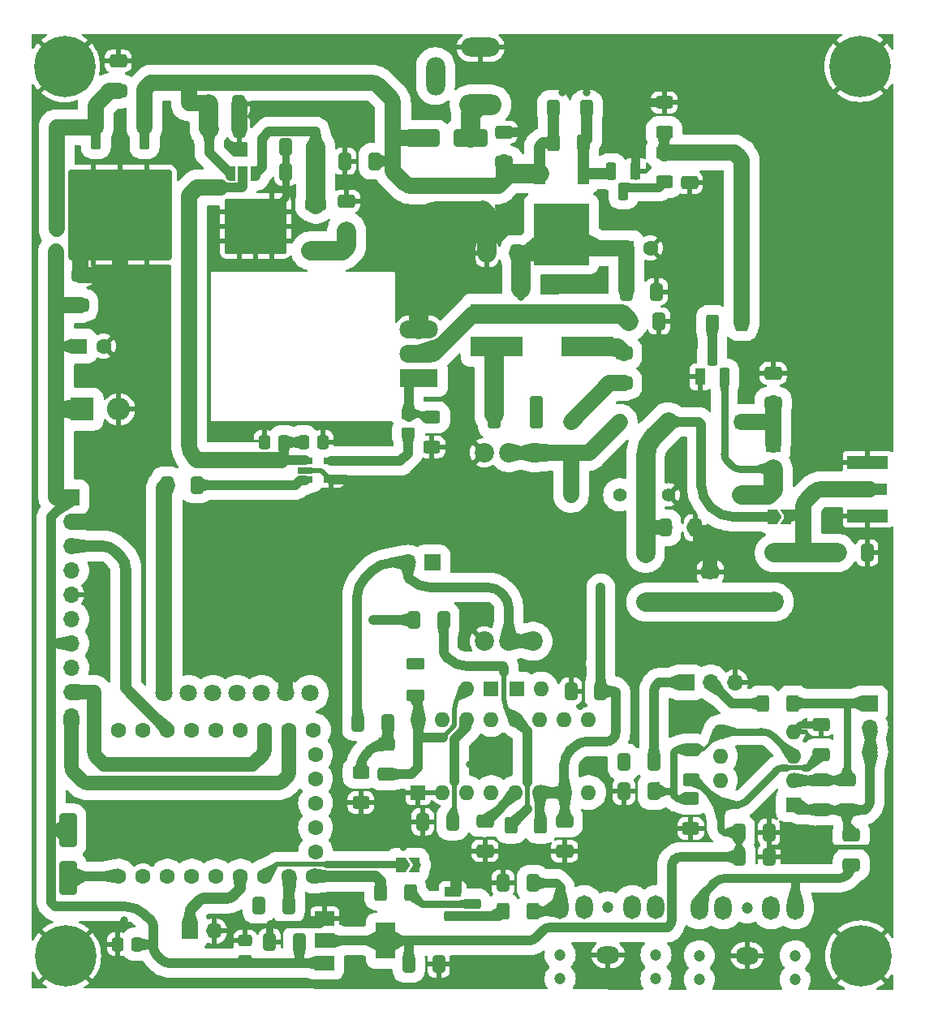
<source format=gbr>
%TF.GenerationSoftware,KiCad,Pcbnew,8.0.4-unknown-202407232306~396e531e7c~ubuntu22.04.1*%
%TF.CreationDate,2024-07-28T13:31:46+05:30*%
%TF.ProjectId,HF-PA-v10,48462d50-412d-4763-9130-2e6b69636164,rev?*%
%TF.SameCoordinates,Original*%
%TF.FileFunction,Copper,L1,Top*%
%TF.FilePolarity,Positive*%
%FSLAX46Y46*%
G04 Gerber Fmt 4.6, Leading zero omitted, Abs format (unit mm)*
G04 Created by KiCad (PCBNEW 8.0.4-unknown-202407232306~396e531e7c~ubuntu22.04.1) date 2024-07-28 13:31:46*
%MOMM*%
%LPD*%
G01*
G04 APERTURE LIST*
G04 Aperture macros list*
%AMRoundRect*
0 Rectangle with rounded corners*
0 $1 Rounding radius*
0 $2 $3 $4 $5 $6 $7 $8 $9 X,Y pos of 4 corners*
0 Add a 4 corners polygon primitive as box body*
4,1,4,$2,$3,$4,$5,$6,$7,$8,$9,$2,$3,0*
0 Add four circle primitives for the rounded corners*
1,1,$1+$1,$2,$3*
1,1,$1+$1,$4,$5*
1,1,$1+$1,$6,$7*
1,1,$1+$1,$8,$9*
0 Add four rect primitives between the rounded corners*
20,1,$1+$1,$2,$3,$4,$5,0*
20,1,$1+$1,$4,$5,$6,$7,0*
20,1,$1+$1,$6,$7,$8,$9,0*
20,1,$1+$1,$8,$9,$2,$3,0*%
%AMFreePoly0*
4,1,6,1.000000,0.000000,0.500000,-0.750000,-0.500000,-0.750000,-0.500000,0.750000,0.500000,0.750000,1.000000,0.000000,1.000000,0.000000,$1*%
%AMFreePoly1*
4,1,6,0.500000,-0.750000,-0.650000,-0.750000,-0.150000,0.000000,-0.650000,0.750000,0.500000,0.750000,0.500000,-0.750000,0.500000,-0.750000,$1*%
%AMFreePoly2*
4,1,19,0.550000,-0.750000,0.000000,-0.750000,0.000000,-0.744911,-0.071157,-0.744911,-0.207708,-0.704816,-0.327430,-0.627875,-0.420627,-0.520320,-0.479746,-0.390866,-0.500000,-0.250000,-0.500000,0.250000,-0.479746,0.390866,-0.420627,0.520320,-0.327430,0.627875,-0.207708,0.704816,-0.071157,0.744911,0.000000,0.744911,0.000000,0.750000,0.550000,0.750000,0.550000,-0.750000,0.550000,-0.750000,
$1*%
%AMFreePoly3*
4,1,19,0.000000,0.744911,0.071157,0.744911,0.207708,0.704816,0.327430,0.627875,0.420627,0.520320,0.479746,0.390866,0.500000,0.250000,0.500000,-0.250000,0.479746,-0.390866,0.420627,-0.520320,0.327430,-0.627875,0.207708,-0.704816,0.071157,-0.744911,0.000000,-0.744911,0.000000,-0.750000,-0.550000,-0.750000,-0.550000,0.750000,0.000000,0.750000,0.000000,0.744911,0.000000,0.744911,
$1*%
G04 Aperture macros list end*
%TA.AperFunction,SMDPad,CuDef*%
%ADD10RoundRect,0.250000X-0.412500X-0.650000X0.412500X-0.650000X0.412500X0.650000X-0.412500X0.650000X0*%
%TD*%
%TA.AperFunction,SMDPad,CuDef*%
%ADD11RoundRect,0.250000X0.650000X-0.412500X0.650000X0.412500X-0.650000X0.412500X-0.650000X-0.412500X0*%
%TD*%
%TA.AperFunction,ComponentPad*%
%ADD12R,4.000000X1.905000*%
%TD*%
%TA.AperFunction,ComponentPad*%
%ADD13O,4.000000X1.905000*%
%TD*%
%TA.AperFunction,SMDPad,CuDef*%
%ADD14RoundRect,0.250000X-1.500000X-0.650000X1.500000X-0.650000X1.500000X0.650000X-1.500000X0.650000X0*%
%TD*%
%TA.AperFunction,ComponentPad*%
%ADD15R,1.600000X1.600000*%
%TD*%
%TA.AperFunction,ComponentPad*%
%ADD16C,1.600000*%
%TD*%
%TA.AperFunction,SMDPad,CuDef*%
%ADD17RoundRect,0.250000X0.337500X0.475000X-0.337500X0.475000X-0.337500X-0.475000X0.337500X-0.475000X0*%
%TD*%
%TA.AperFunction,SMDPad,CuDef*%
%ADD18R,2.000000X1.500000*%
%TD*%
%TA.AperFunction,SMDPad,CuDef*%
%ADD19R,2.000000X3.800000*%
%TD*%
%TA.AperFunction,SMDPad,CuDef*%
%ADD20RoundRect,0.250000X0.625000X-0.400000X0.625000X0.400000X-0.625000X0.400000X-0.625000X-0.400000X0*%
%TD*%
%TA.AperFunction,ComponentPad*%
%ADD21R,2.400000X2.400000*%
%TD*%
%TA.AperFunction,ComponentPad*%
%ADD22O,2.400000X2.400000*%
%TD*%
%TA.AperFunction,ComponentPad*%
%ADD23C,0.800000*%
%TD*%
%TA.AperFunction,ComponentPad*%
%ADD24C,6.400000*%
%TD*%
%TA.AperFunction,SMDPad,CuDef*%
%ADD25RoundRect,0.250000X0.412500X0.650000X-0.412500X0.650000X-0.412500X-0.650000X0.412500X-0.650000X0*%
%TD*%
%TA.AperFunction,SMDPad,CuDef*%
%ADD26R,1.560000X0.650000*%
%TD*%
%TA.AperFunction,SMDPad,CuDef*%
%ADD27R,3.600000X1.270000*%
%TD*%
%TA.AperFunction,SMDPad,CuDef*%
%ADD28R,4.200000X1.350000*%
%TD*%
%TA.AperFunction,SMDPad,CuDef*%
%ADD29RoundRect,0.250000X-0.650000X0.412500X-0.650000X-0.412500X0.650000X-0.412500X0.650000X0.412500X0*%
%TD*%
%TA.AperFunction,ComponentPad*%
%ADD30C,2.000000*%
%TD*%
%TA.AperFunction,SMDPad,CuDef*%
%ADD31RoundRect,0.250000X-0.625000X0.400000X-0.625000X-0.400000X0.625000X-0.400000X0.625000X0.400000X0*%
%TD*%
%TA.AperFunction,SMDPad,CuDef*%
%ADD32RoundRect,0.250000X0.700000X-0.362500X0.700000X0.362500X-0.700000X0.362500X-0.700000X-0.362500X0*%
%TD*%
%TA.AperFunction,ComponentPad*%
%ADD33O,1.600000X1.600000*%
%TD*%
%TA.AperFunction,ComponentPad*%
%ADD34O,4.400000X2.200000*%
%TD*%
%TA.AperFunction,ComponentPad*%
%ADD35O,4.000000X2.000000*%
%TD*%
%TA.AperFunction,ComponentPad*%
%ADD36O,2.000000X4.000000*%
%TD*%
%TA.AperFunction,ComponentPad*%
%ADD37R,1.800000X1.100000*%
%TD*%
%TA.AperFunction,ComponentPad*%
%ADD38RoundRect,0.275000X-0.625000X0.275000X-0.625000X-0.275000X0.625000X-0.275000X0.625000X0.275000X0*%
%TD*%
%TA.AperFunction,SMDPad,CuDef*%
%ADD39R,1.200000X2.200000*%
%TD*%
%TA.AperFunction,SMDPad,CuDef*%
%ADD40R,5.800000X6.400000*%
%TD*%
%TA.AperFunction,ComponentPad*%
%ADD41R,1.700000X1.700000*%
%TD*%
%TA.AperFunction,ComponentPad*%
%ADD42O,1.700000X1.700000*%
%TD*%
%TA.AperFunction,SMDPad,CuDef*%
%ADD43RoundRect,0.250000X-0.400000X-0.600000X0.400000X-0.600000X0.400000X0.600000X-0.400000X0.600000X0*%
%TD*%
%TA.AperFunction,WasherPad*%
%ADD44C,1.200000*%
%TD*%
%TA.AperFunction,ComponentPad*%
%ADD45O,1.800000X2.500000*%
%TD*%
%TA.AperFunction,ComponentPad*%
%ADD46O,2.500000X1.800000*%
%TD*%
%TA.AperFunction,SMDPad,CuDef*%
%ADD47RoundRect,0.250000X-0.337500X-0.475000X0.337500X-0.475000X0.337500X0.475000X-0.337500X0.475000X0*%
%TD*%
%TA.AperFunction,SMDPad,CuDef*%
%ADD48RoundRect,0.250000X-0.300000X2.050000X-0.300000X-2.050000X0.300000X-2.050000X0.300000X2.050000X0*%
%TD*%
%TA.AperFunction,SMDPad,CuDef*%
%ADD49RoundRect,0.250000X-2.375000X2.025000X-2.375000X-2.025000X2.375000X-2.025000X2.375000X2.025000X0*%
%TD*%
%TA.AperFunction,SMDPad,CuDef*%
%ADD50RoundRect,0.250002X-5.149998X4.449998X-5.149998X-4.449998X5.149998X-4.449998X5.149998X4.449998X0*%
%TD*%
%TA.AperFunction,SMDPad,CuDef*%
%ADD51RoundRect,0.250000X-0.400000X-0.625000X0.400000X-0.625000X0.400000X0.625000X-0.400000X0.625000X0*%
%TD*%
%TA.AperFunction,SMDPad,CuDef*%
%ADD52R,5.500000X2.150000*%
%TD*%
%TA.AperFunction,ComponentPad*%
%ADD53R,1.100000X1.800000*%
%TD*%
%TA.AperFunction,ComponentPad*%
%ADD54RoundRect,0.275000X0.275000X0.625000X-0.275000X0.625000X-0.275000X-0.625000X0.275000X-0.625000X0*%
%TD*%
%TA.AperFunction,ComponentPad*%
%ADD55C,2.020000*%
%TD*%
%TA.AperFunction,SMDPad,CuDef*%
%ADD56RoundRect,0.250000X0.400000X0.625000X-0.400000X0.625000X-0.400000X-0.625000X0.400000X-0.625000X0*%
%TD*%
%TA.AperFunction,SMDPad,CuDef*%
%ADD57RoundRect,0.250000X0.475000X-0.337500X0.475000X0.337500X-0.475000X0.337500X-0.475000X-0.337500X0*%
%TD*%
%TA.AperFunction,SMDPad,CuDef*%
%ADD58FreePoly0,0.000000*%
%TD*%
%TA.AperFunction,SMDPad,CuDef*%
%ADD59FreePoly1,0.000000*%
%TD*%
%TA.AperFunction,SMDPad,CuDef*%
%ADD60RoundRect,0.250000X0.850000X0.350000X-0.850000X0.350000X-0.850000X-0.350000X0.850000X-0.350000X0*%
%TD*%
%TA.AperFunction,SMDPad,CuDef*%
%ADD61RoundRect,0.250000X1.275000X1.125000X-1.275000X1.125000X-1.275000X-1.125000X1.275000X-1.125000X0*%
%TD*%
%TA.AperFunction,SMDPad,CuDef*%
%ADD62RoundRect,0.249997X2.950003X2.650003X-2.950003X2.650003X-2.950003X-2.650003X2.950003X-2.650003X0*%
%TD*%
%TA.AperFunction,ComponentPad*%
%ADD63R,1.400000X1.400000*%
%TD*%
%TA.AperFunction,ComponentPad*%
%ADD64C,1.400000*%
%TD*%
%TA.AperFunction,SMDPad,CuDef*%
%ADD65RoundRect,0.250000X0.350000X-0.275000X0.350000X0.275000X-0.350000X0.275000X-0.350000X-0.275000X0*%
%TD*%
%TA.AperFunction,SMDPad,CuDef*%
%ADD66RoundRect,0.250000X-0.400000X-1.450000X0.400000X-1.450000X0.400000X1.450000X-0.400000X1.450000X0*%
%TD*%
%TA.AperFunction,SMDPad,CuDef*%
%ADD67RoundRect,0.250000X0.450000X-0.350000X0.450000X0.350000X-0.450000X0.350000X-0.450000X-0.350000X0*%
%TD*%
%TA.AperFunction,SMDPad,CuDef*%
%ADD68RoundRect,0.250000X0.650000X-1.500000X0.650000X1.500000X-0.650000X1.500000X-0.650000X-1.500000X0*%
%TD*%
%TA.AperFunction,SMDPad,CuDef*%
%ADD69FreePoly2,0.000000*%
%TD*%
%TA.AperFunction,SMDPad,CuDef*%
%ADD70R,1.000000X1.500000*%
%TD*%
%TA.AperFunction,SMDPad,CuDef*%
%ADD71FreePoly3,0.000000*%
%TD*%
%TA.AperFunction,ComponentPad*%
%ADD72RoundRect,0.275000X-0.275000X-0.625000X0.275000X-0.625000X0.275000X0.625000X-0.275000X0.625000X0*%
%TD*%
%TA.AperFunction,ComponentPad*%
%ADD73C,1.800000*%
%TD*%
%TA.AperFunction,ViaPad*%
%ADD74C,0.800000*%
%TD*%
%TA.AperFunction,Conductor*%
%ADD75C,1.000000*%
%TD*%
%TA.AperFunction,Conductor*%
%ADD76C,0.500000*%
%TD*%
%TA.AperFunction,Conductor*%
%ADD77C,2.000000*%
%TD*%
%TA.AperFunction,Conductor*%
%ADD78C,1.500000*%
%TD*%
%TA.AperFunction,Conductor*%
%ADD79C,0.900000*%
%TD*%
%TA.AperFunction,Conductor*%
%ADD80C,0.750000*%
%TD*%
%TA.AperFunction,Conductor*%
%ADD81C,1.700000*%
%TD*%
%TA.AperFunction,Conductor*%
%ADD82C,0.250000*%
%TD*%
%TA.AperFunction,Conductor*%
%ADD83C,1.200000*%
%TD*%
G04 APERTURE END LIST*
D10*
%TO.P,C2,1*%
%TO.N,12V*%
X155524200Y-72796400D03*
%TO.P,C2,2*%
%TO.N,GND*%
X158649200Y-72796400D03*
%TD*%
D11*
%TO.P,C7,1*%
%TO.N,RF_OUT*%
X198790000Y-99352500D03*
%TO.P,C7,2*%
%TO.N,Net-(C7-Pad2)*%
X198790000Y-96227500D03*
%TD*%
D12*
%TO.P,Q2,1,G*%
%TO.N,Net-(Q2-G)*%
X177440000Y-98825000D03*
D13*
%TO.P,Q2,2,D*%
%TO.N,/DRAIN*%
X177440000Y-96285000D03*
%TO.P,Q2,3,S*%
%TO.N,GND*%
X177440000Y-93745000D03*
%TD*%
D14*
%TO.P,D1,1,K*%
%TO.N,12V*%
X177830000Y-73780000D03*
%TO.P,D1,2,A*%
%TO.N,+VDC*%
X182830000Y-73780000D03*
%TD*%
D15*
%TO.P,C5,1*%
%TO.N,VDC_VIA_PTT*%
X199074400Y-85242400D03*
D16*
%TO.P,C5,2*%
%TO.N,GND*%
X201574400Y-85242400D03*
%TD*%
D17*
%TO.P,C21,1*%
%TO.N,+5V*%
X148040000Y-157890000D03*
%TO.P,C21,2*%
%TO.N,GND*%
X145965000Y-157890000D03*
%TD*%
D18*
%TO.P,U4,1,GND*%
%TO.N,GND*%
X167610000Y-155240000D03*
%TO.P,U4,2,VO*%
%TO.N,+3.3V*%
X167610000Y-157540000D03*
D19*
X173910000Y-157540000D03*
D18*
%TO.P,U4,3,VI*%
%TO.N,+5V*%
X167610000Y-159840000D03*
%TD*%
D20*
%TO.P,R2,1*%
%TO.N,PTT*%
X203015000Y-73167500D03*
%TO.P,R2,2*%
%TO.N,GND*%
X203015000Y-70067500D03*
%TD*%
D15*
%TO.P,C44,1*%
%TO.N,+5V*%
X142026000Y-95504000D03*
D16*
%TO.P,C44,2*%
%TO.N,GND*%
X144526000Y-95504000D03*
%TD*%
D21*
%TO.P,D5,1,K*%
%TO.N,+5V*%
X142300000Y-102080000D03*
D22*
%TO.P,D5,2,A*%
%TO.N,GND*%
X146110000Y-102080000D03*
%TD*%
D23*
%TO.P,H3,1,1*%
%TO.N,GND*%
X138152944Y-159132944D03*
X138855888Y-157435888D03*
X138855888Y-160830000D03*
X140552944Y-156732944D03*
D24*
X140552944Y-159132944D03*
D23*
X140552944Y-161532944D03*
X142250000Y-157435888D03*
X142250000Y-160830000D03*
X142952944Y-159132944D03*
%TD*%
D25*
%TO.P,C17,1*%
%TO.N,VDC_VIA_PTT*%
X187662500Y-85800000D03*
%TO.P,C17,2*%
%TO.N,GND*%
X184537500Y-85800000D03*
%TD*%
D26*
%TO.P,U2,1,VDD*%
%TO.N,Net-(JP2-C)*%
X165571100Y-107492500D03*
%TO.P,U2,2,GND*%
%TO.N,GND*%
X165571100Y-108442500D03*
%TO.P,U2,3,IN+*%
%TO.N,Net-(U2-IN+)*%
X165571100Y-109392500D03*
%TO.P,U2,4,IN-*%
%TO.N,GND*%
X168271100Y-109392500D03*
%TO.P,U2,5,OUT*%
%TO.N,Net-(U2-OUT)*%
X168271100Y-107492500D03*
%TD*%
D27*
%TO.P,RF_OUT1,1,In*%
%TO.N,Net-(JP1-B)*%
X224460000Y-110415000D03*
D28*
%TO.P,RF_OUT1,2,Ext*%
%TO.N,GND*%
X224260000Y-113240000D03*
X224260000Y-107590000D03*
%TD*%
D29*
%TO.P,C4,1*%
%TO.N,PTT*%
X205640000Y-75305000D03*
%TO.P,C4,2*%
%TO.N,GND*%
X205640000Y-78430000D03*
%TD*%
D30*
%TO.P,L2,1*%
%TO.N,Net-(C11-Pad1)*%
X214490000Y-122150000D03*
%TO.P,L2,2*%
%TO.N,Net-(JP1-B)*%
X214490000Y-117070000D03*
%TD*%
D31*
%TO.P,R1,1*%
%TO.N,Net-(Q2-G)*%
X178790000Y-102910000D03*
%TO.P,R1,2*%
%TO.N,GND*%
X178790000Y-106010000D03*
%TD*%
D32*
%TO.P,L5,1,1*%
%TO.N,Net-(D8-A)*%
X177070000Y-131955000D03*
%TO.P,L5,2,2*%
%TO.N,+5V*%
X177070000Y-128630000D03*
%TD*%
D11*
%TO.P,C14,1*%
%TO.N,12V*%
X186309000Y-76277000D03*
%TO.P,C14,2*%
%TO.N,GND*%
X186309000Y-73152000D03*
%TD*%
D15*
%TO.P,D3,1,K*%
%TO.N,+5V*%
X214376000Y-105762315D03*
D33*
%TO.P,D3,2,A*%
%TO.N,Net-(D3-A)*%
X214376000Y-108302315D03*
%TD*%
D25*
%TO.P,C26,1*%
%TO.N,Net-(U7-AM_OSC)*%
X179982500Y-124070000D03*
%TO.P,C26,2*%
%TO.N,RX_OSC*%
X176857500Y-124070000D03*
%TD*%
D34*
%TO.P,Power1,1*%
%TO.N,+VDC*%
X183850000Y-70312500D03*
D35*
%TO.P,Power1,2*%
%TO.N,GND*%
X183850000Y-64312500D03*
D36*
%TO.P,Power1,3*%
%TO.N,unconnected-(Power1-Pad3)*%
X179150000Y-67312500D03*
%TD*%
D37*
%TO.P,Q5,1,E*%
%TO.N,GND*%
X180956000Y-152400000D03*
D38*
%TO.P,Q5,2,B*%
%TO.N,Net-(Q5-B)*%
X183026000Y-153670000D03*
%TO.P,Q5,3,C*%
%TO.N,Net-(Q5-C)*%
X180956000Y-154940000D03*
%TD*%
D39*
%TO.P,Q3,1,G*%
%TO.N,Net-(D4-A)*%
X194560000Y-77500000D03*
D40*
%TO.P,Q3,2,D*%
%TO.N,VDC_VIA_PTT*%
X192280000Y-83800000D03*
D39*
%TO.P,Q3,3,S*%
%TO.N,12V*%
X190000000Y-77500000D03*
%TD*%
D25*
%TO.P,C30,1*%
%TO.N,12V_VIA_LDO*%
X166652500Y-77350000D03*
%TO.P,C30,2*%
%TO.N,GND*%
X163527500Y-77350000D03*
%TD*%
D41*
%TO.P,RV1,1,1*%
%TO.N,Net-(C38-Pad2)*%
X205334000Y-130580000D03*
D42*
%TO.P,RV1,2,2*%
%TO.N,Net-(RV1-Pad2)*%
X207874000Y-130580000D03*
%TO.P,RV1,3,3*%
%TO.N,GND*%
X210414000Y-130580000D03*
%TD*%
D15*
%TO.P,C15,1*%
%TO.N,12V*%
X184100000Y-78800000D03*
D16*
%TO.P,C15,2*%
%TO.N,GND*%
X184100000Y-81300000D03*
%TD*%
D31*
%TO.P,R7,1*%
%TO.N,Net-(C31-Pad1)*%
X171370000Y-140010000D03*
%TO.P,R7,2*%
%TO.N,GND*%
X171370000Y-143110000D03*
%TD*%
D11*
%TO.P,C40,1*%
%TO.N,TO_ADC*%
X222086000Y-143898000D03*
%TO.P,C40,2*%
%TO.N,Net-(U8A--)*%
X222086000Y-140773000D03*
%TD*%
D43*
%TO.P,D4,1,K*%
%TO.N,12V*%
X191420000Y-70650000D03*
%TO.P,D4,2,A*%
%TO.N,Net-(D4-A)*%
X194920000Y-70650000D03*
%TD*%
D44*
%TO.P,SPK1,*%
%TO.N,*%
X206680000Y-161590000D03*
X216680000Y-161590000D03*
X206680000Y-159090000D03*
X216680000Y-159090000D03*
X211680000Y-154090000D03*
D45*
%TO.P,SPK1,R*%
%TO.N,Net-(C43-Pad2)*%
X206680000Y-154090000D03*
%TO.P,SPK1,RN*%
%TO.N,unconnected-(SPK1-PadRN)*%
X209180000Y-154090000D03*
D46*
%TO.P,SPK1,S*%
%TO.N,GND*%
X211680000Y-159090000D03*
D45*
%TO.P,SPK1,T*%
%TO.N,Net-(C43-Pad2)*%
X216680000Y-154090000D03*
%TO.P,SPK1,TN*%
%TO.N,unconnected-(SPK1-PadTN)*%
X214180000Y-154090000D03*
%TD*%
D11*
%TO.P,C9,1*%
%TO.N,Net-(U1-OUT)*%
X146050000Y-68872500D03*
%TO.P,C9,2*%
%TO.N,GND*%
X146050000Y-65747500D03*
%TD*%
D10*
%TO.P,C29,1*%
%TO.N,GND*%
X177813500Y-145128000D03*
%TO.P,C29,2*%
%TO.N,Net-(U7-FM{slash}AM_SW)*%
X180938500Y-145128000D03*
%TD*%
D25*
%TO.P,C39,1*%
%TO.N,Net-(U8A-+)*%
X201932500Y-141930000D03*
%TO.P,C39,2*%
%TO.N,GND*%
X198807500Y-141930000D03*
%TD*%
D47*
%TO.P,C16,1*%
%TO.N,Net-(JP2-C)*%
X165341100Y-105502500D03*
%TO.P,C16,2*%
%TO.N,GND*%
X167416100Y-105502500D03*
%TD*%
D15*
%TO.P,U7,1,FM_RF_IN*%
%TO.N,GND*%
X177356000Y-142058000D03*
D33*
%TO.P,U7,2,GND_IN*%
X179896000Y-142058000D03*
%TO.P,U7,3,FM_MIX*%
%TO.N,unconnected-(U7-FM_MIX-Pad3)*%
X182436000Y-142058000D03*
%TO.P,U7,4,AM_MIX*%
%TO.N,RX_AUDIO*%
X184976000Y-142058000D03*
%TO.P,U7,5,AGC*%
%TO.N,Net-(U7-AGC)*%
X187516000Y-142058000D03*
%TO.P,U7,6,VCC*%
%TO.N,+5V*%
X190056000Y-142058000D03*
%TO.P,U7,7,AM_IF*%
X192596000Y-142058000D03*
%TO.P,U7,8,FM_IF*%
%TO.N,unconnected-(U7-FM_IF-Pad8)*%
X195136000Y-142058000D03*
%TO.P,U7,9,GND_OUT*%
%TO.N,GND*%
X195136000Y-134438000D03*
%TO.P,U7,10,FM_DET*%
%TO.N,unconnected-(U7-FM_DET-Pad10)*%
X192596000Y-134438000D03*
%TO.P,U7,11,DET_OUT*%
%TO.N,unconnected-(U7-DET_OUT-Pad11)*%
X190056000Y-134438000D03*
%TO.P,U7,12,AM_OSC*%
%TO.N,Net-(U7-AM_OSC)*%
X187516000Y-134438000D03*
%TO.P,U7,13,FM_OSC*%
%TO.N,unconnected-(U7-FM_OSC-Pad13)*%
X184976000Y-134438000D03*
%TO.P,U7,14,FM/AM_SW*%
%TO.N,Net-(U7-FM{slash}AM_SW)*%
X182436000Y-134438000D03*
%TO.P,U7,15,FM_TUNER*%
%TO.N,+5V*%
X179896000Y-134438000D03*
%TO.P,U7,16,AM_RF_IN*%
%TO.N,Net-(D8-A)*%
X177356000Y-134438000D03*
%TD*%
D44*
%TO.P,EXT_ATU1,*%
%TO.N,*%
X192160000Y-161490000D03*
X202160000Y-161490000D03*
X192160000Y-158990000D03*
X202160000Y-158990000D03*
X197160000Y-153990000D03*
D45*
%TO.P,EXT_ATU1,R*%
%TO.N,Net-(C20-Pad1)*%
X192160000Y-153990000D03*
%TO.P,EXT_ATU1,RN*%
%TO.N,unconnected-(EXT_ATU1-PadRN)*%
X194660000Y-153990000D03*
D46*
%TO.P,EXT_ATU1,S*%
%TO.N,GND*%
X197160000Y-158990000D03*
D45*
%TO.P,EXT_ATU1,T*%
%TO.N,unconnected-(EXT_ATU1-PadT)*%
X202160000Y-153990000D03*
%TO.P,EXT_ATU1,TN*%
%TO.N,unconnected-(EXT_ATU1-PadTN)*%
X199660000Y-153990000D03*
%TD*%
D15*
%TO.P,D9,1,K*%
%TO.N,Net-(D8-A)*%
X187640000Y-131280000D03*
D33*
%TO.P,D9,2,A*%
%TO.N,+5V*%
X190180000Y-131280000D03*
%TD*%
D10*
%TO.P,C42,1*%
%TO.N,+3.3V*%
X210811000Y-146233000D03*
%TO.P,C42,2*%
%TO.N,GND*%
X213936000Y-146233000D03*
%TD*%
D23*
%TO.P,H4,1,1*%
%TO.N,GND*%
X221130000Y-159130000D03*
X221832944Y-157432944D03*
X221832944Y-160827056D03*
X223530000Y-156730000D03*
D24*
X223530000Y-159130000D03*
D23*
X223530000Y-161530000D03*
X225227056Y-157432944D03*
X225227056Y-160827056D03*
X225930000Y-159130000D03*
%TD*%
D31*
%TO.P,R11,1*%
%TO.N,Net-(U8A-+)*%
X205800000Y-142720000D03*
%TO.P,R11,2*%
%TO.N,GND*%
X205800000Y-145820000D03*
%TD*%
D25*
%TO.P,C20,1*%
%TO.N,Net-(C20-Pad1)*%
X189332500Y-151520000D03*
%TO.P,C20,2*%
%TO.N,GND*%
X186207500Y-151520000D03*
%TD*%
%TO.P,C24,1*%
%TO.N,12V_VIA_LDO*%
X166635000Y-74680000D03*
%TO.P,C24,2*%
%TO.N,GND*%
X163510000Y-74680000D03*
%TD*%
D11*
%TO.P,C13,1*%
%TO.N,+5V*%
X214390000Y-101442500D03*
%TO.P,C13,2*%
%TO.N,GND*%
X214390000Y-98317500D03*
%TD*%
D10*
%TO.P,C1,1*%
%TO.N,12V*%
X155498800Y-70205600D03*
%TO.P,C1,2*%
%TO.N,GND*%
X158623800Y-70205600D03*
%TD*%
D20*
%TO.P,R10,1*%
%TO.N,+3.3V*%
X205810000Y-140696000D03*
%TO.P,R10,2*%
%TO.N,Net-(U8A-+)*%
X205810000Y-137596000D03*
%TD*%
D48*
%TO.P,U1,1,IN*%
%TO.N,12V*%
X148785000Y-72645000D03*
D49*
%TO.P,U1,2,GND*%
%TO.N,GND*%
X149020000Y-79370000D03*
X143470000Y-79370000D03*
D50*
X146245000Y-81795000D03*
D49*
X149020000Y-84220000D03*
X143470000Y-84220000D03*
D48*
%TO.P,U1,3,OUT*%
%TO.N,Net-(U1-OUT)*%
X143705000Y-72645000D03*
%TD*%
D20*
%TO.P,R9,1*%
%TO.N,Net-(Q4-B)*%
X203015000Y-78367500D03*
%TO.P,R9,2*%
%TO.N,PTT*%
X203015000Y-75267500D03*
%TD*%
D25*
%TO.P,C18,1*%
%TO.N,12V*%
X172830000Y-76200000D03*
%TO.P,C18,2*%
%TO.N,GND*%
X169705000Y-76200000D03*
%TD*%
D15*
%TO.P,U8,1*%
%TO.N,TO_ADC*%
X216496000Y-143333000D03*
D33*
%TO.P,U8,2,-*%
%TO.N,Net-(U8A--)*%
X216496000Y-140793000D03*
%TO.P,U8,3,+*%
%TO.N,Net-(U8A-+)*%
X216496000Y-138253000D03*
%TO.P,U8,4,V-*%
%TO.N,GND*%
X216496000Y-135713000D03*
%TO.P,U8,5,+*%
%TO.N,Net-(U8A-+)*%
X208876000Y-135713000D03*
%TO.P,U8,6,-*%
%TO.N,Net-(U8B--)*%
X208876000Y-138253000D03*
%TO.P,U8,7*%
X208876000Y-140793000D03*
%TO.P,U8,8,V+*%
%TO.N,+3.3V*%
X208876000Y-143333000D03*
%TD*%
D51*
%TO.P,Rb1,1*%
%TO.N,ATU*%
X173410000Y-152480000D03*
%TO.P,Rb1,2*%
%TO.N,Net-(Q5-B)*%
X176510000Y-152480000D03*
%TD*%
D52*
%TO.P,T1,1*%
%TO.N,/DRAIN*%
X185545000Y-92135000D03*
%TO.P,T1,2*%
%TO.N,Net-(F1-Pad1)*%
X185545000Y-95565000D03*
%TO.P,T1,3*%
%TO.N,Net-(C7-Pad2)*%
X195045000Y-95565000D03*
%TO.P,T1,4*%
%TO.N,/DRAIN*%
X195045000Y-92135000D03*
%TD*%
D29*
%TO.P,C37,1*%
%TO.N,+5V*%
X192620000Y-145047500D03*
%TO.P,C37,2*%
%TO.N,GND*%
X192620000Y-148172500D03*
%TD*%
D53*
%TO.P,Q4,1,E*%
%TO.N,GND*%
X200040000Y-77250000D03*
D54*
%TO.P,Q4,2,B*%
%TO.N,Net-(Q4-B)*%
X198770000Y-79320000D03*
%TO.P,Q4,3,C*%
%TO.N,Net-(D4-A)*%
X197500000Y-77250000D03*
%TD*%
D25*
%TO.P,C35,1*%
%TO.N,Net-(C31-Pad1)*%
X174210000Y-134770000D03*
%TO.P,C35,2*%
%TO.N,RX_AFTER_HPF*%
X171085000Y-134770000D03*
%TD*%
D11*
%TO.P,C32,1*%
%TO.N,VDC_VIA_PTT*%
X169880000Y-83472500D03*
%TO.P,C32,2*%
%TO.N,GND*%
X169880000Y-80347500D03*
%TD*%
D55*
%TO.P,BPF1,1,ANT*%
%TO.N,RX*%
X189330000Y-106610000D03*
%TO.P,BPF1,2,ANT*%
X186790000Y-106610000D03*
%TO.P,BPF1,3,GND*%
%TO.N,GND*%
X184250000Y-106610000D03*
%TO.P,BPF1,4,RF*%
%TO.N,RX_AFTER_HPF*%
X189330000Y-126280000D03*
%TO.P,BPF1,5,RF*%
X186790000Y-126280000D03*
%TO.P,BPF1,6,GND*%
%TO.N,GND*%
X184250000Y-126280000D03*
%TD*%
D41*
%TO.P,JP3,1,A*%
%TO.N,RX*%
X178810000Y-118080000D03*
D42*
%TO.P,JP3,2,B*%
%TO.N,RX_AFTER_HPF*%
X176270000Y-118080000D03*
%TD*%
D29*
%TO.P,C36,1*%
%TO.N,Net-(U7-AGC)*%
X184324000Y-145020000D03*
%TO.P,C36,2*%
%TO.N,GND*%
X184324000Y-148145000D03*
%TD*%
D10*
%TO.P,C46,1*%
%TO.N,+3.3V*%
X176355000Y-159990000D03*
%TO.P,C46,2*%
%TO.N,GND*%
X179480000Y-159990000D03*
%TD*%
%TO.P,C38,1*%
%TO.N,RX_AUDIO*%
X198807500Y-138880000D03*
%TO.P,C38,2*%
%TO.N,Net-(C38-Pad2)*%
X201932500Y-138880000D03*
%TD*%
%TO.P,C3,1*%
%TO.N,/DRAIN*%
X199367500Y-92880000D03*
%TO.P,C3,2*%
%TO.N,GND*%
X202492500Y-92880000D03*
%TD*%
D17*
%TO.P,C23,1*%
%TO.N,Net-(JP2-C)*%
X163346100Y-105502500D03*
%TO.P,C23,2*%
%TO.N,GND*%
X161271100Y-105502500D03*
%TD*%
D56*
%TO.P,Rl1,1*%
%TO.N,Net-(C20-Pad1)*%
X189330000Y-154480000D03*
%TO.P,Rl1,2*%
%TO.N,Net-(Q5-C)*%
X186230000Y-154480000D03*
%TD*%
D10*
%TO.P,C27,1*%
%TO.N,Net-(U5-S2)*%
X160707500Y-153830000D03*
%TO.P,C27,2*%
%TO.N,CAL*%
X163832500Y-153830000D03*
%TD*%
D11*
%TO.P,C41,1*%
%TO.N,+3.3V*%
X219376000Y-138122500D03*
%TO.P,C41,2*%
%TO.N,GND*%
X219376000Y-134997500D03*
%TD*%
D57*
%TO.P,C47,1*%
%TO.N,+5V*%
X159300000Y-159575000D03*
%TO.P,C47,2*%
%TO.N,GND*%
X159300000Y-157500000D03*
%TD*%
D41*
%TO.P,CW_KEY1,1,Pin_1*%
%TO.N,CW_KEY*%
X153530000Y-156510000D03*
D42*
%TO.P,CW_KEY1,2,Pin_2*%
%TO.N,GND*%
X156070000Y-156510000D03*
%TD*%
D16*
%TO.P,RZ1,1,GP0*%
%TO.N,UART_TX*%
X146110000Y-135550000D03*
%TO.P,RZ1,2,GP1*%
%TO.N,UART_RX*%
X148650000Y-135550000D03*
%TO.P,RZ1,3,GP2*%
%TO.N,TUNE*%
X151190000Y-135550000D03*
%TO.P,RZ1,4,GP3*%
%TO.N,LDATA*%
X153730000Y-135550000D03*
%TO.P,RZ1,5,GP4*%
%TO.N,unconnected-(RZ1-GP4-Pad5)*%
X156270000Y-135550000D03*
%TO.P,RZ1,6,GP5*%
%TO.N,unconnected-(RZ1-GP5-Pad6)*%
X158810000Y-135550000D03*
%TO.P,RZ1,7,GP6*%
%TO.N,SDA1*%
X161350000Y-135550000D03*
%TO.P,RZ1,8,GP7*%
%TO.N,SCL1*%
X163890000Y-135550000D03*
%TO.P,RZ1,9,GP8*%
%TO.N,PTT*%
X166430000Y-135550000D03*
%TO.P,RZ1,10,GP9*%
%TO.N,unconnected-(RZ1-GP9-Pad10)*%
X166640000Y-138090000D03*
%TO.P,RZ1,11,GP10*%
%TO.N,unconnected-(RZ1-GP10-Pad11)*%
X166640000Y-140630000D03*
%TO.P,RZ1,12,GP11*%
%TO.N,unconnected-(RZ1-GP11-Pad12)*%
X166640000Y-143170000D03*
%TO.P,RZ1,13,GP12*%
%TO.N,SDA*%
X166640000Y-145710000D03*
%TO.P,RZ1,14,GP13*%
%TO.N,SCL*%
X166640000Y-148250000D03*
%TO.P,RZ1,15,GP14*%
%TO.N,ATU*%
X166430000Y-150790000D03*
%TO.P,RZ1,16,GP15*%
%TO.N,CAL*%
X163890000Y-150790000D03*
%TO.P,RZ1,17,GP26*%
%TO.N,Net-(JP4-A)*%
X161350000Y-150790000D03*
%TO.P,RZ1,18,GP27*%
%TO.N,CW_KEY*%
X158810000Y-150790000D03*
%TO.P,RZ1,19,GP28*%
%TO.N,unconnected-(RZ1-GP28-Pad19)*%
X156270000Y-150790000D03*
%TO.P,RZ1,20,GP29*%
%TO.N,unconnected-(RZ1-GP29-Pad20)*%
X153730000Y-150790000D03*
%TO.P,RZ1,21,3V3*%
%TO.N,unconnected-(RZ1-3V3-Pad21)*%
X151190000Y-150790000D03*
%TO.P,RZ1,22,5V*%
%TO.N,Net-(D2-K)*%
X146110000Y-150790000D03*
%TO.P,RZ1,23,GND*%
%TO.N,GND*%
X148650000Y-150790000D03*
%TD*%
D58*
%TO.P,JP4,1,A*%
%TO.N,Net-(JP4-A)*%
X175530000Y-149640000D03*
D59*
%TO.P,JP4,2,B*%
%TO.N,TO_ADC*%
X176980000Y-149640000D03*
%TD*%
D10*
%TO.P,C6,1*%
%TO.N,VDC_VIA_PTT*%
X199067500Y-89820000D03*
%TO.P,C6,2*%
%TO.N,GND*%
X202192500Y-89820000D03*
%TD*%
D58*
%TO.P,JP1,1,A*%
%TO.N,LPF*%
X214323000Y-113284000D03*
D59*
%TO.P,JP1,2,B*%
%TO.N,Net-(JP1-B)*%
X215773000Y-113284000D03*
%TD*%
D29*
%TO.P,C43,1*%
%TO.N,TO_ADC*%
X222526000Y-146490000D03*
%TO.P,C43,2*%
%TO.N,Net-(C43-Pad2)*%
X222526000Y-149615000D03*
%TD*%
D41*
%TO.P,RV2,1,1*%
%TO.N,Net-(U8A--)*%
X224510000Y-132740000D03*
D42*
%TO.P,RV2,2,2*%
%TO.N,TO_ADC*%
X224510000Y-135280000D03*
%TO.P,RV2,3,3*%
X224510000Y-137820000D03*
%TD*%
D23*
%TO.P,H1,1,1*%
%TO.N,GND*%
X138042944Y-66312944D03*
X138745888Y-64615888D03*
X138745888Y-68010000D03*
X140442944Y-63912944D03*
D24*
X140442944Y-66312944D03*
D23*
X140442944Y-68712944D03*
X142140000Y-64615888D03*
X142140000Y-68010000D03*
X142842944Y-66312944D03*
%TD*%
D15*
%TO.P,D8,1,K*%
%TO.N,+5V*%
X184916000Y-131248000D03*
D33*
%TO.P,D8,2,A*%
%TO.N,Net-(D8-A)*%
X182376000Y-131248000D03*
%TD*%
D10*
%TO.P,C19,1*%
%TO.N,TX_RF*%
X151121100Y-109967500D03*
%TO.P,C19,2*%
%TO.N,Net-(U2-IN+)*%
X154246100Y-109967500D03*
%TD*%
%TO.P,C10,1*%
%TO.N,LPF*%
X203107500Y-114427000D03*
%TO.P,C10,2*%
%TO.N,GND*%
X206232500Y-114427000D03*
%TD*%
D29*
%TO.P,C31,1*%
%TO.N,Net-(C31-Pad1)*%
X173990000Y-137047500D03*
%TO.P,C31,2*%
%TO.N,Net-(D8-A)*%
X173990000Y-140172500D03*
%TD*%
D60*
%TO.P,U3,1,IN*%
%TO.N,VDC_VIA_PTT*%
X166660000Y-85250000D03*
D61*
%TO.P,U3,2,GND*%
%TO.N,GND*%
X162035000Y-84495000D03*
X162035000Y-81445000D03*
D62*
X160360000Y-82970000D03*
D61*
X158685000Y-84495000D03*
X158685000Y-81445000D03*
D60*
%TO.P,U3,3,OUT*%
%TO.N,12V_VIA_LDO*%
X166660000Y-80690000D03*
%TD*%
D63*
%TO.P,K1,1*%
%TO.N,+5V*%
X211074000Y-103378000D03*
D64*
%TO.P,K1,4*%
%TO.N,LPF*%
X203454000Y-103378000D03*
%TO.P,K1,6*%
%TO.N,RX*%
X198374000Y-103378000D03*
%TO.P,K1,8*%
%TO.N,RF_OUT*%
X193294000Y-103378000D03*
%TO.P,K1,9*%
%TO.N,RX*%
X193294000Y-110998000D03*
%TO.P,K1,11*%
%TO.N,unconnected-(K1-Pad11)*%
X198374000Y-110998000D03*
%TO.P,K1,13*%
%TO.N,GND*%
X203454000Y-110998000D03*
%TO.P,K1,16*%
%TO.N,Net-(D3-A)*%
X211074000Y-110998000D03*
%TD*%
D65*
%TO.P,L4,1*%
%TO.N,+5V*%
X139580000Y-85600000D03*
%TO.P,L4,2*%
%TO.N,Net-(U1-OUT)*%
X139580000Y-83300000D03*
%TD*%
D11*
%TO.P,C8,1*%
%TO.N,+5V*%
X142060000Y-91222500D03*
%TO.P,C8,2*%
%TO.N,GND*%
X142060000Y-88097500D03*
%TD*%
D56*
%TO.P,Rin1,1*%
%TO.N,Net-(U8A--)*%
X216434000Y-132768000D03*
%TO.P,Rin1,2*%
%TO.N,Net-(RV1-Pad2)*%
X213334000Y-132768000D03*
%TD*%
D30*
%TO.P,L1,1*%
%TO.N,LPF*%
X201067500Y-117115000D03*
%TO.P,L1,2*%
%TO.N,Net-(C11-Pad1)*%
X201067500Y-122195000D03*
%TD*%
D11*
%TO.P,C11,1*%
%TO.N,Net-(C11-Pad1)*%
X207820000Y-122195000D03*
%TO.P,C11,2*%
%TO.N,GND*%
X207820000Y-119070000D03*
%TD*%
D66*
%TO.P,F1,1*%
%TO.N,Net-(F1-Pad1)*%
X185240000Y-102410000D03*
%TO.P,F1,2*%
%TO.N,VDC_VIA_PTT*%
X189690000Y-102410000D03*
%TD*%
D20*
%TO.P,Rf1,1*%
%TO.N,TO_ADC*%
X219426000Y-143853000D03*
%TO.P,Rf1,2*%
%TO.N,Net-(U8A--)*%
X219426000Y-140753000D03*
%TD*%
D25*
%TO.P,C28,1*%
%TO.N,+5V*%
X196402500Y-131504000D03*
%TO.P,C28,2*%
%TO.N,GND*%
X193277500Y-131504000D03*
%TD*%
%TO.P,C45,1*%
%TO.N,+5V*%
X164952500Y-157680000D03*
%TO.P,C45,2*%
%TO.N,GND*%
X161827500Y-157680000D03*
%TD*%
D67*
%TO.P,R12,1*%
%TO.N,Net-(U2-OUT)*%
X176320000Y-104550000D03*
%TO.P,R12,2*%
%TO.N,Net-(Q2-G)*%
X176320000Y-102550000D03*
%TD*%
D23*
%TO.P,H2,1,1*%
%TO.N,GND*%
X221057056Y-66302944D03*
X221760000Y-64605888D03*
X221760000Y-68000000D03*
X223457056Y-63902944D03*
D24*
X223457056Y-66302944D03*
D23*
X223457056Y-68702944D03*
X225154112Y-64605888D03*
X225154112Y-68000000D03*
X225857056Y-66302944D03*
%TD*%
D68*
%TO.P,D2,1,K*%
%TO.N,Net-(D2-K)*%
X140809082Y-150996187D03*
%TO.P,D2,2,A*%
%TO.N,+5V*%
X140809082Y-145996187D03*
%TD*%
D51*
%TO.P,R8,1*%
%TO.N,12V*%
X191450000Y-74300000D03*
%TO.P,R8,2*%
%TO.N,Net-(D4-A)*%
X194550000Y-74300000D03*
%TD*%
D10*
%TO.P,C12,1*%
%TO.N,Net-(JP1-B)*%
X221065000Y-117050000D03*
%TO.P,C12,2*%
%TO.N,GND*%
X224190000Y-117050000D03*
%TD*%
D41*
%TO.P,J1,1,Pin_1*%
%TO.N,+5V*%
X141150000Y-111252000D03*
D42*
%TO.P,J1,2,Pin_2*%
%TO.N,GND*%
X141150000Y-113792000D03*
%TO.P,J1,3,Pin_3*%
%TO.N,TUNE*%
X141150000Y-116332000D03*
%TO.P,J1,4,Pin_4*%
%TO.N,UART_RX*%
X141150000Y-118872000D03*
%TO.P,J1,5,Pin_5*%
%TO.N,GND*%
X141150000Y-121412000D03*
%TO.P,J1,6,Pin_6*%
%TO.N,UART_TX*%
X141150000Y-123952000D03*
%TO.P,J1,7,Pin_7*%
%TO.N,+5V*%
X141150000Y-126492000D03*
%TO.P,J1,8,Pin_8*%
%TO.N,LDATA*%
X141150000Y-129032000D03*
%TO.P,J1,9,Pin_9*%
%TO.N,SDA1*%
X141150000Y-131572000D03*
%TO.P,J1,10,Pin_10*%
%TO.N,SCL1*%
X141150000Y-134112000D03*
%TD*%
D69*
%TO.P,JP2,1,A*%
%TO.N,12V*%
X157740000Y-77490000D03*
D70*
%TO.P,JP2,2,C*%
%TO.N,Net-(JP2-C)*%
X159040000Y-77490000D03*
D71*
%TO.P,JP2,3,B*%
%TO.N,12V_VIA_LDO*%
X160340000Y-77490000D03*
%TD*%
D56*
%TO.P,R4,1*%
%TO.N,PTT*%
X211125400Y-93065600D03*
%TO.P,R4,2*%
%TO.N,Net-(Q1-B)*%
X208025400Y-93065600D03*
%TD*%
D53*
%TO.P,Q1,1,E*%
%TO.N,GND*%
X206756000Y-98698000D03*
D72*
%TO.P,Q1,2,B*%
%TO.N,Net-(Q1-B)*%
X208026000Y-96628000D03*
%TO.P,Q1,3,C*%
%TO.N,Net-(D3-A)*%
X209296000Y-98698000D03*
%TD*%
D10*
%TO.P,C25,1*%
%TO.N,+3.3V*%
X210857500Y-148780000D03*
%TO.P,C25,2*%
%TO.N,GND*%
X213982500Y-148780000D03*
%TD*%
D51*
%TO.P,R6,1*%
%TO.N,Net-(U7-AM_OSC)*%
X187014000Y-145496000D03*
%TO.P,R6,2*%
%TO.N,+5V*%
X190114000Y-145496000D03*
%TD*%
D73*
%TO.P,U5,1,VIN*%
%TO.N,+3.3V*%
X166093600Y-131708400D03*
%TO.P,U5,2,GND*%
%TO.N,GND*%
X163553600Y-131708400D03*
%TO.P,U5,3,SDA*%
%TO.N,SDA*%
X161013600Y-131708400D03*
%TO.P,U5,4,SCL*%
%TO.N,SCL*%
X158473600Y-131708400D03*
%TO.P,U5,5,S2*%
%TO.N,Net-(U5-S2)*%
X155933600Y-131708400D03*
%TO.P,U5,6,S1*%
%TO.N,RX_OSC*%
X153393600Y-131708400D03*
%TO.P,U5,7,SO*%
%TO.N,TX_RF*%
X150853600Y-131708400D03*
%TD*%
D74*
%TO.N,GND*%
X217757381Y-69037500D03*
X213054600Y-127457500D03*
X222837381Y-79197500D03*
X187654600Y-114757500D03*
X194897381Y-69037500D03*
X215217381Y-84277500D03*
X206231750Y-135077500D03*
X225377381Y-86817500D03*
X225754600Y-102057500D03*
X172037381Y-63957500D03*
X156797381Y-63957500D03*
X225377381Y-81737500D03*
X149177381Y-89357500D03*
X174954600Y-142697500D03*
X202517381Y-99517500D03*
X198611750Y-145237500D03*
X149177381Y-145237500D03*
X222837381Y-129997500D03*
X215217381Y-63957500D03*
X199977381Y-81737500D03*
X222837381Y-127457500D03*
X177520600Y-88773000D03*
X220297381Y-71577500D03*
X145670000Y-81850000D03*
X164417381Y-117297500D03*
X182197381Y-102057500D03*
X166957381Y-112217500D03*
X185114600Y-112217500D03*
X225377381Y-91897500D03*
X218134600Y-160477500D03*
X215217381Y-91897500D03*
X143170000Y-79550000D03*
X154634600Y-147777500D03*
X154257381Y-122377500D03*
X182574600Y-160477500D03*
X146637381Y-112217500D03*
X215594600Y-127457500D03*
X146637381Y-109677500D03*
X193531750Y-119837500D03*
X192357381Y-66497500D03*
X185114600Y-160477500D03*
X160511750Y-127457500D03*
X221471750Y-99517500D03*
X141570000Y-77780000D03*
X156797381Y-117297500D03*
X146637381Y-99517500D03*
X166957381Y-117297500D03*
X169497381Y-112217500D03*
X199977381Y-129997500D03*
X147014600Y-160477500D03*
X223214600Y-102057500D03*
X215217381Y-89357500D03*
X217757381Y-66497500D03*
X207597381Y-71577500D03*
X174577381Y-81737500D03*
X190194600Y-114757500D03*
X210137381Y-69037500D03*
X181850000Y-126290000D03*
X205434600Y-127457500D03*
X225377381Y-71577500D03*
X149177381Y-91897500D03*
X170190000Y-109810000D03*
X175751750Y-63957500D03*
X147530000Y-83460000D03*
X187277381Y-81737500D03*
X149930000Y-84400000D03*
X215217381Y-129997500D03*
X182764000Y-139120000D03*
X187654600Y-160477500D03*
X210514600Y-127457500D03*
X154257381Y-63957500D03*
X170671750Y-145237500D03*
X207597381Y-63957500D03*
X182574600Y-117297500D03*
X144810000Y-81120000D03*
X212677381Y-66497500D03*
X215217381Y-94437500D03*
X223214600Y-104597500D03*
X157910000Y-103930000D03*
X221471750Y-124917500D03*
X159337381Y-122377500D03*
X166957381Y-63957500D03*
X189817381Y-63957500D03*
X225377381Y-94437500D03*
X215217381Y-86817500D03*
X151717381Y-63957500D03*
X217757381Y-71577500D03*
X207597381Y-81737500D03*
X152094600Y-147777500D03*
X170671750Y-104597500D03*
X225377381Y-122377500D03*
X150351750Y-107137500D03*
X145271750Y-107137500D03*
X225377381Y-79197500D03*
X225377381Y-129997500D03*
X156797381Y-112217500D03*
X182574600Y-112217500D03*
X148460000Y-84390000D03*
X178291750Y-147777500D03*
X144097381Y-145237500D03*
X215217381Y-79197500D03*
X177494600Y-112217500D03*
X161877381Y-117297500D03*
X166957381Y-122377500D03*
X154257381Y-119837500D03*
X173211750Y-147777500D03*
X187277381Y-66497500D03*
X173200000Y-103900000D03*
X177494600Y-109677500D03*
X199977381Y-160477500D03*
X169497381Y-63957500D03*
X202517381Y-81737500D03*
X225377381Y-84277500D03*
X149177381Y-99517500D03*
X207597381Y-84277500D03*
X212677381Y-71577500D03*
X149554600Y-79197500D03*
X156797381Y-122377500D03*
X193360000Y-131350000D03*
X202894600Y-127457500D03*
X173211750Y-109677500D03*
X175751750Y-147777500D03*
X207597381Y-69037500D03*
X225754600Y-147777500D03*
X193531750Y-117297500D03*
X199970000Y-158150000D03*
X173211750Y-112217500D03*
X197437381Y-63957500D03*
X180831750Y-147777500D03*
X180034600Y-109677500D03*
X161877381Y-112217500D03*
X165591750Y-127457500D03*
X211311750Y-137617500D03*
X161877381Y-114757500D03*
X190194600Y-119837500D03*
X142330000Y-78660000D03*
X161877381Y-122377500D03*
X185114600Y-117297500D03*
X215217381Y-69037500D03*
X156797381Y-119837500D03*
X225377381Y-119837500D03*
X169497381Y-114757500D03*
X200354600Y-127457500D03*
X208771750Y-79197500D03*
X221471750Y-91897500D03*
X195274600Y-89357500D03*
X170671750Y-147777500D03*
X197437381Y-69037500D03*
X154257381Y-114757500D03*
X164417381Y-122377500D03*
X149177381Y-96977500D03*
X225377381Y-124917500D03*
X182197381Y-89357500D03*
X149177381Y-147777500D03*
X221471750Y-119837500D03*
X192357381Y-69037500D03*
X221471750Y-86817500D03*
X149177381Y-63957500D03*
X177494600Y-114757500D03*
X220297381Y-127457500D03*
X161877381Y-63957500D03*
X221471750Y-94437500D03*
X182574600Y-109677500D03*
X144097381Y-147777500D03*
X146637381Y-91897500D03*
X221471750Y-122377500D03*
X164417381Y-63957500D03*
X225377381Y-96977500D03*
X225377381Y-127457500D03*
X173211750Y-145237500D03*
X182574600Y-114757500D03*
X152094600Y-145237500D03*
X202517381Y-96977500D03*
X215217381Y-66497500D03*
X212677381Y-69037500D03*
X146637381Y-104597500D03*
X202517381Y-66497500D03*
X146510000Y-82530000D03*
X225377381Y-99517500D03*
X168131750Y-127457500D03*
X155431750Y-127457500D03*
X146637381Y-155397500D03*
X225377381Y-74117500D03*
X221471750Y-89357500D03*
X197437381Y-81737500D03*
X159337381Y-112217500D03*
X177520600Y-90144600D03*
X222837381Y-74117500D03*
X205057381Y-91897500D03*
X146637381Y-145237500D03*
X178130200Y-82067400D03*
X185114600Y-109677500D03*
X225377381Y-76657500D03*
X166957381Y-114757500D03*
X215217381Y-81737500D03*
X217757381Y-129997500D03*
X225377381Y-89357500D03*
X154634600Y-145237500D03*
X185114600Y-114757500D03*
X164417381Y-119837500D03*
X189817381Y-69037500D03*
X202517381Y-63957500D03*
X159337381Y-63957500D03*
X149177381Y-94437500D03*
X166957381Y-119837500D03*
X210137381Y-66497500D03*
X146637381Y-147777500D03*
X193531750Y-114757500D03*
X222837381Y-76657500D03*
X164417381Y-112217500D03*
X201151750Y-145237500D03*
X177317400Y-83718400D03*
X218134600Y-157937500D03*
X185114600Y-89357500D03*
X225754600Y-152857500D03*
X151170000Y-84400000D03*
X199977381Y-63957500D03*
X205057381Y-86817500D03*
X172037381Y-81737500D03*
X205057381Y-89357500D03*
X198611750Y-114757500D03*
X210137381Y-71577500D03*
X221471750Y-96977500D03*
X149177381Y-104597500D03*
X187277381Y-63957500D03*
X197437381Y-66497500D03*
X215217381Y-71577500D03*
X205057381Y-94437500D03*
X187654600Y-117297500D03*
X151717381Y-74117500D03*
X144080000Y-80390000D03*
X154257381Y-117297500D03*
X157971750Y-127457500D03*
X205057381Y-66497500D03*
X205057381Y-84277500D03*
X190194600Y-117297500D03*
X205057381Y-81737500D03*
X172037381Y-79197500D03*
X192734600Y-89357500D03*
X207597381Y-86817500D03*
X221471750Y-84277500D03*
X164417381Y-114757500D03*
X205057381Y-63957500D03*
X196071750Y-145237500D03*
X207597381Y-66497500D03*
X159337381Y-117297500D03*
X212677381Y-63957500D03*
X147811750Y-107137500D03*
X144097381Y-122377500D03*
X225754600Y-104597500D03*
X159337381Y-114757500D03*
X173211750Y-114757500D03*
X149177381Y-102057500D03*
X159337381Y-119837500D03*
X210137381Y-63957500D03*
X170671750Y-152857500D03*
X156550000Y-103930000D03*
X197437381Y-147777500D03*
X199977381Y-66497500D03*
X217757381Y-63957500D03*
X207597381Y-89357500D03*
X207974600Y-127457500D03*
X222837381Y-81737500D03*
X182197381Y-99517500D03*
X189817381Y-66497500D03*
X193531750Y-122377500D03*
X156797381Y-114757500D03*
X141934600Y-107137500D03*
X161877381Y-119837500D03*
X194897381Y-66497500D03*
X192357381Y-63957500D03*
X144097381Y-109677500D03*
X222837381Y-71577500D03*
X194897381Y-63957500D03*
X201151750Y-147777500D03*
X220297381Y-129997500D03*
X225754600Y-150317500D03*
%TO.N,PTT*%
X211120000Y-75270000D03*
X210200000Y-75250000D03*
%TO.N,+5V*%
X196380000Y-120720000D03*
X139560000Y-86800000D03*
X196260000Y-128560000D03*
X139580000Y-88000000D03*
X139560000Y-85660000D03*
X196400000Y-121630000D03*
X177210000Y-128560000D03*
%TO.N,VDC_VIA_PTT*%
X166110000Y-85530000D03*
X189710000Y-103300000D03*
X188100000Y-90400000D03*
X189690000Y-102190000D03*
X188100000Y-89500000D03*
X189710000Y-101280000D03*
X188100000Y-88600000D03*
X167080000Y-85510000D03*
%TO.N,RX_OSC*%
X172680000Y-124070000D03*
%TO.N,+3.3V*%
X169280000Y-157540000D03*
%TO.N,RX_AUDIO*%
X198770000Y-138960000D03*
%TO.N,TO_ADC*%
X177240000Y-149640000D03*
%TO.N,Net-(U5-S2)*%
X160550000Y-153900000D03*
%TD*%
D75*
%TO.N,GND*%
X186309000Y-73152000D02*
X188242881Y-73152000D01*
D76*
X213936000Y-146233000D02*
X213936000Y-147640000D01*
D77*
X184537500Y-81737500D02*
X184100000Y-81300000D01*
D76*
X214073500Y-147777500D02*
X225754600Y-147777500D01*
D75*
X181356000Y-148301750D02*
X180831750Y-147777500D01*
D78*
X207825000Y-117413641D02*
X207825000Y-119065000D01*
X206946320Y-115292320D02*
X206081000Y-114427000D01*
D77*
X184537500Y-85800000D02*
X184537500Y-81737500D01*
X177440000Y-90098200D02*
X177440000Y-88768600D01*
D75*
X168271100Y-109392500D02*
X169772500Y-109392500D01*
D76*
X213936000Y-146233000D02*
X213936000Y-148733500D01*
D79*
X200040000Y-71481714D02*
X200040000Y-77650000D01*
D75*
X169772500Y-109392500D02*
X170190000Y-109810000D01*
D80*
X167077500Y-155772500D02*
X167610000Y-155240000D01*
D81*
X158649200Y-72796400D02*
X158649200Y-70231000D01*
X142060000Y-88097500D02*
X142060000Y-85630000D01*
D80*
X161827500Y-155772500D02*
X161890000Y-155710000D01*
X219376000Y-134997500D02*
X217211500Y-134997500D01*
D77*
X177732893Y-82413907D02*
X178079400Y-82067400D01*
D81*
X145355774Y-113499107D02*
X146637381Y-112217500D01*
D75*
X186461000Y-73000000D02*
X185900000Y-73000000D01*
D81*
X146245000Y-81795000D02*
X146245000Y-87282500D01*
X146245000Y-87282500D02*
X145430000Y-88097500D01*
D79*
X200747107Y-70360393D02*
X200332893Y-70774607D01*
D77*
X177440000Y-83595800D02*
X177440000Y-83121014D01*
X177440000Y-93745000D02*
X177440000Y-90140200D01*
D80*
X163527500Y-77350000D02*
X163527500Y-79952500D01*
D82*
X141150000Y-121370000D02*
X143089881Y-121370000D01*
D79*
X203015000Y-70067500D02*
X201454214Y-70067500D01*
D80*
X163527500Y-79952500D02*
X162035000Y-81445000D01*
X161827500Y-155772500D02*
X167077500Y-155772500D01*
X217211500Y-134997500D02*
X216496000Y-135713000D01*
D81*
X141150000Y-113792000D02*
X144648667Y-113792000D01*
D78*
X207825000Y-119065000D02*
X207820000Y-119070000D01*
D75*
X181356000Y-152400000D02*
X181356000Y-148301750D01*
D76*
X167226100Y-108442500D02*
X168176100Y-109392500D01*
X165666100Y-108442500D02*
X167226100Y-108442500D01*
D80*
X163510000Y-74680000D02*
X163510000Y-77332500D01*
D77*
X177440000Y-88726600D02*
X177440000Y-83841000D01*
D78*
X163846493Y-122948388D02*
X164417381Y-122377500D01*
D81*
X142060000Y-88097500D02*
X145430000Y-88097500D01*
D77*
X179168614Y-81392400D02*
X183896000Y-81392400D01*
D75*
X225754600Y-147777500D02*
X225754600Y-150317500D01*
D77*
X178130200Y-82016600D02*
X178461507Y-81685293D01*
D78*
X163553600Y-131708400D02*
X163553600Y-123655495D01*
D76*
X214073500Y-147777500D02*
X213936000Y-147640000D01*
D80*
X161827500Y-155772500D02*
X161827500Y-157680000D01*
D77*
X177732893Y-82413907D02*
G75*
G03*
X177440010Y-83121014I707107J-707093D01*
G01*
D79*
X200747107Y-70360393D02*
G75*
G02*
X201454214Y-70067510I707093J-707107D01*
G01*
D78*
X207825000Y-117413641D02*
G75*
G03*
X206946340Y-115292300I-3000000J41D01*
G01*
D79*
X200040000Y-71481714D02*
G75*
G02*
X200332886Y-70774600I1000000J14D01*
G01*
D77*
X179168614Y-81392400D02*
G75*
G03*
X178461500Y-81685286I-14J-1000000D01*
G01*
D78*
X163846493Y-122948388D02*
G75*
G03*
X163553596Y-123655495I707107J-707112D01*
G01*
D81*
X145355774Y-113499107D02*
G75*
G02*
X144648667Y-113791977I-707074J707107D01*
G01*
D77*
%TO.N,+VDC*%
X182830000Y-73780000D02*
X182830000Y-71332500D01*
X182830000Y-71332500D02*
X183850000Y-70312500D01*
D81*
%TO.N,Net-(C7-Pad2)*%
X198127500Y-95565000D02*
X198790000Y-96227500D01*
X195045000Y-95565000D02*
X198127500Y-95565000D01*
%TO.N,PTT*%
X210350000Y-75300000D02*
X204037500Y-75300000D01*
X205602500Y-75267500D02*
X205640000Y-75305000D01*
X211125400Y-76075400D02*
X210350000Y-75300000D01*
X211125400Y-93065600D02*
X211125400Y-76075400D01*
X203015000Y-75267500D02*
X205602500Y-75267500D01*
D75*
X203015000Y-75267500D02*
X203015000Y-73167500D01*
D81*
X203083900Y-75336400D02*
X203015000Y-75267500D01*
D77*
%TO.N,/DRAIN*%
X195045000Y-92135000D02*
X198622500Y-92135000D01*
X195045000Y-92135000D02*
X185545000Y-92135000D01*
D78*
X178815000Y-96285000D02*
X177440000Y-96285000D01*
D81*
X177440000Y-96285000D02*
X178900000Y-96285000D01*
D78*
X182250000Y-92850000D02*
X178815000Y-96285000D01*
D77*
X198622500Y-92135000D02*
X199367500Y-92880000D01*
D81*
X178900000Y-96285000D02*
X183050000Y-92135000D01*
X183050000Y-92135000D02*
X185545000Y-92135000D01*
D76*
%TO.N,Net-(Q2-G)*%
X176320000Y-102550000D02*
X178430000Y-102550000D01*
D75*
X176350000Y-99915000D02*
X176350000Y-102930000D01*
D83*
%TO.N,Net-(D4-A)*%
X194920000Y-73930000D02*
X194550000Y-74300000D01*
X194560000Y-77500000D02*
X197350000Y-77500000D01*
X194920000Y-70650000D02*
X194920000Y-73930000D01*
X194560000Y-77500000D02*
X194560000Y-74310000D01*
D79*
%TO.N,Net-(Q4-B)*%
X198770000Y-78920000D02*
X202462500Y-78920000D01*
X202462500Y-78920000D02*
X203015000Y-78367500D01*
D75*
%TO.N,+5V*%
X149740000Y-156124214D02*
X149740000Y-158275786D01*
X149354214Y-157890000D02*
X148040000Y-157890000D01*
X193580213Y-137325787D02*
X193181786Y-137724214D01*
X197970000Y-131610000D02*
X197970000Y-135740000D01*
D81*
X139580000Y-102010000D02*
X139580000Y-111252000D01*
X142300000Y-102080000D02*
X139650000Y-102080000D01*
X139580000Y-91210000D02*
X139580000Y-95504000D01*
D75*
X164952500Y-159552500D02*
X165240000Y-159840000D01*
D81*
X214376000Y-105762315D02*
X214376000Y-101456500D01*
D75*
X196970000Y-136740000D02*
X194994427Y-136740000D01*
X196402500Y-131504000D02*
X196402500Y-120712500D01*
X149740000Y-158275786D02*
X149354214Y-157890000D01*
X139060000Y-151460000D02*
X139060000Y-146050000D01*
X139060000Y-126492000D02*
X141150000Y-126492000D01*
X139580000Y-95504000D02*
X142026000Y-95504000D01*
X139060000Y-126492000D02*
X139060000Y-153510000D01*
D81*
X214223600Y-103378000D02*
X211074000Y-103378000D01*
X214376000Y-101456500D02*
X214390000Y-101442500D01*
X141150000Y-111252000D02*
X139580000Y-111252000D01*
X214376000Y-103530400D02*
X214223600Y-103378000D01*
D75*
X150032893Y-158982893D02*
X150597107Y-159547107D01*
D81*
X139580000Y-95504000D02*
X139580000Y-102010000D01*
D75*
X192620000Y-145047500D02*
X192620000Y-142082000D01*
X139060000Y-113342000D02*
X139060000Y-126492000D01*
X151304214Y-159840000D02*
X165240000Y-159840000D01*
X139060000Y-153510000D02*
X139507500Y-153957500D01*
X192596000Y-139138427D02*
X192596000Y-142058000D01*
D81*
X139580000Y-85680000D02*
X139580000Y-86780000D01*
D75*
X139060000Y-113342000D02*
X141150000Y-111252000D01*
X167610000Y-159840000D02*
X165240000Y-159840000D01*
D81*
X142060000Y-91222500D02*
X139592500Y-91222500D01*
D75*
X139507500Y-153957500D02*
X146744859Y-153957500D01*
X148866180Y-154836180D02*
X149447107Y-155417107D01*
D81*
X139580000Y-86820000D02*
X139580000Y-88000000D01*
D75*
X196426500Y-131480000D02*
X197840000Y-131480000D01*
D81*
X139580000Y-85640000D02*
X139560000Y-85660000D01*
D75*
X140809082Y-145996187D02*
X139113813Y-145996187D01*
X139113813Y-145996187D02*
X139060000Y-146050000D01*
D81*
X139560000Y-86800000D02*
X139580000Y-86820000D01*
X139580000Y-88000000D02*
X139580000Y-91210000D01*
X139592500Y-91222500D02*
X139580000Y-91210000D01*
X139580000Y-85600000D02*
X139580000Y-85640000D01*
D82*
X192596000Y-142058000D02*
X192596000Y-140640500D01*
D81*
X139560000Y-85660000D02*
X139580000Y-85680000D01*
X214376000Y-105762315D02*
X214376000Y-103530400D01*
X139650000Y-102080000D02*
X139580000Y-102010000D01*
D75*
X190056000Y-142058000D02*
X192596000Y-142058000D01*
X164952500Y-157680000D02*
X164952500Y-159552500D01*
D81*
X139580000Y-86780000D02*
X139560000Y-86800000D01*
D75*
X190056000Y-142058000D02*
X190056000Y-145438000D01*
X197840000Y-131480000D02*
X197970000Y-131610000D01*
X149447107Y-155417107D02*
G75*
G02*
X149739990Y-156124214I-707107J-707093D01*
G01*
X192596000Y-139138427D02*
G75*
G02*
X193181772Y-137724200I2000000J27D01*
G01*
X150597107Y-159547107D02*
G75*
G03*
X151304214Y-159839990I707093J707107D01*
G01*
X149740000Y-158275786D02*
G75*
G03*
X150032886Y-158982900I1000000J-14D01*
G01*
X146744859Y-153957500D02*
G75*
G02*
X148866200Y-154836160I41J-3000000D01*
G01*
X194994427Y-136740000D02*
G75*
G03*
X193580199Y-137325773I-27J-2000000D01*
G01*
X197970000Y-135740000D02*
G75*
G02*
X196970000Y-136740000I-1000000J0D01*
G01*
D81*
%TO.N,12V*%
X186309000Y-76277000D02*
X186309000Y-78191000D01*
X153416000Y-70154800D02*
X153416000Y-67995000D01*
X148785000Y-68705000D02*
X148785000Y-72645000D01*
X185700000Y-78800000D02*
X187000000Y-77500000D01*
D75*
X172960000Y-76330000D02*
X173110000Y-76180000D01*
D81*
X177830000Y-73780000D02*
X175040000Y-73780000D01*
X153416000Y-67995000D02*
X172490786Y-67995000D01*
X173197893Y-68287893D02*
X174437107Y-69527107D01*
X155448000Y-70154800D02*
X155498800Y-70205600D01*
X153416000Y-70154800D02*
X155448000Y-70154800D01*
X174730000Y-70234214D02*
X174730000Y-73470000D01*
X149495000Y-67995000D02*
X148785000Y-68705000D01*
D83*
X191450000Y-74300000D02*
X191450000Y-70680000D01*
D75*
X155524200Y-72796400D02*
X155524200Y-75274200D01*
D81*
X153416000Y-67995000D02*
X149495000Y-67995000D01*
D83*
X190000000Y-74690000D02*
X190000000Y-77500000D01*
X190390000Y-74300000D02*
X190000000Y-74690000D01*
D81*
X175040000Y-73780000D02*
X174730000Y-73470000D01*
D77*
X155498800Y-70205600D02*
X155498800Y-72771000D01*
D81*
X176674214Y-78800000D02*
X184100000Y-78800000D01*
D75*
X173110000Y-76180000D02*
X174730000Y-76180000D01*
X155524200Y-75274200D02*
X157740000Y-77490000D01*
D77*
X155498800Y-72771000D02*
X155524200Y-72796400D01*
D81*
X174730000Y-76180000D02*
X174730000Y-73470000D01*
X174730000Y-77270000D02*
X175967107Y-78507107D01*
D77*
X187000000Y-77500000D02*
X190000000Y-77500000D01*
D81*
X186309000Y-78191000D02*
X185700000Y-78800000D01*
X184100000Y-78800000D02*
X185700000Y-78800000D01*
D83*
X191450000Y-74300000D02*
X190390000Y-74300000D01*
D81*
X174730000Y-76180000D02*
X174730000Y-77270000D01*
X172490786Y-67995000D02*
G75*
G02*
X173197900Y-68287886I14J-1000000D01*
G01*
X175967107Y-78507107D02*
G75*
G03*
X176674214Y-78799990I707093J707107D01*
G01*
X174437107Y-69527107D02*
G75*
G02*
X174729990Y-70234214I-707107J-707093D01*
G01*
D77*
%TO.N,VDC_VIA_PTT*%
X169400000Y-85530000D02*
X169880000Y-85050000D01*
X188100000Y-88500000D02*
X188100000Y-86237500D01*
D81*
X199074400Y-85242400D02*
X199074400Y-89675800D01*
D77*
X169880000Y-85050000D02*
X169880000Y-83472500D01*
X166110000Y-85530000D02*
X169400000Y-85530000D01*
D81*
X187662500Y-85800000D02*
X190280000Y-85800000D01*
X199074400Y-85242400D02*
X193722400Y-85242400D01*
D77*
X188100000Y-89500000D02*
X188100000Y-88600000D01*
D81*
X199074400Y-89675800D02*
X199085200Y-89686600D01*
D77*
X188100000Y-88600000D02*
X188100000Y-88500000D01*
%TO.N,Net-(C11-Pad1)*%
X201067500Y-122195000D02*
X214520000Y-122195000D01*
D81*
%TO.N,Net-(JP1-B)*%
X217551000Y-117061000D02*
X217560000Y-117070000D01*
X217551000Y-113157000D02*
X217551000Y-117061000D01*
D77*
X217560000Y-117070000D02*
X221045000Y-117070000D01*
D81*
X224460000Y-110415000D02*
X219404214Y-110415000D01*
D83*
X216123000Y-113157000D02*
X216123000Y-113284000D01*
D80*
X215900000Y-113157000D02*
X215898000Y-113159000D01*
D77*
X214490000Y-117070000D02*
X217560000Y-117070000D01*
D80*
X215898000Y-113159000D02*
X215898000Y-113284000D01*
D81*
X217551000Y-112125000D02*
X217551000Y-113157000D01*
X217551000Y-113157000D02*
X217551000Y-112268214D01*
D83*
X217551000Y-113157000D02*
X216123000Y-113157000D01*
D81*
X217843893Y-111561107D02*
X218697107Y-110707893D01*
X219404214Y-110415000D02*
G75*
G03*
X218697100Y-110707886I-14J-1000000D01*
G01*
X217843893Y-111561107D02*
G75*
G03*
X217551010Y-112268214I707107J-707093D01*
G01*
%TO.N,RF_OUT*%
X198790000Y-99352500D02*
X197319500Y-99352500D01*
X197319500Y-99352500D02*
X193294000Y-103378000D01*
D80*
%TO.N,Net-(D3-A)*%
X210824191Y-108302315D02*
X214376000Y-108302315D01*
X209588893Y-107481231D02*
X210117084Y-108009422D01*
X209296000Y-98298000D02*
X209296000Y-106774124D01*
D77*
X213868000Y-110998000D02*
X211074000Y-110998000D01*
X214376000Y-110490000D02*
X213868000Y-110998000D01*
X214376000Y-108302315D02*
X214376000Y-110490000D01*
D80*
X209296000Y-106774124D02*
G75*
G03*
X209588905Y-107481219I1000000J24D01*
G01*
X210824191Y-108302315D02*
G75*
G02*
X210117086Y-108009420I9J1000015D01*
G01*
D75*
%TO.N,LPF*%
X214323000Y-113284000D02*
X210126641Y-113284000D01*
D77*
X201067500Y-114430000D02*
X201067500Y-107007141D01*
D75*
X206900000Y-103678000D02*
X206600000Y-103378000D01*
X208005320Y-112405320D02*
X207778679Y-112178679D01*
X203454000Y-103378000D02*
X206600000Y-103378000D01*
D77*
X201067500Y-117115000D02*
X201067500Y-114430000D01*
D78*
X203107500Y-114427000D02*
X201070500Y-114427000D01*
X201070500Y-114427000D02*
X201067500Y-114430000D01*
D75*
X206900000Y-110057359D02*
X206900000Y-103678000D01*
D77*
X201946180Y-104885820D02*
X203454000Y-103378000D01*
D75*
X207778679Y-112178679D02*
G75*
G02*
X206900029Y-110057359I2121321J2121279D01*
G01*
X210126641Y-113284000D02*
G75*
G02*
X208005300Y-112405340I-41J3000000D01*
G01*
D77*
X201067500Y-107007141D02*
G75*
G02*
X201946160Y-104885800I3000000J41D01*
G01*
D81*
%TO.N,RX*%
X193294000Y-106616000D02*
X193294000Y-110998000D01*
D75*
X193294000Y-106616000D02*
X193300000Y-106610000D01*
X189330000Y-106610000D02*
X186790000Y-106610000D01*
X189330000Y-106610000D02*
X193300000Y-106610000D01*
D81*
X189330000Y-106610000D02*
X195142000Y-106610000D01*
X195142000Y-106610000D02*
X198374000Y-103378000D01*
D75*
%TO.N,Net-(Q1-B)*%
X208026000Y-97028000D02*
X208026000Y-93066200D01*
%TO.N,Net-(U2-IN+)*%
X165070000Y-109467500D02*
X165571100Y-109467500D01*
X164570000Y-109967500D02*
X165070000Y-109467500D01*
X154246100Y-109967500D02*
X164570000Y-109967500D01*
D81*
%TO.N,Net-(U1-OUT)*%
X145177500Y-68872500D02*
X146050000Y-68872500D01*
X143705000Y-70345000D02*
X145177500Y-68872500D01*
X143705000Y-72645000D02*
X139605000Y-72645000D01*
X143705000Y-72645000D02*
X143705000Y-70345000D01*
X139605000Y-72645000D02*
X139600000Y-72650000D01*
X139600000Y-72650000D02*
X139600000Y-83280000D01*
D76*
%TO.N,Net-(U7-AM_OSC)*%
X186330000Y-129500000D02*
X186330000Y-132423573D01*
D75*
X187014000Y-145496000D02*
X188766000Y-143744000D01*
X188766000Y-135688000D02*
X188641000Y-135563000D01*
X188766000Y-141030000D02*
X188766000Y-135688000D01*
X186330000Y-129032000D02*
X186330000Y-129500000D01*
D76*
X188766000Y-141030000D02*
X188766000Y-143744000D01*
D75*
X186188000Y-128890000D02*
X186330000Y-129032000D01*
X182502641Y-128890000D02*
X186188000Y-128890000D01*
X179982500Y-124070000D02*
X179982500Y-127198286D01*
X180275393Y-127905393D02*
X180381321Y-128011321D01*
D76*
X187516000Y-134438000D02*
X186915786Y-133837786D01*
D75*
X188641000Y-135563000D02*
X187516000Y-134438000D01*
D76*
X186915786Y-133837786D02*
G75*
G02*
X186330019Y-132423573I1414214J1414186D01*
G01*
D75*
X180275393Y-127905393D02*
G75*
G02*
X179982510Y-127198286I707107J707093D01*
G01*
X180381321Y-128011321D02*
G75*
G03*
X182502641Y-128889971I2121279J2121321D01*
G01*
%TO.N,RX_OSC*%
X172680000Y-124070000D02*
X176857500Y-124070000D01*
%TO.N,Net-(U7-FM{slash}AM_SW)*%
X182436000Y-134438000D02*
X182436000Y-135238000D01*
X181146000Y-136528000D02*
X181146000Y-140940000D01*
D76*
X181146000Y-140940000D02*
X181146000Y-144920500D01*
D75*
X182436000Y-135238000D02*
X181146000Y-136528000D01*
%TO.N,Net-(C31-Pad1)*%
X174210000Y-134770000D02*
X174210000Y-136827500D01*
X171955787Y-137991713D02*
X172314214Y-137633286D01*
X171370000Y-140010000D02*
X171370000Y-139405927D01*
X174210000Y-136827500D02*
X173990000Y-137047500D01*
X173728427Y-137047500D02*
G75*
G03*
X172314200Y-137633272I-27J-2000000D01*
G01*
X171370000Y-139405927D02*
G75*
G02*
X171955773Y-137991699I2000000J27D01*
G01*
%TO.N,Net-(D8-A)*%
X176671000Y-140173000D02*
X177356000Y-139488000D01*
D76*
X181559325Y-132089325D02*
X181559325Y-132064675D01*
X179997833Y-136210000D02*
X177446000Y-136210000D01*
D75*
X177356000Y-134438000D02*
X177356000Y-132241000D01*
D76*
X182376000Y-131248000D02*
X181733283Y-131890717D01*
X181147497Y-133304930D02*
X181147497Y-135060336D01*
X177446000Y-136210000D02*
X177356000Y-136300000D01*
D75*
X177356000Y-139488000D02*
X177356000Y-136300000D01*
X173571000Y-140173000D02*
X176671000Y-140173000D01*
D76*
X181147497Y-135060336D02*
X179997833Y-136210000D01*
D75*
X177356000Y-132241000D02*
X177070000Y-131955000D01*
D76*
X181559325Y-132064675D02*
X182376000Y-131248000D01*
D75*
X177356000Y-136300000D02*
X179907833Y-136300000D01*
X177356000Y-136300000D02*
X177356000Y-134438000D01*
D76*
X181733283Y-131890717D02*
G75*
G03*
X181147519Y-133304930I1414217J-1414183D01*
G01*
D75*
%TO.N,+3.3V*%
X176140000Y-157540000D02*
X173910000Y-157540000D01*
D80*
X211414143Y-143040107D02*
X214657107Y-139797143D01*
D75*
X204081107Y-149072893D02*
X204076893Y-149077107D01*
D80*
X208876000Y-143333000D02*
X208876000Y-145830000D01*
X215364214Y-139504250D02*
X215730000Y-139504250D01*
D76*
X215730000Y-139504250D02*
X217590000Y-139504250D01*
D80*
X206239000Y-140696000D02*
X208876000Y-143333000D01*
X208876000Y-145830000D02*
X209008000Y-145962000D01*
X208876000Y-143333000D02*
X210707036Y-143333000D01*
D75*
X173910000Y-157540000D02*
X167610000Y-157540000D01*
X176355000Y-157755000D02*
X176140000Y-157540000D01*
D80*
X217994250Y-139504250D02*
X219376000Y-138122500D01*
D75*
X203784000Y-149784214D02*
X203784000Y-155381786D01*
X188865786Y-157540000D02*
X176140000Y-157540000D01*
X176355000Y-159990000D02*
X176355000Y-157755000D01*
X210857500Y-148780000D02*
X204788214Y-148780000D01*
X203430000Y-156150000D02*
X191084214Y-156150000D01*
D82*
X210811000Y-146233000D02*
X210811000Y-148733500D01*
D75*
X190377107Y-156442893D02*
X189572893Y-157247107D01*
D80*
X210811000Y-146233000D02*
X209279000Y-146233000D01*
X217590000Y-139504250D02*
X217994250Y-139504250D01*
X209279000Y-146233000D02*
X209008000Y-145962000D01*
D75*
X203491107Y-156088893D02*
X203430000Y-156150000D01*
X189572893Y-157247107D02*
G75*
G02*
X188865786Y-157539990I-707093J707107D01*
G01*
X204788214Y-148780000D02*
G75*
G03*
X204081100Y-149072886I-14J-1000000D01*
G01*
X203784000Y-155381786D02*
G75*
G02*
X203491114Y-156088900I-1000000J-14D01*
G01*
D80*
X211414143Y-143040107D02*
G75*
G02*
X210707036Y-143333026I-707143J707107D01*
G01*
D75*
X204076893Y-149077107D02*
G75*
G03*
X203784010Y-149784214I707107J-707093D01*
G01*
X190377107Y-156442893D02*
G75*
G02*
X191084214Y-156150010I707093J-707107D01*
G01*
D80*
X214657107Y-139797143D02*
G75*
G02*
X215364214Y-139504245I707093J-707057D01*
G01*
D75*
%TO.N,Net-(C38-Pad2)*%
X201932500Y-138880000D02*
X201932500Y-131531714D01*
X202225393Y-130824607D02*
X202470000Y-130580000D01*
X202470000Y-130580000D02*
X205334000Y-130580000D01*
X201932500Y-131531714D02*
G75*
G02*
X202225386Y-130824600I1000000J14D01*
G01*
D80*
%TO.N,Net-(U8A-+)*%
X213127573Y-135713000D02*
X208876000Y-135713000D01*
D82*
X202380000Y-141140000D02*
X202380000Y-141026000D01*
D80*
X204380000Y-142720000D02*
X204000000Y-142340000D01*
X204234000Y-137596000D02*
X205810000Y-137596000D01*
X205800000Y-142720000D02*
X204380000Y-142720000D01*
D82*
X205810000Y-137596000D02*
X206993000Y-137596000D01*
D80*
X204000000Y-141720000D02*
X204000000Y-140360000D01*
X204000000Y-137830000D02*
X204234000Y-137596000D01*
X203790000Y-141930000D02*
X204000000Y-141720000D01*
X216496000Y-138253000D02*
X214541786Y-136298786D01*
X204000000Y-140360000D02*
X204000000Y-142340000D01*
X201932500Y-141930000D02*
X203790000Y-141930000D01*
X204000000Y-140360000D02*
X204000000Y-137830000D01*
D82*
X206993000Y-137596000D02*
X208876000Y-135713000D01*
D80*
X213127573Y-135713000D02*
G75*
G02*
X214541800Y-136298772I27J-2000000D01*
G01*
%TO.N,Net-(U8A--)*%
X222086000Y-140773000D02*
X222086000Y-133192000D01*
D75*
X218250000Y-132768000D02*
X218278000Y-132740000D01*
X224510000Y-132740000D02*
X216462000Y-132740000D01*
X216496000Y-140793000D02*
X219386000Y-140793000D01*
D80*
X219426000Y-140753000D02*
X222066000Y-140753000D01*
D75*
X218278000Y-132740000D02*
X224510000Y-132740000D01*
D79*
%TO.N,Net-(C43-Pad2)*%
X216660000Y-151000000D02*
X221315786Y-151000000D01*
X222022893Y-150707107D02*
X222233107Y-150496893D01*
X206680000Y-154090000D02*
X206680000Y-153000000D01*
X206680000Y-153000000D02*
X208094213Y-151585787D01*
X216680000Y-151020000D02*
X216660000Y-151000000D01*
X209508427Y-151000000D02*
X216660000Y-151000000D01*
X216680000Y-154090000D02*
X216680000Y-151020000D01*
X222526000Y-149789786D02*
G75*
G02*
X222233114Y-150496900I-1000000J-14D01*
G01*
X221315786Y-151000000D02*
G75*
G03*
X222022900Y-150707114I14J1000000D01*
G01*
X208094213Y-151585787D02*
G75*
G02*
X209508427Y-151000019I1414187J-1414213D01*
G01*
D75*
%TO.N,Net-(RV1-Pad2)*%
X207874000Y-130580000D02*
X210062000Y-132768000D01*
X210198000Y-132768000D02*
X213334000Y-132768000D01*
X210062000Y-132768000D02*
X210198000Y-132768000D01*
%TO.N,Net-(U2-OUT)*%
X175437500Y-107492500D02*
X176270000Y-106660000D01*
X176320000Y-106610000D02*
X176270000Y-106660000D01*
X176320000Y-106100000D02*
X176320000Y-105190000D01*
X176320000Y-105190000D02*
X176320000Y-106610000D01*
X168271100Y-107492500D02*
X175437500Y-107492500D01*
X176320000Y-105190000D02*
X176320000Y-104550000D01*
D76*
X176320000Y-106610000D02*
X176320000Y-106100000D01*
D83*
%TO.N,ATU*%
X173330000Y-151230000D02*
X173410000Y-151310000D01*
X166430000Y-150790000D02*
X172890000Y-150790000D01*
X173410000Y-151310000D02*
X173410000Y-152480000D01*
X172890000Y-150790000D02*
X173330000Y-151230000D01*
D80*
%TO.N,Net-(C20-Pad1)*%
X192184000Y-151914000D02*
X192184000Y-153924000D01*
D79*
X191790000Y-151520000D02*
X192184000Y-151914000D01*
X189332500Y-151520000D02*
X191790000Y-151520000D01*
X189330000Y-154480000D02*
X191670000Y-154480000D01*
X192184000Y-151914000D02*
X192184000Y-153966000D01*
D80*
X191628000Y-154480000D02*
X192184000Y-153924000D01*
D79*
X191670000Y-154480000D02*
X192160000Y-153990000D01*
D80*
X189330000Y-154480000D02*
X191628000Y-154480000D01*
D83*
%TO.N,CW_KEY*%
X153530000Y-156510000D02*
X153530000Y-154704214D01*
X153822893Y-153997107D02*
X154457107Y-153362893D01*
X158810000Y-150790000D02*
X158810000Y-152080000D01*
X158810000Y-152080000D02*
X158112893Y-152777107D01*
X155164214Y-153070000D02*
X157405786Y-153070000D01*
X155164214Y-153070000D02*
G75*
G03*
X154457100Y-153362886I-14J-1000000D01*
G01*
X153530000Y-154704214D02*
G75*
G02*
X153822886Y-153997100I1000000J14D01*
G01*
X158112893Y-152777107D02*
G75*
G02*
X157405786Y-153069990I-707093J707107D01*
G01*
D75*
%TO.N,Net-(D2-K)*%
X146110000Y-150790000D02*
X141015269Y-150790000D01*
X146110000Y-150790000D02*
X141310000Y-150790000D01*
X141310000Y-150790000D02*
X141000000Y-150480000D01*
D80*
%TO.N,Net-(Q5-B)*%
X178210000Y-153690000D02*
X177720000Y-153690000D01*
X177720000Y-153690000D02*
X176510000Y-152480000D01*
X178210000Y-153690000D02*
X182606000Y-153690000D01*
D75*
%TO.N,Net-(Q5-C)*%
X186230000Y-154480000D02*
X185770000Y-154940000D01*
X185770000Y-154940000D02*
X181356000Y-154940000D01*
D78*
%TO.N,SDA1*%
X141150000Y-131572000D02*
X143550000Y-131572000D01*
X160062000Y-139150000D02*
X144526000Y-139150000D01*
X144526000Y-139150000D02*
X143842893Y-138466893D01*
X160306000Y-138906000D02*
X160062000Y-139150000D01*
X161350000Y-135550000D02*
X161350000Y-137447786D01*
X161057107Y-138154893D02*
X160306000Y-138906000D01*
X143550000Y-137759786D02*
X143550000Y-131572000D01*
X161350000Y-137447786D02*
G75*
G02*
X161057114Y-138154900I-1000000J-14D01*
G01*
X143842893Y-138466893D02*
G75*
G02*
X143550010Y-137759786I707107J707093D01*
G01*
D83*
%TO.N,TUNE*%
X146821750Y-131181750D02*
X146821750Y-118802177D01*
X151190000Y-135550000D02*
X146821750Y-131181750D01*
X141150000Y-116332000D02*
X144351573Y-116332000D01*
X146235963Y-117387963D02*
X145765786Y-116917786D01*
X145765786Y-116917786D02*
G75*
G03*
X144351573Y-116332019I-1414186J-1414214D01*
G01*
X146821750Y-118802177D02*
G75*
G03*
X146235941Y-117387985I-1999950J-23D01*
G01*
%TO.N,CAL*%
X163890000Y-150790000D02*
X163890000Y-153772500D01*
D80*
%TO.N,TO_ADC*%
X222086000Y-143898000D02*
X222086000Y-146050000D01*
D75*
X224510000Y-135280000D02*
X224510000Y-137820000D01*
X217016000Y-143853000D02*
X219426000Y-143853000D01*
X224510000Y-137820000D02*
X224510000Y-142915786D01*
X216496000Y-143333000D02*
X217016000Y-143853000D01*
D80*
X222086000Y-146050000D02*
X222526000Y-146490000D01*
D75*
X223942000Y-143898000D02*
X224217107Y-143622893D01*
D80*
X222086000Y-143898000D02*
X219471000Y-143898000D01*
D75*
X222086000Y-143898000D02*
X223942000Y-143898000D01*
X224510000Y-142915786D02*
G75*
G02*
X224217114Y-143622900I-1000000J-14D01*
G01*
D81*
%TO.N,TX_RF*%
X150853600Y-110235000D02*
X151121100Y-109967500D01*
X150853600Y-131708400D02*
X150853600Y-110235000D01*
D75*
%TO.N,RX_AFTER_HPF*%
X178602641Y-120670000D02*
X184641573Y-120670000D01*
X176270000Y-118080000D02*
X174610022Y-118080000D01*
X176270000Y-118080000D02*
X176270000Y-119580000D01*
X186055786Y-121255786D02*
X186204213Y-121404213D01*
X176270000Y-119580000D02*
X176481321Y-119791321D01*
X186790000Y-126280000D02*
X189330000Y-126280000D01*
X170937381Y-121752641D02*
X170937381Y-134622381D01*
X172488701Y-118958680D02*
X171816060Y-119631321D01*
X186790000Y-122818427D02*
X186790000Y-126280000D01*
X178602641Y-120670000D02*
G75*
G02*
X176481301Y-119791341I-41J3000000D01*
G01*
X171816060Y-119631321D02*
G75*
G03*
X170937415Y-121752641I2121340J-2121279D01*
G01*
X184641573Y-120670000D02*
G75*
G02*
X186055800Y-121255772I27J-2000000D01*
G01*
X172488701Y-118958680D02*
G75*
G02*
X174610022Y-118080015I2121299J-2121320D01*
G01*
X186204213Y-121404213D02*
G75*
G02*
X186789981Y-122818427I-1414213J-1414187D01*
G01*
%TO.N,Net-(U7-AGC)*%
X184554000Y-145020000D02*
X187516000Y-142058000D01*
D80*
X184244000Y-145330000D02*
X187516000Y-142058000D01*
D77*
%TO.N,12V_VIA_LDO*%
X166652500Y-77350000D02*
X166652500Y-74697500D01*
X166652500Y-74697500D02*
X166652500Y-80682500D01*
D75*
X161040000Y-76790000D02*
X161040000Y-73830000D01*
X166620000Y-73080000D02*
X166635000Y-73095000D01*
D77*
X166652500Y-80682500D02*
X166660000Y-80690000D01*
D75*
X166635000Y-73095000D02*
X166635000Y-74680000D01*
X161775000Y-73095000D02*
X161790000Y-73080000D01*
X161040000Y-73830000D02*
X161775000Y-73095000D01*
X161790000Y-73080000D02*
X166620000Y-73080000D01*
X160340000Y-77490000D02*
X161040000Y-76790000D01*
D77*
X166652500Y-74697500D02*
X166635000Y-74680000D01*
D75*
%TO.N,Net-(JP2-C)*%
X163086100Y-107417500D02*
X165571100Y-107417500D01*
D81*
X154321100Y-107417500D02*
X163086100Y-107417500D01*
D75*
X163346100Y-107157500D02*
X163086100Y-107417500D01*
X163346100Y-105502500D02*
X165341100Y-105502500D01*
X159040000Y-77490000D02*
X159040000Y-78830000D01*
D81*
X154321100Y-107417500D02*
X154001786Y-107098186D01*
D75*
X158930000Y-78940000D02*
X156730000Y-78940000D01*
X163346100Y-105502500D02*
X163346100Y-107157500D01*
D81*
X153416000Y-105683973D02*
X153416000Y-79810000D01*
D75*
X154001100Y-107097500D02*
X154321100Y-107417500D01*
D81*
X154286000Y-78940000D02*
X156730000Y-78940000D01*
D75*
X159040000Y-78830000D02*
X158930000Y-78940000D01*
D81*
X153416000Y-79810000D02*
X154286000Y-78940000D01*
X154001786Y-107098186D02*
G75*
G02*
X153416019Y-105683973I1414214J1414186D01*
G01*
D78*
%TO.N,SCL1*%
X163282893Y-140815107D02*
X163597107Y-140500893D01*
X141442893Y-140010893D02*
X142247107Y-140815107D01*
X163890000Y-139793786D02*
X163890000Y-135550000D01*
X141150000Y-134112000D02*
X141150000Y-139303786D01*
X142954214Y-141108000D02*
X162575786Y-141108000D01*
X142247107Y-140815107D02*
G75*
G03*
X142954214Y-141107990I707093J707107D01*
G01*
X162575786Y-141108000D02*
G75*
G03*
X163282900Y-140815114I14J1000000D01*
G01*
X163597107Y-140500893D02*
G75*
G03*
X163889990Y-139793786I-707107J707093D01*
G01*
X141442893Y-140010893D02*
G75*
G02*
X141150010Y-139303786I707107J707093D01*
G01*
D80*
%TO.N,Net-(JP4-A)*%
X167720000Y-149540000D02*
X175430000Y-149540000D01*
D76*
X167720000Y-149540000D02*
X162600000Y-149540000D01*
X162600000Y-149540000D02*
X161350000Y-150790000D01*
D77*
%TO.N,Net-(F1-Pad1)*%
X185235000Y-102670000D02*
X185235000Y-95875000D01*
X185235000Y-95875000D02*
X185545000Y-95565000D01*
%TD*%
%TA.AperFunction,Conductor*%
%TO.N,12V_VIA_LDO*%
G36*
X167133472Y-73120927D02*
G01*
X167136718Y-73127149D01*
X167296418Y-74023927D01*
X167294494Y-74032673D01*
X167293099Y-74034323D01*
X166643200Y-74672942D01*
X166634898Y-74676297D01*
X166626800Y-74672942D01*
X165976900Y-74034323D01*
X165973400Y-74026080D01*
X165973581Y-74023927D01*
X166133282Y-73127149D01*
X166138106Y-73119605D01*
X166144801Y-73117500D01*
X167125199Y-73117500D01*
X167133472Y-73120927D01*
G37*
%TD.AperFunction*%
%TD*%
%TA.AperFunction,Conductor*%
%TO.N,TUNE*%
G36*
X141163378Y-115483967D02*
G01*
X142840003Y-115730529D01*
X142847689Y-115735124D01*
X142850000Y-115742105D01*
X142850000Y-116921894D01*
X142846573Y-116930167D01*
X142840002Y-116933470D01*
X141163386Y-117180031D01*
X141154703Y-117177844D01*
X141150108Y-117170157D01*
X141149984Y-117168469D01*
X141149000Y-116332028D01*
X141149000Y-116332000D01*
X141149984Y-115495530D01*
X141153421Y-115487261D01*
X141161698Y-115483844D01*
X141163378Y-115483967D01*
G37*
%TD.AperFunction*%
%TD*%
%TA.AperFunction,Conductor*%
%TO.N,Net-(U2-OUT)*%
G36*
X176327872Y-104556159D02*
G01*
X176915359Y-105090447D01*
X176919174Y-105098549D01*
X176919053Y-105100868D01*
X176821516Y-105740065D01*
X176816881Y-105747726D01*
X176809950Y-105750000D01*
X175830050Y-105750000D01*
X175821777Y-105746573D01*
X175818484Y-105740065D01*
X175720946Y-105100868D01*
X175723086Y-105092173D01*
X175724634Y-105090453D01*
X176312128Y-104556158D01*
X176320554Y-104553128D01*
X176327872Y-104556159D01*
G37*
%TD.AperFunction*%
%TD*%
%TA.AperFunction,Conductor*%
%TO.N,+5V*%
G36*
X193382120Y-142057982D02*
G01*
X193390387Y-142061419D01*
X193393804Y-142069697D01*
X193393633Y-142071677D01*
X193121679Y-143643521D01*
X193116892Y-143651088D01*
X193110150Y-143653226D01*
X192129554Y-143653226D01*
X192121281Y-143649799D01*
X192118090Y-143643866D01*
X192008401Y-143106446D01*
X191858823Y-142373589D01*
X191860527Y-142364799D01*
X191865794Y-142360449D01*
X192593841Y-142057896D01*
X192598336Y-142057002D01*
X193382120Y-142057982D01*
G37*
%TD.AperFunction*%
%TD*%
%TA.AperFunction,Conductor*%
%TO.N,+5V*%
G36*
X166613120Y-159092572D02*
G01*
X166614904Y-159093674D01*
X167598503Y-159830637D01*
X167603069Y-159838340D01*
X167600850Y-159847016D01*
X167598503Y-159849363D01*
X166614904Y-160586325D01*
X166606228Y-160588544D01*
X166604188Y-160588062D01*
X165868000Y-160342666D01*
X165861235Y-160336798D01*
X165860000Y-160331566D01*
X165860000Y-159348433D01*
X165863427Y-159340160D01*
X165867998Y-159337333D01*
X166604188Y-159091937D01*
X166613120Y-159092572D01*
G37*
%TD.AperFunction*%
%TD*%
%TA.AperFunction,Conductor*%
%TO.N,+5V*%
G36*
X190069831Y-141260593D02*
G01*
X191646457Y-141556210D01*
X191653956Y-141561103D01*
X191656000Y-141567710D01*
X191656000Y-142548289D01*
X191652573Y-142556562D01*
X191646456Y-142559789D01*
X190069838Y-142855405D01*
X190061075Y-142853561D01*
X190056182Y-142846061D01*
X190055982Y-142843920D01*
X190055000Y-142058030D01*
X190055000Y-142058000D01*
X190055982Y-141272079D01*
X190059419Y-141263811D01*
X190067697Y-141260394D01*
X190069831Y-141260593D01*
G37*
%TD.AperFunction*%
%TD*%
%TA.AperFunction,Conductor*%
%TO.N,Net-(U8A--)*%
G36*
X222461585Y-139451427D02*
G01*
X222464051Y-139455057D01*
X222745341Y-140105681D01*
X222745479Y-140114635D01*
X222742866Y-140118606D01*
X222094264Y-140765754D01*
X222085987Y-140769172D01*
X222077736Y-140765754D01*
X221429133Y-140118606D01*
X221425697Y-140110337D01*
X221426658Y-140105681D01*
X221707949Y-139455057D01*
X221714377Y-139448823D01*
X221718688Y-139448000D01*
X222453312Y-139448000D01*
X222461585Y-139451427D01*
G37*
%TD.AperFunction*%
%TD*%
%TA.AperFunction,Conductor*%
%TO.N,TO_ADC*%
G36*
X217302902Y-142757207D02*
G01*
X218091327Y-143349489D01*
X218095884Y-143357198D01*
X218096000Y-143358844D01*
X218096000Y-144339715D01*
X218092573Y-144347988D01*
X218084300Y-144351415D01*
X218082822Y-144351321D01*
X216380301Y-144134523D01*
X216372527Y-144130079D01*
X216370173Y-144121439D01*
X216370223Y-144121087D01*
X216490908Y-143358844D01*
X216494241Y-143337790D01*
X216498917Y-143330158D01*
X217289010Y-142757091D01*
X217297717Y-142755009D01*
X217302902Y-142757207D01*
G37*
%TD.AperFunction*%
%TD*%
%TA.AperFunction,Conductor*%
%TO.N,Net-(C20-Pad1)*%
G36*
X191343391Y-153290462D02*
G01*
X192154213Y-153984193D01*
X192158272Y-153992175D01*
X192157188Y-153998076D01*
X191657878Y-155056231D01*
X191651248Y-155062251D01*
X191646068Y-155062873D01*
X190398319Y-154931105D01*
X190390452Y-154926829D01*
X190387848Y-154919470D01*
X190387848Y-154035683D01*
X190391275Y-154027410D01*
X190392307Y-154026493D01*
X191328555Y-153290155D01*
X191337176Y-153287736D01*
X191343391Y-153290462D01*
G37*
%TD.AperFunction*%
%TD*%
%TA.AperFunction,Conductor*%
%TO.N,+5V*%
G36*
X140308923Y-110903603D02*
G01*
X141146216Y-111249438D01*
X141152553Y-111255763D01*
X141152562Y-111255784D01*
X141498395Y-112093073D01*
X141498386Y-112102028D01*
X141494016Y-112107312D01*
X140060477Y-113051349D01*
X140051683Y-113053037D01*
X140045769Y-113049850D01*
X139352149Y-112356230D01*
X139348722Y-112347957D01*
X139350648Y-112341525D01*
X140294690Y-110907980D01*
X140302100Y-110902958D01*
X140308923Y-110903603D01*
G37*
%TD.AperFunction*%
%TD*%
%TA.AperFunction,Conductor*%
%TO.N,Net-(Q2-G)*%
G36*
X178168137Y-102263290D02*
G01*
X178168657Y-102263797D01*
X178214301Y-102311191D01*
X178780296Y-102898886D01*
X178783567Y-102907222D01*
X178779985Y-102915429D01*
X178777410Y-102917307D01*
X177934873Y-103370376D01*
X177925964Y-103371276D01*
X177921671Y-103368914D01*
X177269039Y-102803499D01*
X177265030Y-102795492D01*
X177265000Y-102794656D01*
X177265000Y-102311191D01*
X177268427Y-102302918D01*
X177276180Y-102299503D01*
X178159721Y-102260234D01*
X178168137Y-102263290D01*
G37*
%TD.AperFunction*%
%TD*%
%TA.AperFunction,Conductor*%
%TO.N,Net-(U8A-+)*%
G36*
X205085612Y-142094532D02*
G01*
X205790330Y-142711620D01*
X205794296Y-142719648D01*
X205791424Y-142728130D01*
X205790049Y-142729462D01*
X205059504Y-143329620D01*
X205050936Y-143332224D01*
X205047571Y-143331377D01*
X204056696Y-142917643D01*
X204050383Y-142911294D01*
X204050408Y-142902339D01*
X204052929Y-142898577D01*
X204569819Y-142381687D01*
X204572263Y-142379817D01*
X205072085Y-142093183D01*
X205080965Y-142092042D01*
X205085612Y-142094532D01*
G37*
%TD.AperFunction*%
%TD*%
%TA.AperFunction,Conductor*%
%TO.N,CAL*%
G36*
X164676764Y-150789983D02*
G01*
X164685031Y-150793420D01*
X164688448Y-150801698D01*
X164688358Y-150803134D01*
X164491281Y-152379751D01*
X164486854Y-152387535D01*
X164479671Y-152390000D01*
X163300329Y-152390000D01*
X163292056Y-152386573D01*
X163288719Y-152379751D01*
X163260565Y-152154520D01*
X163091641Y-150803132D01*
X163094016Y-150794500D01*
X163101800Y-150790073D01*
X163103228Y-150789983D01*
X163890000Y-150789000D01*
X164676764Y-150789983D01*
G37*
%TD.AperFunction*%
%TD*%
%TA.AperFunction,Conductor*%
%TO.N,Net-(U2-IN+)*%
G36*
X154912512Y-109306563D02*
G01*
X155562178Y-109465319D01*
X155569401Y-109470612D01*
X155571100Y-109476685D01*
X155571100Y-110458314D01*
X155567673Y-110466587D01*
X155562177Y-110469680D01*
X154912516Y-110628435D01*
X154903666Y-110627070D01*
X154901457Y-110625333D01*
X154746153Y-110469680D01*
X154253344Y-109975763D01*
X154249927Y-109967487D01*
X154253345Y-109959236D01*
X154901459Y-109309664D01*
X154909726Y-109306230D01*
X154912512Y-109306563D01*
G37*
%TD.AperFunction*%
%TD*%
%TA.AperFunction,Conductor*%
%TO.N,Net-(D2-K)*%
G36*
X146104924Y-149994438D02*
G01*
X146109817Y-150001938D01*
X146110017Y-150004079D01*
X146111000Y-150790000D01*
X146111000Y-150790030D01*
X146110017Y-151575920D01*
X146106580Y-151584188D01*
X146098302Y-151587605D01*
X146096161Y-151587405D01*
X144519544Y-151291789D01*
X144512044Y-151286896D01*
X144510000Y-151280289D01*
X144510000Y-150299710D01*
X144513427Y-150291437D01*
X144519542Y-150288210D01*
X146096163Y-149992594D01*
X146104924Y-149994438D01*
G37*
%TD.AperFunction*%
%TD*%
%TA.AperFunction,Conductor*%
%TO.N,SCL1*%
G36*
X141987607Y-134111985D02*
G01*
X141995875Y-134115422D01*
X141999292Y-134123699D01*
X141999272Y-134124372D01*
X141900648Y-135800987D01*
X141896741Y-135809045D01*
X141888968Y-135812000D01*
X140411032Y-135812000D01*
X140402759Y-135808573D01*
X140399352Y-135800987D01*
X140300727Y-134124370D01*
X140303662Y-134115912D01*
X140311720Y-134112005D01*
X140312378Y-134111985D01*
X141150000Y-134111000D01*
X141987607Y-134111985D01*
G37*
%TD.AperFunction*%
%TD*%
%TA.AperFunction,Conductor*%
%TO.N,Net-(U8A-+)*%
G36*
X202505696Y-141029427D02*
G01*
X202508099Y-141032914D01*
X202572926Y-141177539D01*
X202573183Y-141186490D01*
X202571113Y-141189963D01*
X201946054Y-141915271D01*
X201938057Y-141919301D01*
X201929553Y-141916496D01*
X201926068Y-141911259D01*
X201643912Y-141045218D01*
X201644607Y-141036293D01*
X201651412Y-141030472D01*
X201654959Y-141029896D01*
X202255000Y-141026000D01*
X202497423Y-141026000D01*
X202505696Y-141029427D01*
G37*
%TD.AperFunction*%
%TD*%
%TA.AperFunction,Conductor*%
%TO.N,+3.3V*%
G36*
X210938153Y-147220927D02*
G01*
X210939489Y-147222525D01*
X211442086Y-147946466D01*
X211443989Y-147955216D01*
X211442007Y-147959923D01*
X210866153Y-148768843D01*
X210858563Y-148773596D01*
X210849836Y-148771590D01*
X210847758Y-148769696D01*
X210219454Y-148040623D01*
X210216649Y-148032119D01*
X210218185Y-148027137D01*
X210682622Y-147223347D01*
X210689728Y-147217898D01*
X210692752Y-147217500D01*
X210929880Y-147217500D01*
X210938153Y-147220927D01*
G37*
%TD.AperFunction*%
%TD*%
%TA.AperFunction,Conductor*%
%TO.N,+5V*%
G36*
X140824044Y-125710341D02*
G01*
X140828430Y-125715634D01*
X141149134Y-126487511D01*
X141149143Y-126496466D01*
X141149134Y-126496489D01*
X140828430Y-127268365D01*
X140822091Y-127274690D01*
X140815248Y-127275332D01*
X139459323Y-126993934D01*
X139451918Y-126988897D01*
X139450000Y-126982478D01*
X139450000Y-126001521D01*
X139453427Y-125993248D01*
X139459322Y-125990065D01*
X140815249Y-125708667D01*
X140824044Y-125710341D01*
G37*
%TD.AperFunction*%
%TD*%
%TA.AperFunction,Conductor*%
%TO.N,+3.3V*%
G36*
X208017523Y-141940798D02*
G01*
X208969279Y-142474524D01*
X209173094Y-142588819D01*
X209178634Y-142595855D01*
X209178186Y-142603489D01*
X208878562Y-143329212D01*
X208872237Y-143335551D01*
X208872212Y-143335562D01*
X208146489Y-143635186D01*
X208137534Y-143635175D01*
X208131819Y-143630094D01*
X207483798Y-142474523D01*
X207482741Y-142465632D01*
X207485729Y-142460530D01*
X208003529Y-141942730D01*
X208011801Y-141939304D01*
X208017523Y-141940798D01*
G37*
%TD.AperFunction*%
%TD*%
%TA.AperFunction,Conductor*%
%TO.N,Net-(U8A--)*%
G36*
X223661747Y-131892986D02*
G01*
X223665513Y-131895506D01*
X224007424Y-132237016D01*
X224502712Y-132731722D01*
X224506144Y-132739993D01*
X224502722Y-132748268D01*
X224502712Y-132748278D01*
X223665515Y-133584491D01*
X223657240Y-133587913D01*
X223652792Y-133587032D01*
X222817245Y-133242983D01*
X222810900Y-133236664D01*
X222810000Y-133232164D01*
X222810000Y-132247835D01*
X222813427Y-132239562D01*
X222817242Y-132237017D01*
X223652794Y-131892967D01*
X223661747Y-131892986D01*
G37*
%TD.AperFunction*%
%TD*%
%TA.AperFunction,Conductor*%
%TO.N,Net-(U7-AM_OSC)*%
G36*
X179990698Y-124077056D02*
G01*
X180329794Y-124410266D01*
X180640599Y-124715676D01*
X180644099Y-124723919D01*
X180643918Y-124726072D01*
X180484218Y-125622851D01*
X180479394Y-125630395D01*
X180472699Y-125632500D01*
X179492301Y-125632500D01*
X179484028Y-125629073D01*
X179480782Y-125622851D01*
X179321081Y-124726072D01*
X179323005Y-124717326D01*
X179324400Y-124715676D01*
X179974301Y-124077056D01*
X179982602Y-124073702D01*
X179990698Y-124077056D01*
G37*
%TD.AperFunction*%
%TD*%
%TA.AperFunction,Conductor*%
%TO.N,Net-(JP2-C)*%
G36*
X163909288Y-104915844D02*
G01*
X164511041Y-105001075D01*
X164518752Y-105005628D01*
X164521100Y-105012659D01*
X164521100Y-105992340D01*
X164517673Y-106000613D01*
X164511041Y-106003924D01*
X163909295Y-106089154D01*
X163900623Y-106086922D01*
X163899172Y-106085629D01*
X163352757Y-105510559D01*
X163349543Y-105502201D01*
X163352757Y-105494441D01*
X163810532Y-105012659D01*
X163899173Y-104919369D01*
X163907355Y-104915733D01*
X163909288Y-104915844D01*
G37*
%TD.AperFunction*%
%TD*%
%TA.AperFunction,Conductor*%
%TO.N,Net-(C31-Pad1)*%
G36*
X174218198Y-134777056D02*
G01*
X174557294Y-135110266D01*
X174868099Y-135415676D01*
X174871599Y-135423919D01*
X174871418Y-135426072D01*
X174711718Y-136322851D01*
X174706894Y-136330395D01*
X174700199Y-136332500D01*
X173719801Y-136332500D01*
X173711528Y-136329073D01*
X173708282Y-136322851D01*
X173548581Y-135426072D01*
X173550505Y-135417326D01*
X173551900Y-135415676D01*
X174201801Y-134777056D01*
X174210102Y-134773702D01*
X174218198Y-134777056D01*
G37*
%TD.AperFunction*%
%TD*%
%TA.AperFunction,Conductor*%
%TO.N,Net-(D8-A)*%
G36*
X181648058Y-130946460D02*
G01*
X182371889Y-131245222D01*
X182378229Y-131251546D01*
X182378238Y-131251569D01*
X182677921Y-131976876D01*
X182677913Y-131985831D01*
X182672171Y-131991892D01*
X181587184Y-132512647D01*
X181578242Y-132513137D01*
X181577644Y-132512908D01*
X181130968Y-132327898D01*
X181124636Y-132321567D01*
X181124485Y-132312994D01*
X181632660Y-130953187D01*
X181638765Y-130946639D01*
X181647715Y-130946325D01*
X181648058Y-130946460D01*
G37*
%TD.AperFunction*%
%TD*%
%TA.AperFunction,Conductor*%
%TO.N,VDC_VIA_PTT*%
G36*
X195176841Y-83806471D02*
G01*
X195182724Y-83808075D01*
X196174215Y-84389010D01*
X196179620Y-84396149D01*
X196180000Y-84399105D01*
X196180000Y-86078766D01*
X196176573Y-86087039D01*
X196168300Y-86090466D01*
X196166524Y-86090330D01*
X195182848Y-85939254D01*
X195177681Y-85937107D01*
X192307750Y-83821196D01*
X192303125Y-83813529D01*
X192305276Y-83804836D01*
X192312943Y-83800211D01*
X192314708Y-83800079D01*
X195176841Y-83806471D01*
G37*
%TD.AperFunction*%
%TD*%
%TA.AperFunction,Conductor*%
%TO.N,TO_ADC*%
G36*
X222742068Y-143236580D02*
G01*
X223638852Y-143396281D01*
X223646395Y-143401105D01*
X223648500Y-143407800D01*
X223648500Y-144388199D01*
X223645073Y-144396472D01*
X223638851Y-144399718D01*
X222742072Y-144559418D01*
X222733326Y-144557494D01*
X222731676Y-144556099D01*
X222426266Y-144245294D01*
X222093056Y-143906198D01*
X222089702Y-143897898D01*
X222093056Y-143889801D01*
X222731676Y-143239899D01*
X222739919Y-143236400D01*
X222742068Y-143236580D01*
G37*
%TD.AperFunction*%
%TD*%
%TA.AperFunction,Conductor*%
%TO.N,GND*%
G36*
X226327121Y-161567911D02*
G01*
X226533950Y-161312501D01*
X226675827Y-161094029D01*
X226729704Y-161047792D01*
X226800025Y-161038022D01*
X226864465Y-161067822D01*
X226902564Y-161127730D01*
X226907500Y-161162653D01*
X226907500Y-162549494D01*
X226887498Y-162617615D01*
X226833842Y-162664108D01*
X226781272Y-162675494D01*
X225269114Y-162672760D01*
X225201030Y-162652635D01*
X225154634Y-162598895D01*
X225144657Y-162528603D01*
X225174267Y-162464076D01*
X225212139Y-162434493D01*
X225386535Y-162345633D01*
X225386541Y-162345630D01*
X225712501Y-162133950D01*
X225967911Y-161927121D01*
X224818119Y-160777328D01*
X224977056Y-160777328D01*
X224977056Y-160876784D01*
X225015116Y-160968670D01*
X225085442Y-161038996D01*
X225177328Y-161077056D01*
X225276784Y-161077056D01*
X225368670Y-161038996D01*
X225438996Y-160968670D01*
X225477056Y-160876784D01*
X225477056Y-160777328D01*
X225438996Y-160685442D01*
X225368670Y-160615116D01*
X225276784Y-160577056D01*
X225177328Y-160577056D01*
X225085442Y-160615116D01*
X225015116Y-160685442D01*
X224977056Y-160777328D01*
X224818119Y-160777328D01*
X224467422Y-160426631D01*
X224572330Y-160350412D01*
X224750412Y-160172330D01*
X224826632Y-160067422D01*
X226327121Y-161567911D01*
G37*
%TD.AperFunction*%
%TA.AperFunction,Conductor*%
G36*
X181696533Y-96232263D02*
G01*
X181753368Y-96274810D01*
X181778179Y-96341331D01*
X181778500Y-96350319D01*
X181778500Y-96689942D01*
X181793206Y-96839260D01*
X181793206Y-96839263D01*
X181851332Y-97030877D01*
X181851334Y-97030883D01*
X181922487Y-97164000D01*
X181945722Y-97207469D01*
X182072748Y-97362252D01*
X182227531Y-97489278D01*
X182227533Y-97489279D01*
X182384176Y-97573007D01*
X182404120Y-97583667D01*
X182595731Y-97641792D01*
X182595736Y-97641792D01*
X182595738Y-97641793D01*
X182705069Y-97652560D01*
X182745066Y-97656500D01*
X183092500Y-97656500D01*
X183160621Y-97676502D01*
X183207114Y-97730158D01*
X183218500Y-97782500D01*
X183218500Y-102802170D01*
X183253001Y-103064237D01*
X183253003Y-103064244D01*
X183321418Y-103319574D01*
X183351664Y-103392594D01*
X183422573Y-103563785D01*
X183422578Y-103563794D01*
X183556619Y-103795960D01*
X183573500Y-103858960D01*
X183573500Y-103925042D01*
X183584037Y-104058925D01*
X183584037Y-104058928D01*
X183584038Y-104058929D01*
X183639739Y-104279985D01*
X183639742Y-104279994D01*
X183734018Y-104487549D01*
X183734019Y-104487550D01*
X183734021Y-104487554D01*
X183826645Y-104621250D01*
X183863849Y-104674951D01*
X183863857Y-104674960D01*
X184025039Y-104836142D01*
X184025046Y-104836148D01*
X184025050Y-104836152D01*
X184082785Y-104876151D01*
X184127390Y-104931385D01*
X184135052Y-105001967D01*
X184103338Y-105065487D01*
X184042317Y-105101777D01*
X184020925Y-105105334D01*
X184011803Y-105106052D01*
X183779463Y-105161831D01*
X183558714Y-105253269D01*
X183558700Y-105253276D01*
X183368835Y-105369624D01*
X183368835Y-105369625D01*
X184116887Y-106117676D01*
X184053147Y-106134755D01*
X183936853Y-106201898D01*
X183841898Y-106296853D01*
X183774755Y-106413147D01*
X183757676Y-106476885D01*
X183009626Y-105728835D01*
X183009624Y-105728835D01*
X182893276Y-105918700D01*
X182893269Y-105918714D01*
X182801831Y-106139463D01*
X182746053Y-106371798D01*
X182727306Y-106610000D01*
X182746053Y-106848201D01*
X182801831Y-107080536D01*
X182893269Y-107301287D01*
X183009625Y-107491163D01*
X183757676Y-106743112D01*
X183774755Y-106806853D01*
X183841898Y-106923147D01*
X183936853Y-107018102D01*
X184053147Y-107085245D01*
X184116884Y-107102323D01*
X183368835Y-107850372D01*
X183368835Y-107850373D01*
X183558712Y-107966730D01*
X183779463Y-108058168D01*
X184011798Y-108113946D01*
X184250000Y-108132693D01*
X184488201Y-108113946D01*
X184720536Y-108058168D01*
X184941289Y-107966729D01*
X185071701Y-107886812D01*
X185140235Y-107868273D01*
X185207912Y-107889729D01*
X185229619Y-107908240D01*
X185403574Y-108094500D01*
X185618627Y-108269458D01*
X185855500Y-108413504D01*
X186109781Y-108523953D01*
X186212969Y-108552865D01*
X186376725Y-108598748D01*
X186376733Y-108598750D01*
X186651370Y-108636499D01*
X186651384Y-108636500D01*
X186928616Y-108636500D01*
X186928629Y-108636499D01*
X187132157Y-108608523D01*
X187203267Y-108598750D01*
X187470219Y-108523953D01*
X187472152Y-108523112D01*
X187473311Y-108522610D01*
X187491036Y-108516433D01*
X188027523Y-108373309D01*
X188092475Y-108373309D01*
X188628965Y-108516434D01*
X188646687Y-108522609D01*
X188649771Y-108523949D01*
X188649774Y-108523950D01*
X188649781Y-108523953D01*
X188649793Y-108523956D01*
X188649795Y-108523957D01*
X188916725Y-108598748D01*
X188916733Y-108598750D01*
X189191370Y-108636499D01*
X189191384Y-108636500D01*
X189468616Y-108636500D01*
X189468624Y-108636499D01*
X189482995Y-108634523D01*
X189608929Y-108617213D01*
X189616424Y-108616412D01*
X191291889Y-108488170D01*
X191361332Y-108502914D01*
X191411785Y-108552865D01*
X191427500Y-108613802D01*
X191427500Y-111120339D01*
X191459434Y-111362910D01*
X191472785Y-111412735D01*
X191522762Y-111599254D01*
X191616395Y-111825303D01*
X191616396Y-111825304D01*
X191616401Y-111825315D01*
X191738729Y-112037193D01*
X191738731Y-112037196D01*
X191738732Y-112037197D01*
X191887680Y-112231310D01*
X191887684Y-112231314D01*
X191887689Y-112231320D01*
X192060679Y-112404310D01*
X192060684Y-112404314D01*
X192060690Y-112404320D01*
X192254803Y-112553268D01*
X192254806Y-112553270D01*
X192466684Y-112675598D01*
X192466688Y-112675599D01*
X192466697Y-112675605D01*
X192692746Y-112769238D01*
X192929083Y-112832564D01*
X192929087Y-112832564D01*
X192929089Y-112832565D01*
X192991608Y-112840795D01*
X193171663Y-112864500D01*
X193171670Y-112864500D01*
X193416330Y-112864500D01*
X193416337Y-112864500D01*
X193635567Y-112835637D01*
X193658910Y-112832565D01*
X193658910Y-112832564D01*
X193658917Y-112832564D01*
X193895254Y-112769238D01*
X194121303Y-112675605D01*
X194333197Y-112553268D01*
X194527310Y-112404320D01*
X194700320Y-112231310D01*
X194849268Y-112037197D01*
X194971605Y-111825303D01*
X195065238Y-111599254D01*
X195128564Y-111362917D01*
X195160500Y-111120337D01*
X195160500Y-108600669D01*
X195180502Y-108532548D01*
X195234158Y-108486055D01*
X195270051Y-108475747D01*
X195471080Y-108449282D01*
X195506910Y-108444565D01*
X195506910Y-108444564D01*
X195506917Y-108444564D01*
X195743254Y-108381238D01*
X195913356Y-108310779D01*
X195969304Y-108287605D01*
X196181197Y-108165268D01*
X196187777Y-108160219D01*
X196375310Y-108016320D01*
X196548320Y-107843310D01*
X196553771Y-107837859D01*
X196553786Y-107837841D01*
X199099558Y-105292069D01*
X199161869Y-105258045D01*
X199232685Y-105263110D01*
X199289520Y-105305657D01*
X199314331Y-105372177D01*
X199308486Y-105420100D01*
X199235601Y-105644427D01*
X199226379Y-105682842D01*
X199143582Y-106027731D01*
X199081919Y-106417086D01*
X199050997Y-106810069D01*
X199051000Y-106974917D01*
X199051000Y-109239798D01*
X199030998Y-109307919D01*
X198977342Y-109354412D01*
X198907068Y-109364516D01*
X198887861Y-109360200D01*
X198757038Y-109319846D01*
X198757030Y-109319844D01*
X198757028Y-109319844D01*
X198502634Y-109281500D01*
X198245366Y-109281500D01*
X197990972Y-109319844D01*
X197990970Y-109319844D01*
X197990961Y-109319846D01*
X197745142Y-109395671D01*
X197745124Y-109395678D01*
X197513349Y-109507295D01*
X197513341Y-109507300D01*
X197300785Y-109652218D01*
X197300780Y-109652222D01*
X197157264Y-109785386D01*
X197112188Y-109827210D01*
X197077998Y-109870083D01*
X196951781Y-110028353D01*
X196823152Y-110251145D01*
X196823149Y-110251153D01*
X196729158Y-110490638D01*
X196674559Y-110729860D01*
X196671913Y-110741452D01*
X196652687Y-110998000D01*
X196671913Y-111254548D01*
X196671914Y-111254552D01*
X196729158Y-111505361D01*
X196823149Y-111744846D01*
X196823152Y-111744854D01*
X196951781Y-111967646D01*
X196951783Y-111967649D01*
X196951784Y-111967650D01*
X197112188Y-112168790D01*
X197300779Y-112343777D01*
X197420545Y-112425432D01*
X197513341Y-112488699D01*
X197513349Y-112488704D01*
X197745124Y-112600321D01*
X197745142Y-112600328D01*
X197990961Y-112676153D01*
X197990963Y-112676153D01*
X197990972Y-112676156D01*
X198245366Y-112714500D01*
X198245371Y-112714500D01*
X198502629Y-112714500D01*
X198502634Y-112714500D01*
X198757028Y-112676156D01*
X198887862Y-112635798D01*
X198958850Y-112634833D01*
X199019093Y-112672401D01*
X199049462Y-112736574D01*
X199051000Y-112756201D01*
X199051000Y-117041812D01*
X199050706Y-117050411D01*
X199046288Y-117114997D01*
X199046288Y-117115002D01*
X199050706Y-117179587D01*
X199051000Y-117188186D01*
X199051000Y-117247172D01*
X199059495Y-117311697D01*
X199060279Y-117319544D01*
X199065112Y-117390215D01*
X199077043Y-117447634D01*
X199078600Y-117456816D01*
X199085503Y-117509244D01*
X199085506Y-117509255D01*
X199103925Y-117578001D01*
X199105582Y-117584973D01*
X199121236Y-117660300D01*
X199121238Y-117660308D01*
X199121240Y-117660316D01*
X199124519Y-117669542D01*
X199138830Y-117709810D01*
X199141810Y-117719389D01*
X199153919Y-117764580D01*
X199153920Y-117764582D01*
X199183493Y-117835978D01*
X199185808Y-117841997D01*
X199206246Y-117899500D01*
X199213622Y-117920253D01*
X199234982Y-117961478D01*
X199239506Y-117971203D01*
X199248187Y-117992160D01*
X199255072Y-118008783D01*
X199255073Y-118008785D01*
X199255075Y-118008789D01*
X199272225Y-118038494D01*
X199296766Y-118081000D01*
X199299520Y-118086031D01*
X199340538Y-118165191D01*
X199363787Y-118198127D01*
X199369966Y-118207785D01*
X199387244Y-118237711D01*
X199412686Y-118270868D01*
X199441720Y-118308705D01*
X199444695Y-118312748D01*
X199488652Y-118375021D01*
X199499623Y-118390563D01*
X199510707Y-118402431D01*
X199522968Y-118415559D01*
X199530845Y-118424857D01*
X199548154Y-118447414D01*
X199548158Y-118447418D01*
X199548162Y-118447424D01*
X199615765Y-118515027D01*
X199618727Y-118518092D01*
X199687912Y-118592171D01*
X199687924Y-118592182D01*
X199709709Y-118609905D01*
X199719281Y-118618543D01*
X199735076Y-118634338D01*
X199735079Y-118634340D01*
X199735081Y-118634342D01*
X199815735Y-118696230D01*
X199818547Y-118698452D01*
X199864985Y-118736231D01*
X199901907Y-118766269D01*
X199920697Y-118777695D01*
X199931916Y-118785378D01*
X199944789Y-118795256D01*
X200038148Y-118849157D01*
X200040566Y-118850589D01*
X200137611Y-118909604D01*
X200152159Y-118915923D01*
X200164951Y-118922367D01*
X200172570Y-118926766D01*
X200172744Y-118926867D01*
X200173711Y-118927425D01*
X200279019Y-118971044D01*
X200280910Y-118971847D01*
X200307928Y-118983583D01*
X200390627Y-119019505D01*
X200390630Y-119019506D01*
X200390637Y-119019509D01*
X200400015Y-119022136D01*
X200414252Y-119027059D01*
X200417926Y-119028582D01*
X200417927Y-119028582D01*
X200417929Y-119028583D01*
X200454419Y-119038360D01*
X200533898Y-119059655D01*
X200535099Y-119059985D01*
X200629726Y-119086499D01*
X200656268Y-119093936D01*
X200656272Y-119093937D01*
X200659873Y-119094432D01*
X200669196Y-119096314D01*
X200669220Y-119096194D01*
X200673244Y-119096993D01*
X200673256Y-119096997D01*
X200798473Y-119113481D01*
X200798612Y-119113500D01*
X200905343Y-119128170D01*
X200929559Y-119131499D01*
X200929568Y-119131500D01*
X201205432Y-119131500D01*
X201205440Y-119131499D01*
X201221663Y-119129269D01*
X201336408Y-119113497D01*
X201336509Y-119113483D01*
X201408485Y-119104008D01*
X201461740Y-119096998D01*
X201465793Y-119096192D01*
X201465817Y-119096312D01*
X201475137Y-119094431D01*
X201478721Y-119093938D01*
X201478721Y-119093937D01*
X201478728Y-119093937D01*
X201599891Y-119059987D01*
X201601147Y-119059643D01*
X201653717Y-119045557D01*
X201717064Y-119028585D01*
X201717070Y-119028583D01*
X201717069Y-119028583D01*
X201717074Y-119028582D01*
X201720745Y-119027060D01*
X201734988Y-119022135D01*
X201734992Y-119022134D01*
X201744363Y-119019509D01*
X201854178Y-118971808D01*
X201855967Y-118971049D01*
X201961289Y-118927425D01*
X201970050Y-118922366D01*
X201982837Y-118915924D01*
X201993931Y-118911105D01*
X201997385Y-118909606D01*
X201997386Y-118909605D01*
X201997389Y-118909604D01*
X202094423Y-118850594D01*
X202096830Y-118849169D01*
X202104295Y-118844858D01*
X202190211Y-118795256D01*
X202203081Y-118785379D01*
X202214304Y-118777693D01*
X202233093Y-118766269D01*
X202316488Y-118698422D01*
X202319221Y-118696263D01*
X202345443Y-118676142D01*
X202399924Y-118634338D01*
X202415724Y-118618536D01*
X202425282Y-118609910D01*
X202428880Y-118606983D01*
X206412000Y-118606983D01*
X206412000Y-118816000D01*
X207566000Y-118816000D01*
X208074000Y-118816000D01*
X209228000Y-118816000D01*
X209228000Y-118606983D01*
X209217394Y-118503181D01*
X209217393Y-118503178D01*
X209161657Y-118334974D01*
X209068634Y-118184160D01*
X209068629Y-118184154D01*
X208943345Y-118058870D01*
X208943339Y-118058865D01*
X208792525Y-117965842D01*
X208624321Y-117910106D01*
X208624318Y-117910105D01*
X208520516Y-117899500D01*
X208074000Y-117899500D01*
X208074000Y-118816000D01*
X207566000Y-118816000D01*
X207566000Y-117899500D01*
X207119483Y-117899500D01*
X207015681Y-117910105D01*
X207015678Y-117910106D01*
X206847474Y-117965842D01*
X206696660Y-118058865D01*
X206696654Y-118058870D01*
X206571370Y-118184154D01*
X206571365Y-118184160D01*
X206478342Y-118334974D01*
X206422606Y-118503178D01*
X206422605Y-118503181D01*
X206412000Y-118606983D01*
X202428880Y-118606983D01*
X202447085Y-118592174D01*
X202516286Y-118518076D01*
X202519219Y-118515041D01*
X202586838Y-118447424D01*
X202604145Y-118424866D01*
X202612026Y-118415565D01*
X202614340Y-118413086D01*
X202635377Y-118390563D01*
X202690321Y-118312722D01*
X202693286Y-118308696D01*
X202722313Y-118270868D01*
X202747756Y-118237711D01*
X202765034Y-118207783D01*
X202771212Y-118198127D01*
X202794463Y-118165189D01*
X202835487Y-118086013D01*
X202838210Y-118081039D01*
X202879925Y-118008789D01*
X202895498Y-117971189D01*
X202900012Y-117961486D01*
X202921378Y-117920253D01*
X202949190Y-117841997D01*
X202951481Y-117836035D01*
X202981082Y-117764574D01*
X202993189Y-117719383D01*
X202996162Y-117709827D01*
X203013760Y-117660316D01*
X203029420Y-117584949D01*
X203031062Y-117578038D01*
X203049497Y-117509244D01*
X203056399Y-117456816D01*
X203057954Y-117447639D01*
X203057955Y-117447634D01*
X203069886Y-117390222D01*
X203074720Y-117319544D01*
X203075503Y-117311700D01*
X203084000Y-117247168D01*
X203084000Y-117188186D01*
X203084294Y-117179587D01*
X203088712Y-117115002D01*
X203088712Y-117114997D01*
X203084294Y-117050411D01*
X203084000Y-117041812D01*
X203084000Y-116469500D01*
X203104002Y-116401379D01*
X203157658Y-116354886D01*
X203210000Y-116343500D01*
X203585039Y-116343500D01*
X203585042Y-116343500D01*
X203718925Y-116332963D01*
X203939989Y-116277260D01*
X204147554Y-116182979D01*
X204334950Y-116053152D01*
X204496152Y-115891950D01*
X204625979Y-115704554D01*
X204720260Y-115496989D01*
X204775963Y-115275925D01*
X204786500Y-115142042D01*
X204786500Y-115002706D01*
X204790793Y-114970095D01*
X204803469Y-114922787D01*
X204814293Y-114882388D01*
X204851244Y-114821768D01*
X204915105Y-114790746D01*
X204985599Y-114799174D01*
X205040346Y-114844377D01*
X205061964Y-114912002D01*
X205062000Y-114915001D01*
X205062000Y-115127516D01*
X205072605Y-115231318D01*
X205072606Y-115231321D01*
X205128342Y-115399525D01*
X205221365Y-115550339D01*
X205221370Y-115550345D01*
X205346654Y-115675629D01*
X205346660Y-115675634D01*
X205497474Y-115768657D01*
X205665678Y-115824393D01*
X205665681Y-115824394D01*
X205769483Y-115834999D01*
X205769483Y-115835000D01*
X205978500Y-115835000D01*
X206486500Y-115835000D01*
X206695517Y-115835000D01*
X206695516Y-115834999D01*
X206799318Y-115824394D01*
X206799321Y-115824393D01*
X206967525Y-115768657D01*
X207118339Y-115675634D01*
X207118345Y-115675629D01*
X207243629Y-115550345D01*
X207243634Y-115550339D01*
X207336657Y-115399525D01*
X207392393Y-115231321D01*
X207392394Y-115231318D01*
X207402999Y-115127516D01*
X207403000Y-115127516D01*
X207403000Y-114681000D01*
X206486500Y-114681000D01*
X206486500Y-115835000D01*
X205978500Y-115835000D01*
X205978500Y-113019000D01*
X205769483Y-113019000D01*
X205665681Y-113029605D01*
X205665678Y-113029606D01*
X205497474Y-113085342D01*
X205346660Y-113178365D01*
X205346654Y-113178370D01*
X205221370Y-113303654D01*
X205221365Y-113303660D01*
X205128342Y-113454474D01*
X205072606Y-113622678D01*
X205072605Y-113622681D01*
X205062000Y-113726483D01*
X205062000Y-113938997D01*
X205041998Y-114007118D01*
X204988342Y-114053611D01*
X204918068Y-114063715D01*
X204853488Y-114034221D01*
X204815104Y-113974495D01*
X204814293Y-113971608D01*
X204790793Y-113883904D01*
X204786500Y-113851293D01*
X204786500Y-113711961D01*
X204786500Y-113711958D01*
X204775963Y-113578075D01*
X204720260Y-113357011D01*
X204633777Y-113166613D01*
X204625981Y-113149450D01*
X204625980Y-113149449D01*
X204625979Y-113149446D01*
X204496152Y-112962050D01*
X204496150Y-112962048D01*
X204496142Y-112962039D01*
X204334960Y-112800857D01*
X204334951Y-112800849D01*
X204289323Y-112769238D01*
X204147554Y-112671021D01*
X204147552Y-112671020D01*
X204147549Y-112671018D01*
X203939994Y-112576742D01*
X203939991Y-112576741D01*
X203939989Y-112576740D01*
X203718925Y-112521037D01*
X203585042Y-112510500D01*
X203585039Y-112510500D01*
X203210000Y-112510500D01*
X203141879Y-112490498D01*
X203095386Y-112436842D01*
X203084000Y-112384500D01*
X203084000Y-112313678D01*
X203104002Y-112245557D01*
X203157658Y-112199064D01*
X203227932Y-112188960D01*
X203242619Y-112191973D01*
X203243435Y-112192191D01*
X203454000Y-112210613D01*
X203664567Y-112192191D01*
X203868735Y-112137484D01*
X203868745Y-112137480D01*
X204060302Y-112048157D01*
X204060305Y-112048155D01*
X204110086Y-112013298D01*
X204110086Y-112013296D01*
X203444790Y-111348000D01*
X203500078Y-111348000D01*
X203589095Y-111324148D01*
X203668905Y-111278070D01*
X203734070Y-111212905D01*
X203780148Y-111133095D01*
X203804000Y-111044078D01*
X203804000Y-110997999D01*
X203813210Y-110997999D01*
X204469297Y-111654086D01*
X204469298Y-111654086D01*
X204504155Y-111604305D01*
X204504157Y-111604302D01*
X204593480Y-111412745D01*
X204593484Y-111412735D01*
X204648191Y-111208567D01*
X204666613Y-110998000D01*
X204648191Y-110787432D01*
X204593484Y-110583264D01*
X204593482Y-110583258D01*
X204504153Y-110391690D01*
X204469298Y-110341912D01*
X204469296Y-110341912D01*
X203813210Y-110997999D01*
X203804000Y-110997999D01*
X203804000Y-110951922D01*
X203780148Y-110862905D01*
X203734070Y-110783095D01*
X203668905Y-110717930D01*
X203589095Y-110671852D01*
X203500078Y-110648000D01*
X203444790Y-110648000D01*
X203454001Y-110638789D01*
X204110086Y-109982700D01*
X204060309Y-109947846D01*
X203868741Y-109858517D01*
X203868735Y-109858515D01*
X203664567Y-109803808D01*
X203454000Y-109785386D01*
X203243430Y-109803808D01*
X203242600Y-109804031D01*
X203242219Y-109804021D01*
X203238017Y-109804763D01*
X203237867Y-109803917D01*
X203171624Y-109802335D01*
X203112832Y-109762535D01*
X203084890Y-109697268D01*
X203084000Y-109682321D01*
X203084000Y-107149544D01*
X203084001Y-107149487D01*
X203084000Y-107145053D01*
X203084002Y-107145046D01*
X203084000Y-107012066D01*
X203084388Y-107002182D01*
X203095329Y-106863138D01*
X203098422Y-106843614D01*
X203129819Y-106712827D01*
X203135924Y-106694037D01*
X203187395Y-106569771D01*
X203196370Y-106552156D01*
X203266653Y-106437461D01*
X203278258Y-106421489D01*
X203368612Y-106315695D01*
X203375305Y-106308455D01*
X204730840Y-104952919D01*
X204793150Y-104918896D01*
X204802097Y-104917285D01*
X204952737Y-104895766D01*
X204970555Y-104894500D01*
X205257500Y-104894500D01*
X205325621Y-104914502D01*
X205372114Y-104968158D01*
X205383500Y-105020500D01*
X205383500Y-110181300D01*
X205383526Y-110181988D01*
X205383526Y-110218994D01*
X205383526Y-110254533D01*
X205410840Y-110566778D01*
X205417894Y-110647422D01*
X205486371Y-111035809D01*
X205486375Y-111035826D01*
X205533822Y-111212905D01*
X205588445Y-111416770D01*
X205628374Y-111526479D01*
X205723328Y-111787376D01*
X205889997Y-112144810D01*
X206087193Y-112486372D01*
X206313399Y-112809434D01*
X206313403Y-112809440D01*
X206457022Y-112980601D01*
X206485486Y-113045641D01*
X206486500Y-113061591D01*
X206486500Y-114173000D01*
X207403000Y-114173000D01*
X207403000Y-114132585D01*
X207423002Y-114064464D01*
X207476658Y-114017971D01*
X207546932Y-114007867D01*
X207601266Y-114029369D01*
X207697615Y-114096832D01*
X207829545Y-114173000D01*
X208039162Y-114294020D01*
X208039167Y-114294022D01*
X208039170Y-114294024D01*
X208396612Y-114460697D01*
X208767220Y-114595583D01*
X208815344Y-114608477D01*
X209148166Y-114697652D01*
X209148169Y-114697652D01*
X209148174Y-114697654D01*
X209148178Y-114697654D01*
X209148184Y-114697656D01*
X209241785Y-114714159D01*
X209536575Y-114766135D01*
X209929466Y-114800503D01*
X210126662Y-114800500D01*
X213109453Y-114800500D01*
X213177574Y-114820502D01*
X213189381Y-114829096D01*
X213255485Y-114883346D01*
X213432089Y-114977743D01*
X213579917Y-115022586D01*
X213639295Y-115061499D01*
X213668211Y-115126340D01*
X213657481Y-115196521D01*
X213610512Y-115249760D01*
X213599080Y-115256159D01*
X213596212Y-115257573D01*
X213587449Y-115262632D01*
X213574669Y-115269071D01*
X213560106Y-115275398D01*
X213463127Y-115334372D01*
X213460662Y-115335833D01*
X213367284Y-115389746D01*
X213354419Y-115399618D01*
X213343188Y-115407310D01*
X213324403Y-115418733D01*
X213241059Y-115486537D01*
X213238250Y-115488757D01*
X213157575Y-115550663D01*
X213141776Y-115566460D01*
X213132210Y-115575092D01*
X213110421Y-115592820D01*
X213110410Y-115592830D01*
X213041240Y-115666892D01*
X213038253Y-115669983D01*
X212970666Y-115737571D01*
X212970656Y-115737583D01*
X212953346Y-115760141D01*
X212945474Y-115769433D01*
X212922126Y-115794433D01*
X212922117Y-115794444D01*
X212867185Y-115872264D01*
X212864212Y-115876304D01*
X212809742Y-115947292D01*
X212809734Y-115947303D01*
X212792464Y-115977214D01*
X212786290Y-115986865D01*
X212763039Y-116019806D01*
X212722028Y-116098953D01*
X212719275Y-116103982D01*
X212677577Y-116176206D01*
X212677571Y-116176217D01*
X212662009Y-116213786D01*
X212657478Y-116223527D01*
X212636123Y-116264743D01*
X212636122Y-116264747D01*
X212608315Y-116342984D01*
X212606001Y-116349003D01*
X212576419Y-116420423D01*
X212564308Y-116465617D01*
X212561328Y-116475194D01*
X212543741Y-116524680D01*
X212543738Y-116524690D01*
X212536245Y-116560752D01*
X212528082Y-116600028D01*
X212526429Y-116606985D01*
X212508005Y-116675744D01*
X212508001Y-116675767D01*
X212501099Y-116728182D01*
X212499543Y-116737364D01*
X212487613Y-116794779D01*
X212482779Y-116865454D01*
X212481995Y-116873301D01*
X212473500Y-116937827D01*
X212473500Y-116996812D01*
X212473206Y-117005411D01*
X212468788Y-117069997D01*
X212468788Y-117070002D01*
X212473206Y-117134587D01*
X212473500Y-117143186D01*
X212473500Y-117202172D01*
X212481995Y-117266697D01*
X212482779Y-117274544D01*
X212487612Y-117345215D01*
X212499543Y-117402634D01*
X212501100Y-117411816D01*
X212508003Y-117464244D01*
X212508006Y-117464255D01*
X212526425Y-117533001D01*
X212528082Y-117539973D01*
X212543736Y-117615300D01*
X212543738Y-117615308D01*
X212543740Y-117615316D01*
X212556886Y-117652306D01*
X212561330Y-117664810D01*
X212564310Y-117674389D01*
X212576419Y-117719580D01*
X212576420Y-117719582D01*
X212605993Y-117790978D01*
X212608308Y-117796997D01*
X212636122Y-117875253D01*
X212657482Y-117916478D01*
X212662006Y-117926203D01*
X212662763Y-117928030D01*
X212677572Y-117963783D01*
X212677573Y-117963786D01*
X212677575Y-117963789D01*
X212703556Y-118008789D01*
X212719266Y-118036000D01*
X212722020Y-118041031D01*
X212763038Y-118120191D01*
X212786287Y-118153127D01*
X212792466Y-118162785D01*
X212809744Y-118192711D01*
X212844274Y-118237712D01*
X212864220Y-118263705D01*
X212867195Y-118267748D01*
X212921591Y-118344810D01*
X212922123Y-118345563D01*
X212945468Y-118370559D01*
X212953345Y-118379857D01*
X212962400Y-118391657D01*
X212970662Y-118402424D01*
X213038265Y-118470027D01*
X213041227Y-118473092D01*
X213110412Y-118547171D01*
X213110424Y-118547182D01*
X213132209Y-118564905D01*
X213141781Y-118573543D01*
X213157576Y-118589338D01*
X213157579Y-118589340D01*
X213157581Y-118589342D01*
X213238235Y-118651230D01*
X213241047Y-118653452D01*
X213293630Y-118696230D01*
X213324407Y-118721269D01*
X213343197Y-118732695D01*
X213354416Y-118740378D01*
X213367289Y-118750256D01*
X213460648Y-118804157D01*
X213463066Y-118805589D01*
X213560111Y-118864604D01*
X213574659Y-118870923D01*
X213587451Y-118877367D01*
X213596211Y-118882425D01*
X213701519Y-118926044D01*
X213703410Y-118926847D01*
X213765387Y-118953768D01*
X213813127Y-118974505D01*
X213813130Y-118974506D01*
X213813137Y-118974509D01*
X213822515Y-118977136D01*
X213836752Y-118982059D01*
X213840426Y-118983582D01*
X213840427Y-118983582D01*
X213840429Y-118983583D01*
X213876919Y-118993360D01*
X213956398Y-119014655D01*
X213957599Y-119014985D01*
X214060994Y-119043955D01*
X214078768Y-119048936D01*
X214078772Y-119048937D01*
X214082373Y-119049432D01*
X214091696Y-119051314D01*
X214091720Y-119051194D01*
X214095744Y-119051993D01*
X214095756Y-119051997D01*
X214220973Y-119068481D01*
X214221112Y-119068500D01*
X214327843Y-119083170D01*
X214352059Y-119086499D01*
X214352068Y-119086500D01*
X221177161Y-119086500D01*
X221177168Y-119086500D01*
X221414020Y-119055317D01*
X221439237Y-119051998D01*
X221439237Y-119051997D01*
X221439244Y-119051997D01*
X221694574Y-118983582D01*
X221884498Y-118904911D01*
X221892224Y-118902356D01*
X221892145Y-118902129D01*
X221897478Y-118900262D01*
X221897489Y-118900260D01*
X221913777Y-118892861D01*
X221917626Y-118891190D01*
X221938789Y-118882425D01*
X221940993Y-118881151D01*
X221951853Y-118875565D01*
X222105054Y-118805979D01*
X222292450Y-118676152D01*
X222453652Y-118514950D01*
X222453655Y-118514945D01*
X222457282Y-118510602D01*
X222457563Y-118510836D01*
X222465819Y-118500941D01*
X222564338Y-118402424D01*
X222725256Y-118192711D01*
X222849785Y-117977020D01*
X222901165Y-117928030D01*
X222970879Y-117914594D01*
X223036790Y-117940980D01*
X223077972Y-117998812D01*
X223078505Y-118000387D01*
X223085840Y-118022521D01*
X223178865Y-118173339D01*
X223178870Y-118173345D01*
X223304154Y-118298629D01*
X223304160Y-118298634D01*
X223454974Y-118391657D01*
X223623178Y-118447393D01*
X223623181Y-118447394D01*
X223726983Y-118457999D01*
X223726983Y-118458000D01*
X223936000Y-118458000D01*
X224444000Y-118458000D01*
X224653017Y-118458000D01*
X224653016Y-118457999D01*
X224756818Y-118447394D01*
X224756821Y-118447393D01*
X224925025Y-118391657D01*
X225075839Y-118298634D01*
X225075845Y-118298629D01*
X225201129Y-118173345D01*
X225201134Y-118173339D01*
X225294157Y-118022525D01*
X225349893Y-117854321D01*
X225349894Y-117854318D01*
X225360499Y-117750516D01*
X225360500Y-117750516D01*
X225360500Y-117304000D01*
X224444000Y-117304000D01*
X224444000Y-118458000D01*
X223936000Y-118458000D01*
X223936000Y-116796000D01*
X224444000Y-116796000D01*
X225360500Y-116796000D01*
X225360500Y-116349483D01*
X225349894Y-116245681D01*
X225349893Y-116245678D01*
X225294157Y-116077474D01*
X225201134Y-115926660D01*
X225201129Y-115926654D01*
X225075845Y-115801370D01*
X225075839Y-115801365D01*
X224925025Y-115708342D01*
X224756821Y-115652606D01*
X224756818Y-115652605D01*
X224653016Y-115642000D01*
X224444000Y-115642000D01*
X224444000Y-116796000D01*
X223936000Y-116796000D01*
X223936000Y-115642000D01*
X223726983Y-115642000D01*
X223623181Y-115652605D01*
X223623178Y-115652606D01*
X223454974Y-115708342D01*
X223304160Y-115801365D01*
X223304154Y-115801370D01*
X223178870Y-115926654D01*
X223178865Y-115926660D01*
X223085841Y-116077476D01*
X223070085Y-116125025D01*
X223029670Y-116183396D01*
X222964113Y-116210650D01*
X222894228Y-116198136D01*
X222842203Y-116149825D01*
X222841362Y-116148390D01*
X222827872Y-116125025D01*
X222725256Y-115947289D01*
X222564338Y-115737576D01*
X222564333Y-115737571D01*
X222564330Y-115737567D01*
X222556031Y-115729269D01*
X222541549Y-115711924D01*
X222539067Y-115708342D01*
X222453652Y-115585050D01*
X222453648Y-115585046D01*
X222453642Y-115585039D01*
X222292460Y-115423857D01*
X222292451Y-115423849D01*
X222292450Y-115423848D01*
X222105054Y-115294021D01*
X222105052Y-115294020D01*
X222105049Y-115294018D01*
X221897494Y-115199742D01*
X221897491Y-115199741D01*
X221897489Y-115199740D01*
X221676425Y-115144037D01*
X221676420Y-115144036D01*
X221676417Y-115144036D01*
X221648241Y-115141818D01*
X221625520Y-115137914D01*
X221439239Y-115088001D01*
X221177170Y-115053500D01*
X221177168Y-115053500D01*
X219543500Y-115053500D01*
X219475379Y-115033498D01*
X219428886Y-114979842D01*
X219417500Y-114927500D01*
X219417500Y-113963597D01*
X221652000Y-113963597D01*
X221658505Y-114024093D01*
X221709555Y-114160964D01*
X221709555Y-114160965D01*
X221797095Y-114277904D01*
X221914034Y-114365444D01*
X222050906Y-114416494D01*
X222111402Y-114422999D01*
X222111415Y-114423000D01*
X224006000Y-114423000D01*
X224006000Y-113494000D01*
X221652000Y-113494000D01*
X221652000Y-113963597D01*
X219417500Y-113963597D01*
X219417500Y-112679319D01*
X219437502Y-112611198D01*
X219454405Y-112590224D01*
X219726224Y-112318405D01*
X219788536Y-112284379D01*
X219815319Y-112281500D01*
X221542081Y-112281500D01*
X221610202Y-112301502D01*
X221656695Y-112355158D01*
X221666799Y-112425432D01*
X221660136Y-112451534D01*
X221658505Y-112455905D01*
X221652000Y-112516402D01*
X221652000Y-112986000D01*
X224388000Y-112986000D01*
X224456121Y-113006002D01*
X224502614Y-113059658D01*
X224514000Y-113112000D01*
X224514000Y-114423000D01*
X226408585Y-114423000D01*
X226408597Y-114422999D01*
X226469093Y-114416494D01*
X226605963Y-114365445D01*
X226705990Y-114290565D01*
X226772511Y-114265754D01*
X226841885Y-114280845D01*
X226892087Y-114331047D01*
X226907500Y-114391433D01*
X226907500Y-157097345D01*
X226887498Y-157165466D01*
X226833842Y-157211959D01*
X226763568Y-157222063D01*
X226698988Y-157192569D01*
X226675827Y-157165969D01*
X226533957Y-156947508D01*
X226533952Y-156947501D01*
X226327121Y-156692087D01*
X224826631Y-158192577D01*
X224750412Y-158087670D01*
X224572330Y-157909588D01*
X224467421Y-157833367D01*
X224917572Y-157383216D01*
X224977056Y-157383216D01*
X224977056Y-157482672D01*
X225015116Y-157574558D01*
X225085442Y-157644884D01*
X225177328Y-157682944D01*
X225276784Y-157682944D01*
X225368670Y-157644884D01*
X225438996Y-157574558D01*
X225477056Y-157482672D01*
X225477056Y-157383216D01*
X225438996Y-157291330D01*
X225368670Y-157221004D01*
X225276784Y-157182944D01*
X225177328Y-157182944D01*
X225085442Y-157221004D01*
X225015116Y-157291330D01*
X224977056Y-157383216D01*
X224917572Y-157383216D01*
X225967911Y-156332877D01*
X225712501Y-156126049D01*
X225386541Y-155914369D01*
X225386535Y-155914365D01*
X225040247Y-155737923D01*
X225040239Y-155737919D01*
X224677414Y-155598644D01*
X224301995Y-155498051D01*
X223918114Y-155437250D01*
X223530006Y-155416911D01*
X223529994Y-155416911D01*
X223141885Y-155437250D01*
X222758004Y-155498051D01*
X222382585Y-155598644D01*
X222019760Y-155737919D01*
X222019752Y-155737923D01*
X221673455Y-155914371D01*
X221347508Y-156126042D01*
X221347491Y-156126054D01*
X221092088Y-156332876D01*
X221092087Y-156332877D01*
X222592577Y-157833367D01*
X222487670Y-157909588D01*
X222309588Y-158087670D01*
X222233367Y-158192577D01*
X221424006Y-157383216D01*
X221582944Y-157383216D01*
X221582944Y-157482672D01*
X221621004Y-157574558D01*
X221691330Y-157644884D01*
X221783216Y-157682944D01*
X221882672Y-157682944D01*
X221974558Y-157644884D01*
X222044884Y-157574558D01*
X222082944Y-157482672D01*
X222082944Y-157383216D01*
X222044884Y-157291330D01*
X221974558Y-157221004D01*
X221882672Y-157182944D01*
X221783216Y-157182944D01*
X221691330Y-157221004D01*
X221621004Y-157291330D01*
X221582944Y-157383216D01*
X221424006Y-157383216D01*
X220732877Y-156692087D01*
X220732876Y-156692088D01*
X220526054Y-156947491D01*
X220526042Y-156947508D01*
X220314371Y-157273455D01*
X220137923Y-157619752D01*
X220137919Y-157619760D01*
X219998644Y-157982585D01*
X219898051Y-158358004D01*
X219837250Y-158741885D01*
X219816911Y-159129993D01*
X219816911Y-159130006D01*
X219837250Y-159518114D01*
X219898051Y-159901995D01*
X219998644Y-160277414D01*
X220137919Y-160640239D01*
X220137923Y-160640247D01*
X220314365Y-160986535D01*
X220314369Y-160986541D01*
X220526049Y-161312501D01*
X220732877Y-161567911D01*
X221523460Y-160777328D01*
X221582944Y-160777328D01*
X221582944Y-160876784D01*
X221621004Y-160968670D01*
X221691330Y-161038996D01*
X221783216Y-161077056D01*
X221882672Y-161077056D01*
X221974558Y-161038996D01*
X222044884Y-160968670D01*
X222082944Y-160876784D01*
X222082944Y-160777328D01*
X222044884Y-160685442D01*
X221974558Y-160615116D01*
X221882672Y-160577056D01*
X221783216Y-160577056D01*
X221691330Y-160615116D01*
X221621004Y-160685442D01*
X221582944Y-160777328D01*
X221523460Y-160777328D01*
X222233367Y-160067421D01*
X222309588Y-160172330D01*
X222487670Y-160350412D01*
X222592577Y-160426631D01*
X221092087Y-161927121D01*
X221347498Y-162133950D01*
X221673458Y-162345630D01*
X221673464Y-162345633D01*
X221835467Y-162428178D01*
X221887082Y-162476926D01*
X221904148Y-162545841D01*
X221881247Y-162613043D01*
X221825650Y-162657195D01*
X221778036Y-162666445D01*
X218145017Y-162659874D01*
X218076933Y-162639749D01*
X218030537Y-162586009D01*
X218020560Y-162515717D01*
X218037813Y-162468039D01*
X218068203Y-162418448D01*
X218124766Y-162326145D01*
X218222137Y-162091071D01*
X218281536Y-161843658D01*
X218301499Y-161590000D01*
X218281536Y-161336342D01*
X218222137Y-161088929D01*
X218124766Y-160853855D01*
X217991820Y-160636907D01*
X217975723Y-160618060D01*
X217826574Y-160443428D01*
X217824658Y-160441792D01*
X217817657Y-160435812D01*
X217778847Y-160376363D01*
X217778339Y-160305368D01*
X217816294Y-160245369D01*
X217817658Y-160244187D01*
X217822560Y-160240000D01*
X217826573Y-160236573D01*
X217991820Y-160043093D01*
X218124766Y-159826145D01*
X218222137Y-159591071D01*
X218281536Y-159343658D01*
X218301499Y-159090000D01*
X218281536Y-158836342D01*
X218222137Y-158588929D01*
X218124766Y-158353855D01*
X217991820Y-158136907D01*
X217987220Y-158131521D01*
X217826573Y-157943426D01*
X217633096Y-157778182D01*
X217633094Y-157778181D01*
X217633093Y-157778180D01*
X217416145Y-157645234D01*
X217393852Y-157636000D01*
X217318772Y-157604901D01*
X217181071Y-157547863D01*
X217181069Y-157547862D01*
X217181068Y-157547862D01*
X217033916Y-157512534D01*
X216933658Y-157488464D01*
X216680000Y-157468501D01*
X216426342Y-157488464D01*
X216178931Y-157547862D01*
X215943856Y-157645233D01*
X215726905Y-157778181D01*
X215726903Y-157778182D01*
X215533426Y-157943426D01*
X215368182Y-158136903D01*
X215368181Y-158136905D01*
X215235233Y-158353856D01*
X215137862Y-158588931D01*
X215094202Y-158770789D01*
X215078464Y-158836342D01*
X215058501Y-159090000D01*
X215078464Y-159343658D01*
X215086777Y-159378283D01*
X215131665Y-159565257D01*
X215137863Y-159591071D01*
X215235234Y-159826145D01*
X215321494Y-159966909D01*
X215368180Y-160043093D01*
X215533424Y-160236571D01*
X215542345Y-160244190D01*
X215581153Y-160303642D01*
X215581659Y-160374636D01*
X215543702Y-160434634D01*
X215542345Y-160435810D01*
X215533424Y-160443428D01*
X215368182Y-160636903D01*
X215368181Y-160636905D01*
X215235233Y-160853856D01*
X215137862Y-161088931D01*
X215084188Y-161312501D01*
X215078464Y-161336342D01*
X215058501Y-161590000D01*
X215078464Y-161843658D01*
X215137863Y-162091071D01*
X215235234Y-162326145D01*
X215247176Y-162345633D01*
X215318935Y-162462734D01*
X215337473Y-162531267D01*
X215316016Y-162598944D01*
X215261377Y-162644277D01*
X215211274Y-162654568D01*
X208156088Y-162641808D01*
X208088004Y-162621683D01*
X208041608Y-162567943D01*
X208031631Y-162497651D01*
X208048884Y-162449973D01*
X208112824Y-162345633D01*
X208124766Y-162326145D01*
X208222137Y-162091071D01*
X208281536Y-161843658D01*
X208301499Y-161590000D01*
X208281536Y-161336342D01*
X208222137Y-161088929D01*
X208124766Y-160853855D01*
X207991820Y-160636907D01*
X207975723Y-160618060D01*
X207826574Y-160443428D01*
X207824658Y-160441792D01*
X207817657Y-160435812D01*
X207778847Y-160376363D01*
X207778339Y-160305368D01*
X207816294Y-160245369D01*
X207817658Y-160244187D01*
X207822560Y-160240000D01*
X207826573Y-160236573D01*
X207991820Y-160043093D01*
X208124766Y-159826145D01*
X208222137Y-159591071D01*
X208281536Y-159343658D01*
X208301499Y-159090000D01*
X208281536Y-158836342D01*
X208281454Y-158836000D01*
X209944678Y-158836000D01*
X210907032Y-158836000D01*
X210860667Y-158916306D01*
X210830000Y-159030756D01*
X210830000Y-159149244D01*
X210860667Y-159263694D01*
X210907032Y-159344000D01*
X209944678Y-159344000D01*
X209956669Y-159419709D01*
X210025155Y-159630483D01*
X210025156Y-159630485D01*
X210125772Y-159827956D01*
X210256039Y-160007253D01*
X210412746Y-160163960D01*
X210592043Y-160294227D01*
X210789514Y-160394843D01*
X210789516Y-160394844D01*
X211000289Y-160463329D01*
X211219191Y-160498000D01*
X211426000Y-160498000D01*
X211426000Y-159540000D01*
X211934000Y-159540000D01*
X211934000Y-160498000D01*
X212140809Y-160498000D01*
X212359710Y-160463329D01*
X212570483Y-160394844D01*
X212570485Y-160394843D01*
X212767956Y-160294227D01*
X212947253Y-160163960D01*
X213103960Y-160007253D01*
X213234227Y-159827956D01*
X213334843Y-159630485D01*
X213334844Y-159630483D01*
X213403330Y-159419709D01*
X213415322Y-159344000D01*
X212452968Y-159344000D01*
X212499333Y-159263694D01*
X212530000Y-159149244D01*
X212530000Y-159030756D01*
X212499333Y-158916306D01*
X212452968Y-158836000D01*
X213415321Y-158836000D01*
X213403330Y-158760290D01*
X213334844Y-158549516D01*
X213334843Y-158549514D01*
X213234227Y-158352043D01*
X213103960Y-158172746D01*
X212947253Y-158016039D01*
X212767956Y-157885772D01*
X212570485Y-157785156D01*
X212570483Y-157785155D01*
X212359710Y-157716670D01*
X212140809Y-157682000D01*
X211934000Y-157682000D01*
X211934000Y-158640000D01*
X211426000Y-158640000D01*
X211426000Y-157682000D01*
X211219191Y-157682000D01*
X211000289Y-157716670D01*
X210789516Y-157785155D01*
X210789514Y-157785156D01*
X210592043Y-157885772D01*
X210412746Y-158016039D01*
X210256039Y-158172746D01*
X210125772Y-158352043D01*
X210025156Y-158549514D01*
X210025155Y-158549516D01*
X209956669Y-158760290D01*
X209944678Y-158836000D01*
X208281454Y-158836000D01*
X208222137Y-158588929D01*
X208124766Y-158353855D01*
X207991820Y-158136907D01*
X207987220Y-158131521D01*
X207826573Y-157943426D01*
X207633096Y-157778182D01*
X207633094Y-157778181D01*
X207633093Y-157778180D01*
X207416145Y-157645234D01*
X207393852Y-157636000D01*
X207318772Y-157604901D01*
X207181071Y-157547863D01*
X207181069Y-157547862D01*
X207181068Y-157547862D01*
X207033916Y-157512534D01*
X206933658Y-157488464D01*
X206680000Y-157468501D01*
X206426342Y-157488464D01*
X206178931Y-157547862D01*
X205943856Y-157645233D01*
X205726905Y-157778181D01*
X205726903Y-157778182D01*
X205533426Y-157943426D01*
X205368182Y-158136903D01*
X205368181Y-158136905D01*
X205235233Y-158353856D01*
X205137862Y-158588931D01*
X205094202Y-158770789D01*
X205078464Y-158836342D01*
X205058501Y-159090000D01*
X205078464Y-159343658D01*
X205086777Y-159378283D01*
X205131665Y-159565257D01*
X205137863Y-159591071D01*
X205235234Y-159826145D01*
X205321494Y-159966909D01*
X205368180Y-160043093D01*
X205533424Y-160236571D01*
X205542345Y-160244190D01*
X205581153Y-160303642D01*
X205581659Y-160374636D01*
X205543702Y-160434634D01*
X205542345Y-160435810D01*
X205533424Y-160443428D01*
X205368182Y-160636903D01*
X205368181Y-160636905D01*
X205235233Y-160853856D01*
X205137862Y-161088931D01*
X205084188Y-161312501D01*
X205078464Y-161336342D01*
X205058501Y-161590000D01*
X205078464Y-161843658D01*
X205093551Y-161906500D01*
X205137862Y-162091068D01*
X205230409Y-162314498D01*
X205235234Y-162326145D01*
X205294974Y-162423631D01*
X205307840Y-162444627D01*
X205326378Y-162513161D01*
X205304921Y-162580838D01*
X205250282Y-162626171D01*
X205200179Y-162636462D01*
X203579880Y-162633531D01*
X203511796Y-162613406D01*
X203465400Y-162559666D01*
X203455423Y-162489374D01*
X203472673Y-162441700D01*
X203604766Y-162226145D01*
X203702137Y-161991071D01*
X203761536Y-161743658D01*
X203781499Y-161490000D01*
X203761536Y-161236342D01*
X203702137Y-160988929D01*
X203604766Y-160753855D01*
X203471820Y-160536907D01*
X203470232Y-160535048D01*
X203306574Y-160343428D01*
X203297658Y-160335813D01*
X203258847Y-160276363D01*
X203258339Y-160205368D01*
X203296294Y-160145369D01*
X203297658Y-160144187D01*
X203297862Y-160144013D01*
X203306573Y-160136573D01*
X203471820Y-159943093D01*
X203604766Y-159726145D01*
X203702137Y-159491071D01*
X203761536Y-159243658D01*
X203781499Y-158990000D01*
X203761536Y-158736342D01*
X203702137Y-158488929D01*
X203604766Y-158253855D01*
X203471820Y-158036907D01*
X203471817Y-158036903D01*
X203332967Y-157874330D01*
X203303936Y-157809540D01*
X203314541Y-157739340D01*
X203361416Y-157686018D01*
X203428778Y-157666500D01*
X203549348Y-157666500D01*
X203549351Y-157666500D01*
X203785115Y-157629158D01*
X204012134Y-157555395D01*
X204224819Y-157447027D01*
X204321376Y-157376874D01*
X204417934Y-157306721D01*
X204471868Y-157252785D01*
X204471874Y-157252781D01*
X204479050Y-157245605D01*
X204479052Y-157245604D01*
X204526534Y-157198121D01*
X204526566Y-157198103D01*
X204563451Y-157161216D01*
X204563452Y-157161217D01*
X204663382Y-157061284D01*
X204839608Y-156840299D01*
X204989984Y-156600971D01*
X205112618Y-156346312D01*
X205205967Y-156079524D01*
X205208702Y-156067543D01*
X205231187Y-155969024D01*
X205265845Y-155907062D01*
X205328500Y-155873673D01*
X205399261Y-155879459D01*
X205430730Y-155897097D01*
X205457079Y-155917315D01*
X205612962Y-156036929D01*
X205612968Y-156036933D01*
X205830522Y-156162538D01*
X205830526Y-156162539D01*
X205830535Y-156162545D01*
X206062640Y-156258685D01*
X206305307Y-156323708D01*
X206305313Y-156323708D01*
X206305314Y-156323709D01*
X206333894Y-156327471D01*
X206554386Y-156356500D01*
X206554393Y-156356500D01*
X206805607Y-156356500D01*
X206805614Y-156356500D01*
X207054693Y-156323708D01*
X207297360Y-156258685D01*
X207529465Y-156162545D01*
X207747035Y-156036931D01*
X207853298Y-155955391D01*
X207919515Y-155929792D01*
X207989064Y-155944056D01*
X208006695Y-155955386D01*
X208112965Y-156036931D01*
X208165987Y-156067543D01*
X208330522Y-156162538D01*
X208330526Y-156162539D01*
X208330535Y-156162545D01*
X208562640Y-156258685D01*
X208805307Y-156323708D01*
X208805313Y-156323708D01*
X208805314Y-156323709D01*
X208833894Y-156327471D01*
X209054386Y-156356500D01*
X209054393Y-156356500D01*
X209305607Y-156356500D01*
X209305614Y-156356500D01*
X209554693Y-156323708D01*
X209797360Y-156258685D01*
X210029465Y-156162545D01*
X210247035Y-156036931D01*
X210446347Y-155883993D01*
X210623993Y-155706347D01*
X210746783Y-155546323D01*
X210804117Y-155504460D01*
X210874988Y-155500238D01*
X210912577Y-155515599D01*
X210943851Y-155534764D01*
X210943853Y-155534764D01*
X210943855Y-155534766D01*
X211178929Y-155632137D01*
X211426342Y-155691536D01*
X211680000Y-155711499D01*
X211933658Y-155691536D01*
X212181071Y-155632137D01*
X212416145Y-155534766D01*
X212447424Y-155515597D01*
X212515954Y-155497060D01*
X212583631Y-155518515D01*
X212613219Y-155546327D01*
X212736002Y-155706341D01*
X212736021Y-155706362D01*
X212913637Y-155883978D01*
X212913647Y-155883987D01*
X212913653Y-155883993D01*
X212913656Y-155883995D01*
X212913658Y-155883997D01*
X213112962Y-156036929D01*
X213112968Y-156036933D01*
X213330522Y-156162538D01*
X213330526Y-156162539D01*
X213330535Y-156162545D01*
X213562640Y-156258685D01*
X213805307Y-156323708D01*
X213805313Y-156323708D01*
X213805314Y-156323709D01*
X213833894Y-156327471D01*
X214054386Y-156356500D01*
X214054393Y-156356500D01*
X214305607Y-156356500D01*
X214305614Y-156356500D01*
X214554693Y-156323708D01*
X214797360Y-156258685D01*
X215029465Y-156162545D01*
X215247035Y-156036931D01*
X215353298Y-155955391D01*
X215419515Y-155929792D01*
X215489064Y-155944056D01*
X215506695Y-155955386D01*
X215612965Y-156036931D01*
X215665987Y-156067543D01*
X215830522Y-156162538D01*
X215830526Y-156162539D01*
X215830535Y-156162545D01*
X216062640Y-156258685D01*
X216305307Y-156323708D01*
X216305313Y-156323708D01*
X216305314Y-156323709D01*
X216333894Y-156327471D01*
X216554386Y-156356500D01*
X216554393Y-156356500D01*
X216805607Y-156356500D01*
X216805614Y-156356500D01*
X217054693Y-156323708D01*
X217297360Y-156258685D01*
X217529465Y-156162545D01*
X217747035Y-156036931D01*
X217946347Y-155883993D01*
X218123993Y-155706347D01*
X218276931Y-155507035D01*
X218402545Y-155289465D01*
X218498685Y-155057360D01*
X218563708Y-154814693D01*
X218596500Y-154565614D01*
X218596500Y-153614386D01*
X218564442Y-153370881D01*
X218563709Y-153365314D01*
X218563708Y-153365313D01*
X218563708Y-153365307D01*
X218498685Y-153122640D01*
X218494546Y-153112646D01*
X218489073Y-153096375D01*
X218365385Y-152624442D01*
X218367463Y-152553478D01*
X218407578Y-152494901D01*
X218472995Y-152467311D01*
X218487268Y-152466500D01*
X221436508Y-152466500D01*
X221436706Y-152466491D01*
X221454281Y-152466492D01*
X221729571Y-152435478D01*
X221770365Y-152426167D01*
X221999647Y-152373839D01*
X221999651Y-152373837D01*
X221999658Y-152373836D01*
X222261145Y-152282341D01*
X222510743Y-152162145D01*
X222745314Y-152014757D01*
X222745317Y-152014754D01*
X222745321Y-152014752D01*
X222825661Y-151950683D01*
X222961908Y-151842033D01*
X222974224Y-151829716D01*
X222974261Y-151829683D01*
X222978250Y-151825693D01*
X222978254Y-151825691D01*
X223116500Y-151687445D01*
X223141467Y-151662479D01*
X223141468Y-151662476D01*
X223148639Y-151655306D01*
X223148649Y-151655293D01*
X223184078Y-151619864D01*
X223184091Y-151619854D01*
X223188476Y-151615469D01*
X223188479Y-151615467D01*
X223233178Y-151570767D01*
X223233208Y-151570750D01*
X223270095Y-151533861D01*
X223270096Y-151533862D01*
X223368041Y-151435914D01*
X223491951Y-151280530D01*
X223550060Y-151239743D01*
X223559664Y-151236912D01*
X223586242Y-151230215D01*
X223595986Y-151227761D01*
X223595987Y-151227760D01*
X223595989Y-151227760D01*
X223803554Y-151133479D01*
X223990950Y-151003652D01*
X224152152Y-150842450D01*
X224281979Y-150655054D01*
X224376260Y-150447489D01*
X224431963Y-150226425D01*
X224442500Y-150092542D01*
X224442500Y-149137458D01*
X224431963Y-149003575D01*
X224376260Y-148782511D01*
X224281979Y-148574946D01*
X224152152Y-148387550D01*
X224152150Y-148387548D01*
X224152142Y-148387539D01*
X223990960Y-148226357D01*
X223990946Y-148226345D01*
X223906281Y-148167690D01*
X223889510Y-148156071D01*
X223844907Y-148100838D01*
X223837245Y-148030256D01*
X223868959Y-147966736D01*
X223889507Y-147948930D01*
X223990950Y-147878652D01*
X224152152Y-147717450D01*
X224281979Y-147530054D01*
X224376260Y-147322489D01*
X224431963Y-147101425D01*
X224442500Y-146967542D01*
X224442500Y-146012458D01*
X224431963Y-145878575D01*
X224376260Y-145657511D01*
X224329642Y-145554879D01*
X224313425Y-145519175D01*
X224303464Y-145448881D01*
X224333089Y-145384360D01*
X224389206Y-145347235D01*
X224524134Y-145303395D01*
X224736819Y-145195027D01*
X224864784Y-145102055D01*
X224929934Y-145054721D01*
X225197869Y-144786784D01*
X225197876Y-144786779D01*
X225205050Y-144779605D01*
X225205052Y-144779604D01*
X225252534Y-144732121D01*
X225252566Y-144732103D01*
X225289451Y-144695216D01*
X225289452Y-144695217D01*
X225389382Y-144595284D01*
X225565608Y-144374299D01*
X225715984Y-144134971D01*
X225838618Y-143880312D01*
X225931967Y-143613524D01*
X225936926Y-143591799D01*
X225994857Y-143337971D01*
X225994857Y-143337968D01*
X225994859Y-143337961D01*
X226026502Y-143057089D01*
X226026500Y-142915765D01*
X226026500Y-142886586D01*
X226026500Y-139661905D01*
X226029129Y-139636302D01*
X226061349Y-139481050D01*
X226283653Y-138409857D01*
X226288966Y-138391438D01*
X226305468Y-138347197D01*
X226307470Y-138337998D01*
X226362220Y-138086312D01*
X226362221Y-138086309D01*
X226381268Y-137820000D01*
X226362221Y-137553691D01*
X226328404Y-137398236D01*
X226305470Y-137292811D01*
X226305467Y-137292799D01*
X226288969Y-137248564D01*
X226283654Y-137230138D01*
X226219589Y-136921439D01*
X226147816Y-136575599D01*
X226147816Y-136524398D01*
X226283653Y-135869857D01*
X226288969Y-135851431D01*
X226289726Y-135849401D01*
X226305468Y-135807197D01*
X226362221Y-135546309D01*
X226381268Y-135280000D01*
X226362221Y-135013691D01*
X226309061Y-134769318D01*
X226305470Y-134752811D01*
X226305470Y-134752810D01*
X226305468Y-134752806D01*
X226305468Y-134752803D01*
X226212165Y-134502647D01*
X226138571Y-134367869D01*
X226123481Y-134298498D01*
X226148292Y-134231978D01*
X226151748Y-134227568D01*
X226209278Y-134157469D01*
X226303667Y-133980880D01*
X226361792Y-133789269D01*
X226376500Y-133639934D01*
X226376500Y-131840066D01*
X226361793Y-131690739D01*
X226361793Y-131690736D01*
X226361792Y-131690733D01*
X226361792Y-131690731D01*
X226303667Y-131499120D01*
X226209278Y-131322531D01*
X226082252Y-131167748D01*
X225927469Y-131040722D01*
X225927467Y-131040721D01*
X225927466Y-131040720D01*
X225750883Y-130946334D01*
X225750877Y-130946332D01*
X225631845Y-130910224D01*
X225559269Y-130888208D01*
X225559266Y-130888207D01*
X225559261Y-130888206D01*
X225409942Y-130873500D01*
X225409934Y-130873500D01*
X223690232Y-130873500D01*
X223677619Y-130872867D01*
X223663916Y-130871488D01*
X223663635Y-130871487D01*
X223654962Y-130871469D01*
X223654932Y-130871469D01*
X223654931Y-130871469D01*
X223639886Y-130872919D01*
X223627800Y-130873500D01*
X223610057Y-130873500D01*
X223460739Y-130888206D01*
X223460736Y-130888206D01*
X223269113Y-130946334D01*
X223268580Y-130946556D01*
X223265178Y-130947864D01*
X222733361Y-131166848D01*
X222627121Y-131210594D01*
X222618827Y-131214009D01*
X222570853Y-131223500D01*
X217875564Y-131223500D01*
X217850052Y-131220890D01*
X217839392Y-131218686D01*
X217699730Y-131189809D01*
X217653488Y-131169993D01*
X217648953Y-131166851D01*
X217648950Y-131166848D01*
X217461554Y-131037021D01*
X217461552Y-131037020D01*
X217461549Y-131037018D01*
X217253994Y-130942742D01*
X217253991Y-130942741D01*
X217253989Y-130942740D01*
X217032925Y-130887037D01*
X216899042Y-130876500D01*
X215968958Y-130876500D01*
X215835075Y-130887037D01*
X215835071Y-130887037D01*
X215835070Y-130887038D01*
X215614014Y-130942739D01*
X215614005Y-130942742D01*
X215406450Y-131037018D01*
X215219048Y-131166849D01*
X215219039Y-131166857D01*
X215057857Y-131328039D01*
X215057849Y-131328048D01*
X215057848Y-131328050D01*
X214987571Y-131429489D01*
X214932337Y-131474092D01*
X214861755Y-131481754D01*
X214798236Y-131450040D01*
X214780430Y-131429492D01*
X214710152Y-131328050D01*
X214710150Y-131328048D01*
X214710142Y-131328039D01*
X214548960Y-131166857D01*
X214548951Y-131166849D01*
X214548950Y-131166848D01*
X214361554Y-131037021D01*
X214361552Y-131037020D01*
X214361549Y-131037018D01*
X214153994Y-130942742D01*
X214153991Y-130942741D01*
X214153989Y-130942740D01*
X213932925Y-130887037D01*
X213799042Y-130876500D01*
X212868958Y-130876500D01*
X212735075Y-130887037D01*
X212735071Y-130887037D01*
X212735070Y-130887038D01*
X212514014Y-130942739D01*
X212514005Y-130942742D01*
X212306450Y-131037018D01*
X212244409Y-131080000D01*
X212201772Y-131109539D01*
X212119049Y-131166849D01*
X212119038Y-131166858D01*
X212100933Y-131184963D01*
X212039969Y-131218686D01*
X211984028Y-131231498D01*
X211910575Y-131248320D01*
X211882448Y-131251500D01*
X211795210Y-131251500D01*
X211727089Y-131231498D01*
X211680596Y-131177842D01*
X211670492Y-131107568D01*
X211679823Y-131074886D01*
X211702820Y-131022456D01*
X211702823Y-131022449D01*
X211750544Y-130834000D01*
X210844703Y-130834000D01*
X210879925Y-130772993D01*
X210914000Y-130645826D01*
X210914000Y-130514174D01*
X210879925Y-130387007D01*
X210844703Y-130326000D01*
X211750544Y-130326000D01*
X211750544Y-130325999D01*
X211702823Y-130137550D01*
X211702820Y-130137543D01*
X211612419Y-129931451D01*
X211489325Y-129743041D01*
X211336902Y-129577465D01*
X211159301Y-129439232D01*
X211159300Y-129439231D01*
X210961371Y-129332117D01*
X210961369Y-129332116D01*
X210748512Y-129259043D01*
X210748501Y-129259040D01*
X210668000Y-129245606D01*
X210668000Y-130149297D01*
X210606993Y-130114075D01*
X210479826Y-130080000D01*
X210348174Y-130080000D01*
X210221007Y-130114075D01*
X210160000Y-130149297D01*
X210160000Y-129245607D01*
X210159999Y-129245606D01*
X210079498Y-129259040D01*
X210079487Y-129259043D01*
X209866630Y-129332116D01*
X209866628Y-129332117D01*
X209668699Y-129439231D01*
X209668691Y-129439237D01*
X209569643Y-129516329D01*
X209503601Y-129542385D01*
X209433955Y-129528599D01*
X209391385Y-129492406D01*
X209369746Y-129463500D01*
X209288210Y-129354580D01*
X209099420Y-129165790D01*
X209099417Y-129165788D01*
X209099414Y-129165785D01*
X208989706Y-129083659D01*
X208885684Y-129005789D01*
X208715116Y-128912652D01*
X208651352Y-128877834D01*
X208401189Y-128784529D01*
X208140311Y-128727779D01*
X208140313Y-128727779D01*
X207874000Y-128708732D01*
X207607687Y-128727779D01*
X207346811Y-128784529D01*
X207346810Y-128784529D01*
X207096641Y-128877837D01*
X206961870Y-128951426D01*
X206892496Y-128966517D01*
X206825976Y-128941705D01*
X206821554Y-128938238D01*
X206751470Y-128880723D01*
X206751471Y-128880723D01*
X206751469Y-128880722D01*
X206733344Y-128871034D01*
X206574883Y-128786334D01*
X206574877Y-128786332D01*
X206506833Y-128765691D01*
X206383269Y-128728208D01*
X206383266Y-128728207D01*
X206383261Y-128728206D01*
X206233942Y-128713500D01*
X206233934Y-128713500D01*
X204514232Y-128713500D01*
X204501619Y-128712867D01*
X204487916Y-128711488D01*
X204487635Y-128711487D01*
X204478962Y-128711469D01*
X204478932Y-128711469D01*
X204478931Y-128711469D01*
X204463886Y-128712919D01*
X204451800Y-128713500D01*
X204434057Y-128713500D01*
X204284739Y-128728206D01*
X204284736Y-128728206D01*
X204093113Y-128786334D01*
X204092580Y-128786556D01*
X204089178Y-128787864D01*
X203590695Y-128993122D01*
X203460279Y-129046823D01*
X203442827Y-129054009D01*
X203394853Y-129063500D01*
X202589351Y-129063500D01*
X202350649Y-129063500D01*
X202114886Y-129100841D01*
X202114880Y-129100842D01*
X201887871Y-129174602D01*
X201887859Y-129174607D01*
X201833290Y-129202411D01*
X201833291Y-129202412D01*
X201675178Y-129282974D01*
X201636904Y-129310783D01*
X201482066Y-129423278D01*
X201237451Y-129667893D01*
X201237450Y-129667892D01*
X201237447Y-129667895D01*
X201237448Y-129667896D01*
X201197835Y-129707510D01*
X201189967Y-129715378D01*
X201189933Y-129715396D01*
X201053113Y-129852221D01*
X200876893Y-130073199D01*
X200726516Y-130312528D01*
X200603885Y-130567180D01*
X200603882Y-130567186D01*
X200603882Y-130567188D01*
X200586681Y-130616348D01*
X200510529Y-130833986D01*
X200447642Y-131109528D01*
X200447641Y-131109536D01*
X200415998Y-131390408D01*
X200416000Y-131499120D01*
X200416000Y-137188047D01*
X200414048Y-137210137D01*
X200411150Y-137226410D01*
X200392482Y-137331233D01*
X200360846Y-137394792D01*
X200299870Y-137431157D01*
X200228913Y-137428782D01*
X200179339Y-137398236D01*
X200034960Y-137253857D01*
X200034951Y-137253849D01*
X200027906Y-137248968D01*
X199847554Y-137124021D01*
X199847552Y-137124020D01*
X199847549Y-137124018D01*
X199639994Y-137029742D01*
X199639991Y-137029741D01*
X199639989Y-137029740D01*
X199418925Y-136974037D01*
X199418920Y-136974036D01*
X199364934Y-136969787D01*
X199298593Y-136944501D01*
X199256454Y-136887363D01*
X199251896Y-136816513D01*
X199263255Y-136785619D01*
X199268991Y-136774692D01*
X199376947Y-136490035D01*
X199449804Y-136194441D01*
X199486500Y-135892220D01*
X199486500Y-135740000D01*
X199486500Y-135620649D01*
X199486500Y-131490649D01*
X199483878Y-131474092D01*
X199483152Y-131469511D01*
X199470623Y-131390408D01*
X199449159Y-131254885D01*
X199393484Y-131083540D01*
X199375395Y-131027866D01*
X199267027Y-130815181D01*
X199191390Y-130711076D01*
X199150705Y-130655077D01*
X199126721Y-130622065D01*
X198827939Y-130323283D01*
X198827936Y-130323281D01*
X198827934Y-130323279D01*
X198694654Y-130226446D01*
X198634819Y-130182973D01*
X198422134Y-130074605D01*
X198422131Y-130074604D01*
X198422129Y-130074603D01*
X198195119Y-130000843D01*
X198195117Y-130000842D01*
X198195115Y-130000842D01*
X198032149Y-129975030D01*
X197967998Y-129944618D01*
X197930471Y-129884350D01*
X197927814Y-129872672D01*
X197920952Y-129834138D01*
X197919000Y-129812048D01*
X197919000Y-122194997D01*
X199046288Y-122194997D01*
X199046288Y-122195002D01*
X199050706Y-122259587D01*
X199051000Y-122268186D01*
X199051000Y-122327172D01*
X199059495Y-122391697D01*
X199060279Y-122399544D01*
X199065112Y-122470215D01*
X199077043Y-122527634D01*
X199078600Y-122536816D01*
X199085503Y-122589244D01*
X199085506Y-122589255D01*
X199103925Y-122658001D01*
X199105582Y-122664973D01*
X199121236Y-122740300D01*
X199121238Y-122740308D01*
X199121240Y-122740316D01*
X199125070Y-122751092D01*
X199138830Y-122789810D01*
X199141810Y-122799389D01*
X199153919Y-122844580D01*
X199153920Y-122844582D01*
X199183493Y-122915978D01*
X199185808Y-122921997D01*
X199213534Y-123000005D01*
X199213622Y-123000253D01*
X199234982Y-123041478D01*
X199239506Y-123051203D01*
X199248187Y-123072160D01*
X199255072Y-123088783D01*
X199255076Y-123088790D01*
X199296766Y-123161000D01*
X199299520Y-123166031D01*
X199340538Y-123245191D01*
X199363787Y-123278127D01*
X199369967Y-123287787D01*
X199387242Y-123317708D01*
X199441720Y-123388705D01*
X199444695Y-123392748D01*
X199499623Y-123470563D01*
X199522968Y-123495559D01*
X199530845Y-123504857D01*
X199548154Y-123527414D01*
X199548162Y-123527424D01*
X199615765Y-123595027D01*
X199618727Y-123598092D01*
X199687912Y-123672171D01*
X199687924Y-123672182D01*
X199709709Y-123689905D01*
X199719281Y-123698543D01*
X199735076Y-123714338D01*
X199735079Y-123714340D01*
X199735081Y-123714342D01*
X199815735Y-123776230D01*
X199818547Y-123778452D01*
X199878986Y-123827622D01*
X199901907Y-123846269D01*
X199920697Y-123857695D01*
X199931916Y-123865378D01*
X199944789Y-123875256D01*
X200038148Y-123929157D01*
X200040566Y-123930589D01*
X200137611Y-123989604D01*
X200152159Y-123995923D01*
X200164951Y-124002367D01*
X200173711Y-124007425D01*
X200279019Y-124051044D01*
X200280910Y-124051847D01*
X200342887Y-124078768D01*
X200390627Y-124099505D01*
X200390630Y-124099506D01*
X200390637Y-124099509D01*
X200400015Y-124102136D01*
X200414252Y-124107059D01*
X200417926Y-124108582D01*
X200417927Y-124108582D01*
X200417929Y-124108583D01*
X200454419Y-124118360D01*
X200533898Y-124139655D01*
X200535099Y-124139985D01*
X200638494Y-124168955D01*
X200656268Y-124173936D01*
X200656272Y-124173937D01*
X200659873Y-124174432D01*
X200669196Y-124176314D01*
X200669220Y-124176194D01*
X200673244Y-124176993D01*
X200673256Y-124176997D01*
X200798473Y-124193481D01*
X200798612Y-124193500D01*
X200905343Y-124208170D01*
X200929559Y-124211499D01*
X200929568Y-124211500D01*
X214652161Y-124211500D01*
X214652168Y-124211500D01*
X214889020Y-124180317D01*
X214914237Y-124176998D01*
X214914237Y-124176997D01*
X214914244Y-124176997D01*
X215169574Y-124108582D01*
X215413789Y-124007425D01*
X215642711Y-123875256D01*
X215852424Y-123714338D01*
X216039338Y-123527424D01*
X216200256Y-123317711D01*
X216332425Y-123088789D01*
X216433582Y-122844574D01*
X216501997Y-122589244D01*
X216536500Y-122327168D01*
X216536500Y-122062832D01*
X216508045Y-121846698D01*
X216501998Y-121800762D01*
X216501997Y-121800760D01*
X216501997Y-121800756D01*
X216433582Y-121545426D01*
X216332425Y-121301211D01*
X216225545Y-121116091D01*
X216222790Y-121111058D01*
X216216963Y-121099810D01*
X216215783Y-121098139D01*
X216209603Y-121088478D01*
X216200258Y-121072292D01*
X216200254Y-121072286D01*
X216167805Y-121029998D01*
X216164858Y-121025996D01*
X216057877Y-120874437D01*
X215914709Y-120721142D01*
X215869587Y-120672828D01*
X215869588Y-120672828D01*
X215710908Y-120543733D01*
X215655593Y-120498731D01*
X215419889Y-120355396D01*
X215419885Y-120355394D01*
X215419883Y-120355393D01*
X215166864Y-120245491D01*
X215166854Y-120245488D01*
X214901235Y-120171064D01*
X214901227Y-120171062D01*
X214627945Y-120133500D01*
X214627932Y-120133500D01*
X214352068Y-120133500D01*
X214352054Y-120133500D01*
X214078775Y-120171062D01*
X214078768Y-120171064D01*
X214068902Y-120173828D01*
X214034910Y-120178500D01*
X209150165Y-120178500D01*
X209082044Y-120158498D01*
X209035551Y-120104842D01*
X209025447Y-120034568D01*
X209054941Y-119969988D01*
X209061070Y-119963405D01*
X209068629Y-119955845D01*
X209068634Y-119955839D01*
X209161657Y-119805025D01*
X209217393Y-119636821D01*
X209217394Y-119636818D01*
X209227999Y-119533016D01*
X209228000Y-119533016D01*
X209228000Y-119324000D01*
X206412000Y-119324000D01*
X206412000Y-119533016D01*
X206422605Y-119636818D01*
X206422606Y-119636821D01*
X206478342Y-119805025D01*
X206571365Y-119955839D01*
X206571370Y-119955845D01*
X206578930Y-119963405D01*
X206612956Y-120025717D01*
X206607891Y-120096532D01*
X206565344Y-120153368D01*
X206498824Y-120178179D01*
X206489835Y-120178500D01*
X200929567Y-120178500D01*
X200798831Y-120196468D01*
X200798123Y-120196563D01*
X200715768Y-120207406D01*
X200673256Y-120213003D01*
X200673253Y-120213003D01*
X200673243Y-120213005D01*
X200669209Y-120213807D01*
X200669185Y-120213690D01*
X200659900Y-120215563D01*
X200656286Y-120216060D01*
X200656274Y-120216062D01*
X200656272Y-120216063D01*
X200644359Y-120219401D01*
X200535177Y-120249992D01*
X200533795Y-120250370D01*
X200417930Y-120281416D01*
X200416424Y-120282040D01*
X200414235Y-120282946D01*
X200400025Y-120287860D01*
X200392440Y-120289985D01*
X200390633Y-120290492D01*
X200280947Y-120338135D01*
X200278968Y-120338974D01*
X200173721Y-120382570D01*
X200173703Y-120382578D01*
X200164949Y-120387632D01*
X200152169Y-120394071D01*
X200137606Y-120400398D01*
X200040627Y-120459372D01*
X200038162Y-120460833D01*
X199944784Y-120514746D01*
X199931919Y-120524618D01*
X199920688Y-120532310D01*
X199901903Y-120543733D01*
X199818559Y-120611537D01*
X199815750Y-120613757D01*
X199768262Y-120650197D01*
X199738770Y-120672828D01*
X199735075Y-120675663D01*
X199719276Y-120691460D01*
X199709710Y-120700092D01*
X199687921Y-120717820D01*
X199687910Y-120717830D01*
X199618740Y-120791892D01*
X199615753Y-120794983D01*
X199548166Y-120862571D01*
X199548156Y-120862583D01*
X199530846Y-120885141D01*
X199522974Y-120894433D01*
X199499626Y-120919433D01*
X199499617Y-120919444D01*
X199444685Y-120997264D01*
X199441712Y-121001303D01*
X199387247Y-121072286D01*
X199387242Y-121072292D01*
X199387234Y-121072303D01*
X199369964Y-121102214D01*
X199363790Y-121111865D01*
X199340539Y-121144806D01*
X199299528Y-121223953D01*
X199296775Y-121228982D01*
X199255077Y-121301206D01*
X199255071Y-121301217D01*
X199239509Y-121338786D01*
X199234978Y-121348527D01*
X199213623Y-121389743D01*
X199213621Y-121389750D01*
X199185815Y-121467984D01*
X199183501Y-121474003D01*
X199153919Y-121545423D01*
X199141808Y-121590617D01*
X199138828Y-121600194D01*
X199121241Y-121649680D01*
X199121238Y-121649690D01*
X199117849Y-121666000D01*
X199105582Y-121725028D01*
X199103929Y-121731985D01*
X199085505Y-121800744D01*
X199085501Y-121800767D01*
X199078599Y-121853182D01*
X199077043Y-121862364D01*
X199065113Y-121919779D01*
X199060279Y-121990454D01*
X199059495Y-121998301D01*
X199051000Y-122062827D01*
X199051000Y-122121812D01*
X199050706Y-122130411D01*
X199046288Y-122194997D01*
X197919000Y-122194997D01*
X197919000Y-120593152D01*
X197919000Y-120593149D01*
X197881658Y-120357385D01*
X197807895Y-120130366D01*
X197699527Y-119917681D01*
X197559221Y-119724567D01*
X197559219Y-119724564D01*
X197390435Y-119555780D01*
X197197322Y-119415475D01*
X197197321Y-119415474D01*
X197197319Y-119415473D01*
X196984634Y-119307105D01*
X196984631Y-119307104D01*
X196984629Y-119307103D01*
X196757619Y-119233343D01*
X196757617Y-119233342D01*
X196757615Y-119233342D01*
X196521851Y-119196000D01*
X196283149Y-119196000D01*
X196047385Y-119233342D01*
X196047383Y-119233342D01*
X196047380Y-119233343D01*
X195820370Y-119307103D01*
X195820364Y-119307106D01*
X195607677Y-119415475D01*
X195414564Y-119555780D01*
X195245780Y-119724564D01*
X195105475Y-119917677D01*
X194997106Y-120130364D01*
X194997103Y-120130370D01*
X194923343Y-120357380D01*
X194923342Y-120357383D01*
X194923342Y-120357385D01*
X194888869Y-120575041D01*
X194886000Y-120593152D01*
X194886000Y-128199897D01*
X194882144Y-128230829D01*
X194858031Y-128326043D01*
X194858030Y-128326049D01*
X194858030Y-128326053D01*
X194838645Y-128560000D01*
X194858030Y-128793947D01*
X194858030Y-128793950D01*
X194858031Y-128793952D01*
X194869584Y-128839574D01*
X194880004Y-128880721D01*
X194882144Y-128889169D01*
X194886000Y-128920101D01*
X194886000Y-129812047D01*
X194884048Y-129834138D01*
X194747828Y-130599052D01*
X194745962Y-130607744D01*
X194734036Y-130655077D01*
X194729507Y-130712615D01*
X194728832Y-130719063D01*
X194723173Y-130762339D01*
X194723172Y-130762343D01*
X194722992Y-130764490D01*
X194722988Y-130764555D01*
X194719439Y-130859105D01*
X194719439Y-130859106D01*
X194722779Y-130890187D01*
X194723500Y-130903646D01*
X194723500Y-132219042D01*
X194734037Y-132352925D01*
X194734037Y-132352928D01*
X194734038Y-132352929D01*
X194789739Y-132573985D01*
X194789742Y-132573994D01*
X194884019Y-132781550D01*
X194884021Y-132781554D01*
X194999194Y-132947798D01*
X195021545Y-133015184D01*
X195003917Y-133083957D01*
X194951905Y-133132282D01*
X194913271Y-133143193D01*
X194913413Y-133143997D01*
X194907999Y-133144951D01*
X194686931Y-133204186D01*
X194686926Y-133204188D01*
X194479501Y-133300912D01*
X194292021Y-133432186D01*
X194287809Y-133435722D01*
X194286519Y-133434185D01*
X194231907Y-133463985D01*
X194161093Y-133458898D01*
X194104270Y-133416335D01*
X194101087Y-133411879D01*
X193931319Y-133198996D01*
X193828298Y-133103408D01*
X193791966Y-133042412D01*
X193794379Y-132971456D01*
X193834771Y-132913069D01*
X193874367Y-132891438D01*
X194012524Y-132845657D01*
X194163339Y-132752634D01*
X194163345Y-132752629D01*
X194288629Y-132627345D01*
X194288634Y-132627339D01*
X194381657Y-132476525D01*
X194437393Y-132308321D01*
X194437394Y-132308318D01*
X194447999Y-132204516D01*
X194448000Y-132204516D01*
X194448000Y-131758000D01*
X193149500Y-131758000D01*
X193081379Y-131737998D01*
X193034886Y-131684342D01*
X193023500Y-131632000D01*
X193023500Y-131250000D01*
X193531500Y-131250000D01*
X194448000Y-131250000D01*
X194448000Y-130803483D01*
X194437394Y-130699681D01*
X194437393Y-130699678D01*
X194381657Y-130531474D01*
X194288634Y-130380660D01*
X194288629Y-130380654D01*
X194163345Y-130255370D01*
X194163339Y-130255365D01*
X194012525Y-130162342D01*
X193844321Y-130106606D01*
X193844318Y-130106605D01*
X193740516Y-130096000D01*
X193531500Y-130096000D01*
X193531500Y-131250000D01*
X193023500Y-131250000D01*
X193023500Y-130096000D01*
X192814483Y-130096000D01*
X192710681Y-130106605D01*
X192710678Y-130106606D01*
X192542474Y-130162342D01*
X192391660Y-130255365D01*
X192391654Y-130255370D01*
X192266370Y-130380654D01*
X192266365Y-130380660D01*
X192173340Y-130531478D01*
X192129248Y-130664540D01*
X192088834Y-130722912D01*
X192023278Y-130750167D01*
X191953393Y-130737654D01*
X191901367Y-130689344D01*
X191892356Y-130670945D01*
X191821199Y-130489640D01*
X191821198Y-130489639D01*
X191821197Y-130489635D01*
X191685074Y-130253863D01*
X191684588Y-130253253D01*
X191515323Y-130041001D01*
X191315745Y-129855820D01*
X191314965Y-129855288D01*
X191090799Y-129702454D01*
X191090791Y-129702449D01*
X190845512Y-129584329D01*
X190845494Y-129584322D01*
X190585353Y-129504079D01*
X190585345Y-129504077D01*
X190585343Y-129504077D01*
X190316128Y-129463500D01*
X190043872Y-129463500D01*
X189774657Y-129504077D01*
X189774655Y-129504077D01*
X189774646Y-129504079D01*
X189514505Y-129584322D01*
X189514487Y-129584329D01*
X189269208Y-129702449D01*
X189269203Y-129702452D01*
X189251942Y-129714220D01*
X189184390Y-129736064D01*
X189115751Y-129717918D01*
X189101036Y-129707510D01*
X189095337Y-129702833D01*
X189007469Y-129630722D01*
X189007467Y-129630721D01*
X189007466Y-129630720D01*
X188830883Y-129536334D01*
X188830877Y-129536332D01*
X188764936Y-129516329D01*
X188639269Y-129478208D01*
X188639266Y-129478207D01*
X188639261Y-129478206D01*
X188489942Y-129463500D01*
X188489934Y-129463500D01*
X187972500Y-129463500D01*
X187904379Y-129443498D01*
X187857886Y-129389842D01*
X187846500Y-129337500D01*
X187846500Y-128912652D01*
X187846500Y-128912649D01*
X187809158Y-128676885D01*
X187735395Y-128449866D01*
X187658707Y-128299357D01*
X187645604Y-128229584D01*
X187672304Y-128163800D01*
X187730331Y-128122893D01*
X187738484Y-128120419D01*
X188027523Y-128043309D01*
X188092475Y-128043309D01*
X188628965Y-128186434D01*
X188646687Y-128192609D01*
X188649771Y-128193949D01*
X188649774Y-128193950D01*
X188649781Y-128193953D01*
X188649793Y-128193956D01*
X188649795Y-128193957D01*
X188916725Y-128268748D01*
X188916733Y-128268750D01*
X189191370Y-128306499D01*
X189191384Y-128306500D01*
X189468616Y-128306500D01*
X189468629Y-128306499D01*
X189702424Y-128274363D01*
X189743267Y-128268750D01*
X190010219Y-128193953D01*
X190264500Y-128083504D01*
X190501373Y-127939458D01*
X190716426Y-127764500D01*
X190905652Y-127561888D01*
X191065527Y-127335397D01*
X191193072Y-127089246D01*
X191285911Y-126828021D01*
X191342316Y-126556586D01*
X191355141Y-126369095D01*
X191361235Y-126280004D01*
X191361235Y-126279995D01*
X191342317Y-126003427D01*
X191342316Y-126003421D01*
X191342316Y-126003414D01*
X191285911Y-125731979D01*
X191215887Y-125534950D01*
X191193074Y-125470759D01*
X191193073Y-125470757D01*
X191193072Y-125470754D01*
X191065527Y-125224603D01*
X190905652Y-124998112D01*
X190716426Y-124795500D01*
X190501373Y-124620542D01*
X190268942Y-124479197D01*
X190264497Y-124476494D01*
X190010220Y-124366047D01*
X190010217Y-124366046D01*
X189743274Y-124291251D01*
X189743266Y-124291249D01*
X189468629Y-124253500D01*
X189468616Y-124253500D01*
X189191384Y-124253500D01*
X189191370Y-124253500D01*
X188916736Y-124291249D01*
X188649780Y-124366047D01*
X188646674Y-124367396D01*
X188628972Y-124373561D01*
X188513480Y-124404372D01*
X188442506Y-124402605D01*
X188383753Y-124362747D01*
X188359261Y-124315110D01*
X188322416Y-124176998D01*
X188310758Y-124133299D01*
X188306500Y-124100821D01*
X188306500Y-122694279D01*
X188306481Y-122693805D01*
X188306482Y-122645693D01*
X188306481Y-122645682D01*
X188306481Y-122645676D01*
X188284995Y-122427500D01*
X188272621Y-122301847D01*
X188270315Y-122290255D01*
X188229223Y-122083654D01*
X188205220Y-121962976D01*
X188104928Y-121632343D01*
X187986397Y-121346174D01*
X187972714Y-121313140D01*
X187972713Y-121313139D01*
X187972711Y-121313133D01*
X187809842Y-121008419D01*
X187653330Y-120774176D01*
X187617900Y-120721150D01*
X187617895Y-120721142D01*
X187578245Y-120672828D01*
X187398705Y-120454053D01*
X187364107Y-120419454D01*
X187364079Y-120419424D01*
X187300048Y-120355393D01*
X187235146Y-120290491D01*
X187192157Y-120247501D01*
X187192156Y-120247500D01*
X187192155Y-120247499D01*
X187192155Y-120247498D01*
X187164058Y-120219401D01*
X187164027Y-120219345D01*
X187128115Y-120183434D01*
X187128116Y-120183434D01*
X187005959Y-120061279D01*
X187005949Y-120061271D01*
X187005939Y-120061262D01*
X186738877Y-119842095D01*
X186738858Y-119842082D01*
X186451589Y-119650140D01*
X186375005Y-119609206D01*
X186146874Y-119487271D01*
X186146871Y-119487270D01*
X186146866Y-119487267D01*
X185827667Y-119355055D01*
X185827662Y-119355053D01*
X185497035Y-119254763D01*
X185497014Y-119254757D01*
X185158159Y-119187359D01*
X184814316Y-119153498D01*
X184814308Y-119153498D01*
X184641553Y-119153500D01*
X180798425Y-119153500D01*
X180730304Y-119133498D01*
X180683811Y-119079842D01*
X180673032Y-119015152D01*
X180674470Y-119000544D01*
X180676500Y-118979934D01*
X180676500Y-117180066D01*
X180663307Y-117046114D01*
X180661793Y-117030739D01*
X180661793Y-117030736D01*
X180661792Y-117030733D01*
X180661792Y-117030731D01*
X180603667Y-116839120D01*
X180509278Y-116662531D01*
X180382252Y-116507748D01*
X180227469Y-116380722D01*
X180227467Y-116380721D01*
X180227466Y-116380720D01*
X180050883Y-116286334D01*
X180050877Y-116286332D01*
X179979721Y-116264747D01*
X179859269Y-116228208D01*
X179859266Y-116228207D01*
X179859261Y-116228206D01*
X179709942Y-116213500D01*
X179709934Y-116213500D01*
X177910066Y-116213500D01*
X177910057Y-116213500D01*
X177760739Y-116228206D01*
X177760736Y-116228206D01*
X177569122Y-116286332D01*
X177569116Y-116286334D01*
X177392531Y-116380721D01*
X177392529Y-116380722D01*
X177322444Y-116438239D01*
X177257096Y-116465991D01*
X177187118Y-116454008D01*
X177182128Y-116451426D01*
X177047357Y-116377837D01*
X177047346Y-116377832D01*
X176797189Y-116284529D01*
X176536311Y-116227779D01*
X176536313Y-116227779D01*
X176270000Y-116208732D01*
X176003687Y-116227779D01*
X175742808Y-116284530D01*
X175742804Y-116284531D01*
X175696763Y-116301703D01*
X175678970Y-116306884D01*
X174486517Y-116560752D01*
X174460280Y-116563514D01*
X174412839Y-116563514D01*
X174107258Y-116590247D01*
X174019948Y-116597885D01*
X173631565Y-116666364D01*
X173631556Y-116666366D01*
X173250593Y-116768442D01*
X173250590Y-116768443D01*
X172879996Y-116903326D01*
X172522571Y-117069993D01*
X172522552Y-117070003D01*
X172331899Y-117180075D01*
X172181004Y-117267193D01*
X172106238Y-117319544D01*
X171857937Y-117493404D01*
X171555822Y-117746906D01*
X171555814Y-117746914D01*
X171503935Y-117798792D01*
X171503934Y-117798791D01*
X171503929Y-117798797D01*
X171503929Y-117798798D01*
X171500770Y-117801956D01*
X171500767Y-117801959D01*
X171388132Y-117914594D01*
X170829832Y-118472892D01*
X170829831Y-118472891D01*
X170829819Y-118472903D01*
X170829820Y-118472904D01*
X170780645Y-118522080D01*
X170780539Y-118522137D01*
X170604259Y-118698422D01*
X170604254Y-118698428D01*
X170350756Y-119000544D01*
X170350749Y-119000553D01*
X170124545Y-119323613D01*
X169927353Y-119665169D01*
X169844861Y-119842082D01*
X169760681Y-120022615D01*
X169760678Y-120022621D01*
X169760677Y-120022625D01*
X169625796Y-120393223D01*
X169625789Y-120393245D01*
X169523729Y-120774162D01*
X169523723Y-120774185D01*
X169465013Y-121107181D01*
X169455246Y-121162576D01*
X169420878Y-121555466D01*
X169420878Y-121555471D01*
X169420878Y-121555472D01*
X169420881Y-121752620D01*
X169420881Y-133151196D01*
X169420056Y-133165591D01*
X169415828Y-133202350D01*
X169415828Y-133202354D01*
X169401217Y-134098341D01*
X169401090Y-134110175D01*
X169401119Y-134124304D01*
X169405279Y-134163022D01*
X169406000Y-134176482D01*
X169406000Y-135485042D01*
X169416537Y-135618925D01*
X169416537Y-135618928D01*
X169416538Y-135618929D01*
X169472239Y-135839985D01*
X169472242Y-135839994D01*
X169566518Y-136047549D01*
X169566520Y-136047552D01*
X169566521Y-136047554D01*
X169689259Y-136224717D01*
X169696349Y-136234951D01*
X169696357Y-136234960D01*
X169857539Y-136396142D01*
X169857548Y-136396150D01*
X169857550Y-136396152D01*
X170044946Y-136525979D01*
X170044949Y-136525980D01*
X170044950Y-136525981D01*
X170097827Y-136549999D01*
X170252511Y-136620260D01*
X170473575Y-136675963D01*
X170607458Y-136686500D01*
X170812126Y-136686500D01*
X170880247Y-136706502D01*
X170926740Y-136760158D01*
X170936844Y-136830432D01*
X170907350Y-136895012D01*
X170901223Y-136901594D01*
X170761283Y-137041537D01*
X170761277Y-137041544D01*
X170542088Y-137308630D01*
X170542083Y-137308638D01*
X170350141Y-137595908D01*
X170187267Y-137900632D01*
X170055055Y-138219831D01*
X170055053Y-138219836D01*
X169954762Y-138550465D01*
X169954758Y-138550482D01*
X169954693Y-138550809D01*
X169951739Y-138562630D01*
X169939460Y-138603291D01*
X169907936Y-138655961D01*
X169768849Y-138795048D01*
X169639018Y-138982450D01*
X169544742Y-139190005D01*
X169544739Y-139190014D01*
X169501907Y-139360000D01*
X169489037Y-139411075D01*
X169478500Y-139544958D01*
X169478500Y-140475042D01*
X169489037Y-140608925D01*
X169537888Y-140802798D01*
X169544739Y-140829985D01*
X169544742Y-140829994D01*
X169639018Y-141037549D01*
X169639020Y-141037552D01*
X169639021Y-141037554D01*
X169728648Y-141166924D01*
X169768849Y-141224951D01*
X169768857Y-141224960D01*
X169930039Y-141386142D01*
X169930048Y-141386150D01*
X169930050Y-141386152D01*
X170117446Y-141515979D01*
X170117449Y-141515980D01*
X170117450Y-141515981D01*
X170200472Y-141553691D01*
X170325011Y-141610260D01*
X170546075Y-141665963D01*
X170679958Y-141676500D01*
X170679961Y-141676500D01*
X172060039Y-141676500D01*
X172060042Y-141676500D01*
X172193925Y-141665963D01*
X172414989Y-141610260D01*
X172459184Y-141590184D01*
X172529478Y-141580224D01*
X172583046Y-141601331D01*
X172712446Y-141690979D01*
X172920011Y-141785260D01*
X173141075Y-141840963D01*
X173274958Y-141851500D01*
X174586456Y-141851500D01*
X174601390Y-141852388D01*
X174602965Y-141852575D01*
X174624979Y-141855204D01*
X174666140Y-141852006D01*
X174667796Y-141851878D01*
X174677553Y-141851500D01*
X174705039Y-141851500D01*
X174705042Y-141851500D01*
X174838925Y-141840963D01*
X174857590Y-141836259D01*
X174885714Y-141829173D01*
X174894469Y-141827294D01*
X175659707Y-141691439D01*
X175681732Y-141689500D01*
X175922000Y-141689500D01*
X175990121Y-141709502D01*
X176036614Y-141763158D01*
X176044803Y-141800804D01*
X176047999Y-141804000D01*
X177044314Y-141804000D01*
X177035920Y-141812394D01*
X176983259Y-141903606D01*
X176956000Y-142005339D01*
X176956000Y-142110661D01*
X176983259Y-142212394D01*
X177035920Y-142303606D01*
X177044314Y-142312000D01*
X176048000Y-142312000D01*
X176048000Y-142906597D01*
X176054505Y-142967093D01*
X176105555Y-143103964D01*
X176105555Y-143103965D01*
X176193095Y-143220904D01*
X176310034Y-143308444D01*
X176446906Y-143359494D01*
X176507402Y-143365999D01*
X176507415Y-143366000D01*
X177102000Y-143366000D01*
X177102000Y-142369686D01*
X177110394Y-142378080D01*
X177201606Y-142430741D01*
X177303339Y-142458000D01*
X177408661Y-142458000D01*
X177510394Y-142430741D01*
X177601606Y-142378080D01*
X177610000Y-142369686D01*
X177610000Y-143366000D01*
X178204585Y-143366000D01*
X178204597Y-143365999D01*
X178265093Y-143359494D01*
X178401964Y-143308444D01*
X178401965Y-143308444D01*
X178518904Y-143220904D01*
X178606444Y-143103965D01*
X178606444Y-143103964D01*
X178657494Y-142967093D01*
X178658642Y-142956421D01*
X178685810Y-142890828D01*
X178744128Y-142850336D01*
X178815079Y-142847801D01*
X178876138Y-142884028D01*
X178887132Y-142897615D01*
X178890185Y-142901976D01*
X179052019Y-143063810D01*
X179052025Y-143063815D01*
X179239501Y-143195087D01*
X179446926Y-143291811D01*
X179446930Y-143291813D01*
X179595728Y-143331683D01*
X179656351Y-143368635D01*
X179687372Y-143432495D01*
X179678944Y-143502990D01*
X179665404Y-143526966D01*
X179618769Y-143591799D01*
X179605579Y-143607317D01*
X179549852Y-143663045D01*
X179549849Y-143663048D01*
X179420018Y-143850450D01*
X179325742Y-144058005D01*
X179325739Y-144058014D01*
X179272828Y-144268000D01*
X179270037Y-144279075D01*
X179259500Y-144412958D01*
X179259500Y-145843042D01*
X179270037Y-145976925D01*
X179270037Y-145976928D01*
X179270038Y-145976929D01*
X179325739Y-146197985D01*
X179325742Y-146197994D01*
X179420018Y-146405549D01*
X179420020Y-146405552D01*
X179420021Y-146405554D01*
X179514914Y-146542525D01*
X179549849Y-146592951D01*
X179549857Y-146592960D01*
X179711039Y-146754142D01*
X179711048Y-146754150D01*
X179711050Y-146754152D01*
X179898446Y-146883979D01*
X179898449Y-146883980D01*
X179898450Y-146883981D01*
X179959381Y-146911657D01*
X180106011Y-146978260D01*
X180327075Y-147033963D01*
X180460958Y-147044500D01*
X180460961Y-147044500D01*
X181416039Y-147044500D01*
X181416042Y-147044500D01*
X181549925Y-147033963D01*
X181770989Y-146978260D01*
X181978554Y-146883979D01*
X182165950Y-146754152D01*
X182327152Y-146592950D01*
X182456979Y-146405554D01*
X182506383Y-146296787D01*
X182552766Y-146243037D01*
X182620846Y-146222896D01*
X182689007Y-146242759D01*
X182710198Y-146259801D01*
X182859039Y-146408642D01*
X182859048Y-146408650D01*
X182859050Y-146408652D01*
X183046446Y-146538479D01*
X183046449Y-146538480D01*
X183046450Y-146538481D01*
X183092302Y-146559308D01*
X183254011Y-146632760D01*
X183475075Y-146688463D01*
X183608958Y-146699000D01*
X183982505Y-146699000D01*
X184002215Y-146700550D01*
X184134487Y-146721501D01*
X184134490Y-146721501D01*
X184353510Y-146721501D01*
X184353513Y-146721501D01*
X184485784Y-146700550D01*
X184505495Y-146699000D01*
X185039039Y-146699000D01*
X185039042Y-146699000D01*
X185172925Y-146688463D01*
X185347115Y-146644571D01*
X185418054Y-146647322D01*
X185476248Y-146687991D01*
X185492618Y-146714644D01*
X185508017Y-146748547D01*
X185508019Y-146748550D01*
X185508021Y-146748554D01*
X185637848Y-146935950D01*
X185637849Y-146935951D01*
X185637857Y-146935960D01*
X185799039Y-147097142D01*
X185799048Y-147097150D01*
X185799050Y-147097152D01*
X185986446Y-147226979D01*
X185986449Y-147226980D01*
X185986450Y-147226981D01*
X186035690Y-147249347D01*
X186194011Y-147321260D01*
X186415075Y-147376963D01*
X186548958Y-147387500D01*
X186548961Y-147387500D01*
X187479039Y-147387500D01*
X187479042Y-147387500D01*
X187612925Y-147376963D01*
X187833989Y-147321260D01*
X188041554Y-147226979D01*
X188228950Y-147097152D01*
X188390152Y-146935950D01*
X188460428Y-146834510D01*
X188515662Y-146789907D01*
X188586244Y-146782245D01*
X188649764Y-146813959D01*
X188667569Y-146834507D01*
X188710023Y-146895787D01*
X188737845Y-146935946D01*
X188737857Y-146935960D01*
X188899039Y-147097142D01*
X188899048Y-147097150D01*
X188899050Y-147097152D01*
X189086446Y-147226979D01*
X189086449Y-147226980D01*
X189086450Y-147226981D01*
X189135690Y-147249347D01*
X189294011Y-147321260D01*
X189515075Y-147376963D01*
X189648958Y-147387500D01*
X189648961Y-147387500D01*
X190579039Y-147387500D01*
X190579042Y-147387500D01*
X190712925Y-147376963D01*
X190933989Y-147321260D01*
X191135601Y-147229682D01*
X191205894Y-147219722D01*
X191270414Y-147249347D01*
X191308676Y-147309151D01*
X191308532Y-147380147D01*
X191294950Y-147410547D01*
X191278344Y-147437470D01*
X191222606Y-147605678D01*
X191222605Y-147605681D01*
X191212000Y-147709483D01*
X191212000Y-147918500D01*
X192366000Y-147918500D01*
X192874000Y-147918500D01*
X194028000Y-147918500D01*
X194028000Y-147709483D01*
X194017394Y-147605681D01*
X194017393Y-147605678D01*
X193961657Y-147437474D01*
X193868634Y-147286660D01*
X193868629Y-147286654D01*
X193743345Y-147161370D01*
X193743339Y-147161365D01*
X193592525Y-147068342D01*
X193424321Y-147012606D01*
X193424318Y-147012605D01*
X193320516Y-147002000D01*
X192874000Y-147002000D01*
X192874000Y-147918500D01*
X192366000Y-147918500D01*
X192366000Y-147002000D01*
X191919483Y-147002000D01*
X191815681Y-147012605D01*
X191815675Y-147012606D01*
X191682174Y-147056844D01*
X191611220Y-147059284D01*
X191550210Y-147022976D01*
X191518514Y-146959447D01*
X191526197Y-146888867D01*
X191538963Y-146865494D01*
X191611949Y-146760144D01*
X191667182Y-146715543D01*
X191737764Y-146707881D01*
X191746301Y-146709720D01*
X191771075Y-146715963D01*
X191904958Y-146726500D01*
X191904961Y-146726500D01*
X193335039Y-146726500D01*
X193335042Y-146726500D01*
X193468925Y-146715963D01*
X193689989Y-146660260D01*
X193897554Y-146565979D01*
X194084950Y-146436152D01*
X194246152Y-146274950D01*
X194249224Y-146270516D01*
X204417000Y-146270516D01*
X204427605Y-146374318D01*
X204427606Y-146374321D01*
X204483342Y-146542525D01*
X204576365Y-146693339D01*
X204576370Y-146693345D01*
X204701654Y-146818629D01*
X204701660Y-146818634D01*
X204852474Y-146911657D01*
X205020678Y-146967393D01*
X205020681Y-146967394D01*
X205124483Y-146977999D01*
X205124483Y-146978000D01*
X205546000Y-146978000D01*
X206054000Y-146978000D01*
X206475517Y-146978000D01*
X206475516Y-146977999D01*
X206579318Y-146967394D01*
X206579321Y-146967393D01*
X206747525Y-146911657D01*
X206898339Y-146818634D01*
X206898345Y-146818629D01*
X207023629Y-146693345D01*
X207023634Y-146693339D01*
X207116657Y-146542525D01*
X207172393Y-146374321D01*
X207172394Y-146374318D01*
X207182999Y-146270516D01*
X207183000Y-146270516D01*
X207183000Y-146074000D01*
X206054000Y-146074000D01*
X206054000Y-146978000D01*
X205546000Y-146978000D01*
X205546000Y-146074000D01*
X204417000Y-146074000D01*
X204417000Y-146270516D01*
X194249224Y-146270516D01*
X194375979Y-146087554D01*
X194470260Y-145879989D01*
X194525963Y-145658925D01*
X194536500Y-145525042D01*
X194536500Y-145369483D01*
X204417000Y-145369483D01*
X204417000Y-145566000D01*
X205546000Y-145566000D01*
X206054000Y-145566000D01*
X207183000Y-145566000D01*
X207183000Y-145369483D01*
X207172394Y-145265681D01*
X207172393Y-145265678D01*
X207116657Y-145097474D01*
X207023634Y-144946660D01*
X207023629Y-144946654D01*
X206898345Y-144821370D01*
X206898339Y-144821365D01*
X206747525Y-144728342D01*
X206579321Y-144672606D01*
X206579318Y-144672605D01*
X206475516Y-144662000D01*
X206054000Y-144662000D01*
X206054000Y-145566000D01*
X205546000Y-145566000D01*
X205546000Y-144662000D01*
X205124483Y-144662000D01*
X205020681Y-144672605D01*
X205020678Y-144672606D01*
X204852474Y-144728342D01*
X204701660Y-144821365D01*
X204701654Y-144821370D01*
X204576370Y-144946654D01*
X204576365Y-144946660D01*
X204483342Y-145097474D01*
X204427606Y-145265678D01*
X204427605Y-145265681D01*
X204417000Y-145369483D01*
X194536500Y-145369483D01*
X194536500Y-144569958D01*
X194525963Y-144436075D01*
X194470260Y-144215011D01*
X194375979Y-144007446D01*
X194334244Y-143947205D01*
X194311894Y-143879820D01*
X194329522Y-143811047D01*
X194381534Y-143762722D01*
X194451415Y-143750188D01*
X194474957Y-143755050D01*
X194730646Y-143833920D01*
X194730648Y-143833920D01*
X194730657Y-143833923D01*
X194999872Y-143874500D01*
X194999876Y-143874500D01*
X195272124Y-143874500D01*
X195272128Y-143874500D01*
X195541343Y-143833923D01*
X195615505Y-143811047D01*
X195801494Y-143753677D01*
X195801496Y-143753675D01*
X195801503Y-143753674D01*
X195801508Y-143753671D01*
X195801512Y-143753670D01*
X196046791Y-143635550D01*
X196046791Y-143635549D01*
X196046797Y-143635547D01*
X196271745Y-143482180D01*
X196471323Y-143296999D01*
X196641072Y-143084140D01*
X196746244Y-142901976D01*
X196777197Y-142848364D01*
X196777199Y-142848360D01*
X196862697Y-142630516D01*
X197637000Y-142630516D01*
X197647605Y-142734318D01*
X197647606Y-142734321D01*
X197703342Y-142902525D01*
X197796365Y-143053339D01*
X197796370Y-143053345D01*
X197921654Y-143178629D01*
X197921660Y-143178634D01*
X198072474Y-143271657D01*
X198240678Y-143327393D01*
X198240681Y-143327394D01*
X198344483Y-143337999D01*
X198344483Y-143338000D01*
X198553500Y-143338000D01*
X199061500Y-143338000D01*
X199270517Y-143338000D01*
X199270516Y-143337999D01*
X199374318Y-143327394D01*
X199374321Y-143327393D01*
X199542525Y-143271657D01*
X199693339Y-143178634D01*
X199693345Y-143178629D01*
X199818629Y-143053345D01*
X199818634Y-143053339D01*
X199911657Y-142902525D01*
X199967393Y-142734321D01*
X199967394Y-142734318D01*
X199977999Y-142630516D01*
X199978000Y-142630516D01*
X199978000Y-142184000D01*
X199061500Y-142184000D01*
X199061500Y-143338000D01*
X198553500Y-143338000D01*
X198553500Y-142184000D01*
X197637000Y-142184000D01*
X197637000Y-142630516D01*
X196862697Y-142630516D01*
X196876666Y-142594924D01*
X196937248Y-142329494D01*
X196957594Y-142058000D01*
X196937248Y-141786506D01*
X196882241Y-141545504D01*
X196876667Y-141521080D01*
X196876666Y-141521079D01*
X196876666Y-141521076D01*
X196777199Y-141267640D01*
X196777198Y-141267639D01*
X196777197Y-141267635D01*
X196641074Y-141031863D01*
X196581751Y-140957474D01*
X196471323Y-140819001D01*
X196271745Y-140633820D01*
X196235231Y-140608925D01*
X196046799Y-140480454D01*
X196046791Y-140480449D01*
X195801512Y-140362329D01*
X195801494Y-140362322D01*
X195541353Y-140282079D01*
X195541345Y-140282077D01*
X195541343Y-140282077D01*
X195272128Y-140241500D01*
X194999872Y-140241500D01*
X194730657Y-140282077D01*
X194730655Y-140282077D01*
X194730646Y-140282079D01*
X194470505Y-140362322D01*
X194470487Y-140362330D01*
X194294805Y-140446933D01*
X194224752Y-140458468D01*
X194159583Y-140430298D01*
X194119989Y-140371367D01*
X194116294Y-140356627D01*
X194114656Y-140347889D01*
X194112500Y-140324681D01*
X194112500Y-139257764D01*
X194112501Y-139257758D01*
X194112500Y-139144589D01*
X194113104Y-139132263D01*
X194120574Y-139056417D01*
X194125388Y-139032213D01*
X194145701Y-138965246D01*
X194155149Y-138942438D01*
X194188135Y-138880724D01*
X194201852Y-138860195D01*
X194250065Y-138801444D01*
X194258352Y-138792301D01*
X194629612Y-138421042D01*
X194629622Y-138421031D01*
X194648147Y-138402508D01*
X194657299Y-138394212D01*
X194716208Y-138345867D01*
X194736734Y-138332152D01*
X194798451Y-138299164D01*
X194821251Y-138289721D01*
X194888217Y-138269408D01*
X194912422Y-138264593D01*
X194988462Y-138257105D01*
X195000797Y-138256500D01*
X195113758Y-138256501D01*
X195113764Y-138256500D01*
X196850649Y-138256500D01*
X196970000Y-138256500D01*
X197002500Y-138256500D01*
X197070621Y-138276502D01*
X197117114Y-138330158D01*
X197128500Y-138382500D01*
X197128500Y-139595042D01*
X197139037Y-139728925D01*
X197139037Y-139728928D01*
X197139038Y-139728929D01*
X197194739Y-139949985D01*
X197194742Y-139949994D01*
X197289018Y-140157549D01*
X197289020Y-140157552D01*
X197289021Y-140157554D01*
X197418848Y-140344950D01*
X197418849Y-140344951D01*
X197418857Y-140344960D01*
X197580039Y-140506142D01*
X197580044Y-140506146D01*
X197580050Y-140506152D01*
X197763262Y-140633080D01*
X197807865Y-140688315D01*
X197815527Y-140758897D01*
X197798747Y-140802798D01*
X197703343Y-140957472D01*
X197647606Y-141125678D01*
X197647605Y-141125681D01*
X197637000Y-141229483D01*
X197637000Y-141676000D01*
X199978000Y-141676000D01*
X199978000Y-141229483D01*
X199967394Y-141125681D01*
X199967393Y-141125678D01*
X199911657Y-140957474D01*
X199816252Y-140802799D01*
X199797515Y-140734320D01*
X199818774Y-140666581D01*
X199851736Y-140633081D01*
X200034950Y-140506152D01*
X200196152Y-140344950D01*
X200266428Y-140243510D01*
X200321662Y-140198907D01*
X200392244Y-140191245D01*
X200455764Y-140222959D01*
X200473569Y-140243507D01*
X200496988Y-140277311D01*
X200535739Y-140333246D01*
X200558090Y-140400633D01*
X200540461Y-140469406D01*
X200535739Y-140476754D01*
X200414021Y-140652445D01*
X200414019Y-140652449D01*
X200319742Y-140860005D01*
X200319739Y-140860014D01*
X200271316Y-141052189D01*
X200264037Y-141081075D01*
X200253500Y-141214958D01*
X200253500Y-142645042D01*
X200264037Y-142778925D01*
X200264037Y-142778928D01*
X200264038Y-142778929D01*
X200319739Y-142999985D01*
X200319742Y-142999994D01*
X200414018Y-143207549D01*
X200414020Y-143207552D01*
X200414021Y-143207554D01*
X200522406Y-143364000D01*
X200543849Y-143394951D01*
X200543857Y-143394960D01*
X200705039Y-143556142D01*
X200705048Y-143556150D01*
X200705050Y-143556152D01*
X200892446Y-143685979D01*
X200892449Y-143685980D01*
X200892450Y-143685981D01*
X200967345Y-143720000D01*
X201100011Y-143780260D01*
X201321075Y-143835963D01*
X201454958Y-143846500D01*
X201454961Y-143846500D01*
X202410039Y-143846500D01*
X202410042Y-143846500D01*
X202543925Y-143835963D01*
X202764989Y-143780260D01*
X202972554Y-143685979D01*
X203125658Y-143579908D01*
X203193045Y-143557557D01*
X203261818Y-143575185D01*
X203286508Y-143594386D01*
X203315447Y-143623325D01*
X203315476Y-143623356D01*
X203473492Y-143781372D01*
X203473495Y-143781374D01*
X203473498Y-143781377D01*
X203650695Y-143910118D01*
X203845849Y-144009554D01*
X204054156Y-144077237D01*
X204246401Y-144107684D01*
X204275227Y-144115859D01*
X204642287Y-144269123D01*
X204645776Y-144270643D01*
X204755011Y-144320260D01*
X204976075Y-144375963D01*
X205109958Y-144386500D01*
X205109961Y-144386500D01*
X206490039Y-144386500D01*
X206490042Y-144386500D01*
X206623925Y-144375963D01*
X206844989Y-144320260D01*
X207052554Y-144225979D01*
X207064940Y-144217397D01*
X207132325Y-144195045D01*
X207201099Y-144212672D01*
X207249425Y-144264683D01*
X207257985Y-144286837D01*
X207479789Y-145075020D01*
X207484500Y-145109152D01*
X207484500Y-145716000D01*
X207484499Y-145716030D01*
X207484499Y-145720487D01*
X207484499Y-145939513D01*
X207515481Y-146135124D01*
X207515481Y-146135125D01*
X207515480Y-146135125D01*
X207518761Y-146155836D01*
X207518764Y-146155850D01*
X207564558Y-146296788D01*
X207586446Y-146364151D01*
X207685882Y-146559305D01*
X207814623Y-146736502D01*
X207814625Y-146736504D01*
X207814627Y-146736507D01*
X207973887Y-146895767D01*
X207973909Y-146895787D01*
X208126527Y-147048405D01*
X208160553Y-147110717D01*
X208155488Y-147181532D01*
X208112941Y-147238368D01*
X208046421Y-147263179D01*
X208037432Y-147263500D01*
X204664249Y-147263500D01*
X204664035Y-147263508D01*
X204646909Y-147263508D01*
X204366036Y-147295151D01*
X204090489Y-147358038D01*
X203823686Y-147451393D01*
X203569028Y-147574027D01*
X203329705Y-147724401D01*
X203108718Y-147900629D01*
X203095956Y-147913390D01*
X203095955Y-147913389D01*
X203095952Y-147913393D01*
X203095940Y-147913406D01*
X203093173Y-147916171D01*
X203093173Y-147916172D01*
X203088951Y-147920393D01*
X203088948Y-147920396D01*
X203060418Y-147948927D01*
X203041467Y-147967878D01*
X203041433Y-147967896D01*
X202904613Y-148104721D01*
X202728393Y-148325699D01*
X202578016Y-148565028D01*
X202455385Y-148819680D01*
X202362029Y-149086486D01*
X202299142Y-149362028D01*
X202299141Y-149362036D01*
X202267498Y-149642908D01*
X202267500Y-149751746D01*
X202267500Y-151597500D01*
X202247498Y-151665621D01*
X202193842Y-151712114D01*
X202141500Y-151723500D01*
X202034383Y-151723500D01*
X201785314Y-151756290D01*
X201542644Y-151821313D01*
X201542640Y-151821315D01*
X201310533Y-151917456D01*
X201310522Y-151917461D01*
X201092964Y-152043068D01*
X200986704Y-152124605D01*
X200920483Y-152150205D01*
X200850934Y-152135940D01*
X200833296Y-152124605D01*
X200727035Y-152043068D01*
X200509477Y-151917461D01*
X200509469Y-151917457D01*
X200509465Y-151917455D01*
X200277360Y-151821315D01*
X200277357Y-151821314D01*
X200277355Y-151821313D01*
X200063575Y-151764031D01*
X200034693Y-151756292D01*
X200034691Y-151756291D01*
X200034685Y-151756290D01*
X199785616Y-151723500D01*
X199785614Y-151723500D01*
X199534386Y-151723500D01*
X199534383Y-151723500D01*
X199285314Y-151756290D01*
X199042644Y-151821313D01*
X199042640Y-151821315D01*
X198810533Y-151917456D01*
X198810522Y-151917461D01*
X198592968Y-152043066D01*
X198592962Y-152043070D01*
X198393658Y-152196002D01*
X198393637Y-152196021D01*
X198216021Y-152373637D01*
X198216002Y-152373658D01*
X198093219Y-152533672D01*
X198035881Y-152575540D01*
X197965010Y-152579761D01*
X197927423Y-152564401D01*
X197900435Y-152547863D01*
X197896145Y-152545234D01*
X197661071Y-152447863D01*
X197661069Y-152447862D01*
X197661068Y-152447862D01*
X197499862Y-152409160D01*
X197413658Y-152388464D01*
X197160000Y-152368501D01*
X196906342Y-152388464D01*
X196658931Y-152447862D01*
X196592533Y-152475365D01*
X196423855Y-152545234D01*
X196423850Y-152545236D01*
X196423850Y-152545237D01*
X196392574Y-152564402D01*
X196324040Y-152582938D01*
X196256364Y-152561480D01*
X196226780Y-152533671D01*
X196103997Y-152373658D01*
X196103995Y-152373656D01*
X196103993Y-152373653D01*
X196103987Y-152373647D01*
X196103978Y-152373637D01*
X195926362Y-152196021D01*
X195926341Y-152196002D01*
X195727037Y-152043070D01*
X195727031Y-152043066D01*
X195509477Y-151917461D01*
X195509469Y-151917457D01*
X195509465Y-151917455D01*
X195277360Y-151821315D01*
X195277357Y-151821314D01*
X195277355Y-151821313D01*
X195063575Y-151764031D01*
X195034693Y-151756292D01*
X195034691Y-151756291D01*
X195034685Y-151756290D01*
X194785616Y-151723500D01*
X194785614Y-151723500D01*
X194534386Y-151723500D01*
X194534383Y-151723500D01*
X194285314Y-151756290D01*
X194042644Y-151821313D01*
X194042634Y-151821317D01*
X193824717Y-151911579D01*
X193754127Y-151919168D01*
X193690640Y-151887388D01*
X193654414Y-151826329D01*
X193651542Y-151803471D01*
X193650889Y-151803523D01*
X193650500Y-151798584D01*
X193646981Y-151776364D01*
X193632898Y-151687445D01*
X193614391Y-151570593D01*
X193543059Y-151351059D01*
X193527042Y-151319623D01*
X193438264Y-151145386D01*
X193335288Y-151003652D01*
X193302582Y-150958636D01*
X193134977Y-150791031D01*
X193134954Y-150791010D01*
X192745360Y-150401415D01*
X192729649Y-150390001D01*
X192729647Y-150389999D01*
X192558617Y-150265738D01*
X192558616Y-150265737D01*
X192558614Y-150265736D01*
X192352941Y-150160941D01*
X192352938Y-150160940D01*
X192352936Y-150160939D01*
X192291744Y-150141057D01*
X192133409Y-150089610D01*
X192133406Y-150089609D01*
X191905416Y-150053499D01*
X191674584Y-150053499D01*
X191669391Y-150053499D01*
X191669367Y-150053500D01*
X190852038Y-150053500D01*
X190813684Y-150047521D01*
X190695752Y-150009834D01*
X190645011Y-149978908D01*
X190559960Y-149893857D01*
X190559951Y-149893849D01*
X190531237Y-149873956D01*
X190372554Y-149764021D01*
X190372552Y-149764020D01*
X190372549Y-149764018D01*
X190164994Y-149669742D01*
X190164991Y-149669741D01*
X190164989Y-149669740D01*
X189943925Y-149614037D01*
X189810042Y-149603500D01*
X188854958Y-149603500D01*
X188721075Y-149614037D01*
X188721071Y-149614037D01*
X188721070Y-149614038D01*
X188500014Y-149669739D01*
X188500005Y-149669742D01*
X188292450Y-149764018D01*
X188105048Y-149893849D01*
X188105039Y-149893857D01*
X187943857Y-150055039D01*
X187943849Y-150055048D01*
X187814018Y-150242450D01*
X187719742Y-150450005D01*
X187719739Y-150450014D01*
X187674281Y-150630422D01*
X187664037Y-150671075D01*
X187653500Y-150804958D01*
X187653500Y-152235042D01*
X187664037Y-152368925D01*
X187664037Y-152368928D01*
X187664038Y-152368929D01*
X187719739Y-152589985D01*
X187719742Y-152589994D01*
X187814019Y-152797550D01*
X187814021Y-152797554D01*
X187918223Y-152947963D01*
X187940574Y-153015349D01*
X187922946Y-153084122D01*
X187918223Y-153091470D01*
X187883573Y-153141486D01*
X187828339Y-153186092D01*
X187757757Y-153193754D01*
X187694237Y-153162041D01*
X187676430Y-153141492D01*
X187606152Y-153040050D01*
X187606150Y-153040048D01*
X187606142Y-153040039D01*
X187444960Y-152878857D01*
X187444946Y-152878845D01*
X187327602Y-152797550D01*
X187282821Y-152766525D01*
X187238217Y-152711292D01*
X187230555Y-152640710D01*
X187247335Y-152596807D01*
X187311657Y-152492525D01*
X187367393Y-152324321D01*
X187367394Y-152324318D01*
X187377999Y-152220516D01*
X187378000Y-152220516D01*
X187378000Y-151774000D01*
X185037000Y-151774000D01*
X185037000Y-152220516D01*
X185047605Y-152324318D01*
X185047606Y-152324321D01*
X185103343Y-152492527D01*
X185181136Y-152618650D01*
X185199873Y-152687129D01*
X185178613Y-152754868D01*
X185145650Y-152788368D01*
X185015046Y-152878850D01*
X185011406Y-152881889D01*
X184946292Y-152910186D01*
X184876216Y-152898788D01*
X184823428Y-152851313D01*
X184816469Y-152838408D01*
X184806564Y-152817167D01*
X184773744Y-152746783D01*
X184644125Y-152561669D01*
X184644124Y-152561668D01*
X184644121Y-152561664D01*
X184484335Y-152401878D01*
X184484331Y-152401875D01*
X184461871Y-152386148D01*
X184299217Y-152272256D01*
X184299213Y-152272254D01*
X184094409Y-152176752D01*
X184094404Y-152176750D01*
X183876126Y-152118263D01*
X183825501Y-152113834D01*
X183707384Y-152103500D01*
X182490000Y-152103500D01*
X182421879Y-152083498D01*
X182375386Y-152029842D01*
X182364000Y-151977500D01*
X182364000Y-151801414D01*
X182363999Y-151801402D01*
X182357494Y-151740906D01*
X182306444Y-151604035D01*
X182306444Y-151604034D01*
X182218904Y-151487095D01*
X182101965Y-151399555D01*
X181965093Y-151348505D01*
X181904597Y-151342000D01*
X181210000Y-151342000D01*
X181210000Y-152051280D01*
X181125745Y-152099925D01*
X181055925Y-152169745D01*
X181006556Y-152255255D01*
X180994968Y-152298500D01*
X180828000Y-152298500D01*
X180759879Y-152278498D01*
X180713386Y-152224842D01*
X180702000Y-152172500D01*
X180702000Y-151342000D01*
X180007402Y-151342000D01*
X179946906Y-151348505D01*
X179810035Y-151399555D01*
X179810034Y-151399555D01*
X179693095Y-151487095D01*
X179605555Y-151604034D01*
X179605555Y-151604035D01*
X179554505Y-151740906D01*
X179548000Y-151801402D01*
X179548000Y-152172500D01*
X179527998Y-152240621D01*
X179474342Y-152287114D01*
X179422000Y-152298500D01*
X178503437Y-152298500D01*
X178435316Y-152278498D01*
X178397768Y-152241130D01*
X178196831Y-151931751D01*
X178176501Y-151863728D01*
X178176500Y-151863121D01*
X178176500Y-151789961D01*
X178175244Y-151774000D01*
X178165963Y-151656075D01*
X178110260Y-151435011D01*
X178068503Y-151343080D01*
X178058542Y-151272786D01*
X178088167Y-151208265D01*
X178103283Y-151193578D01*
X178202310Y-151112310D01*
X178329346Y-150957515D01*
X178403126Y-150819483D01*
X185037000Y-150819483D01*
X185037000Y-151266000D01*
X185953500Y-151266000D01*
X186461500Y-151266000D01*
X187378000Y-151266000D01*
X187378000Y-150819483D01*
X187367394Y-150715681D01*
X187367393Y-150715678D01*
X187311657Y-150547474D01*
X187218634Y-150396660D01*
X187218629Y-150396654D01*
X187093345Y-150271370D01*
X187093339Y-150271365D01*
X186942525Y-150178342D01*
X186774321Y-150122606D01*
X186774318Y-150122605D01*
X186670516Y-150112000D01*
X186461500Y-150112000D01*
X186461500Y-151266000D01*
X185953500Y-151266000D01*
X185953500Y-150112000D01*
X185744483Y-150112000D01*
X185640681Y-150122605D01*
X185640678Y-150122606D01*
X185472474Y-150178342D01*
X185321660Y-150271365D01*
X185321654Y-150271370D01*
X185196370Y-150396654D01*
X185196365Y-150396660D01*
X185103342Y-150547474D01*
X185047606Y-150715678D01*
X185047605Y-150715681D01*
X185037000Y-150819483D01*
X178403126Y-150819483D01*
X178423743Y-150780911D01*
X178481872Y-150589285D01*
X178486294Y-150544394D01*
X178490342Y-150503279D01*
X178501500Y-150390000D01*
X178501500Y-150316791D01*
X178512113Y-150266177D01*
X178512306Y-150265738D01*
X178584342Y-150101513D01*
X178636930Y-149893849D01*
X178641968Y-149873956D01*
X178641969Y-149873950D01*
X178641970Y-149873947D01*
X178661355Y-149640000D01*
X178641970Y-149406053D01*
X178641969Y-149406049D01*
X178641968Y-149406043D01*
X178584342Y-149178487D01*
X178584340Y-149178483D01*
X178566981Y-149138909D01*
X178512113Y-149013821D01*
X178501500Y-148963207D01*
X178501500Y-148890009D01*
X178501500Y-148890000D01*
X178493029Y-148803994D01*
X178481873Y-148690721D01*
X178481872Y-148690719D01*
X178481872Y-148690715D01*
X178456786Y-148608016D01*
X182916000Y-148608016D01*
X182926605Y-148711818D01*
X182926606Y-148711821D01*
X182982342Y-148880025D01*
X183075365Y-149030839D01*
X183075370Y-149030845D01*
X183200654Y-149156129D01*
X183200660Y-149156134D01*
X183351474Y-149249157D01*
X183519678Y-149304893D01*
X183519681Y-149304894D01*
X183623483Y-149315499D01*
X183623483Y-149315500D01*
X184070000Y-149315500D01*
X184578000Y-149315500D01*
X185024517Y-149315500D01*
X185024516Y-149315499D01*
X185128318Y-149304894D01*
X185128321Y-149304893D01*
X185296525Y-149249157D01*
X185447339Y-149156134D01*
X185447345Y-149156129D01*
X185572629Y-149030845D01*
X185572634Y-149030839D01*
X185665657Y-148880025D01*
X185721393Y-148711821D01*
X185721394Y-148711818D01*
X185729189Y-148635516D01*
X191212000Y-148635516D01*
X191222605Y-148739318D01*
X191222606Y-148739321D01*
X191278342Y-148907525D01*
X191371365Y-149058339D01*
X191371370Y-149058345D01*
X191496654Y-149183629D01*
X191496660Y-149183634D01*
X191647474Y-149276657D01*
X191815678Y-149332393D01*
X191815681Y-149332394D01*
X191919483Y-149342999D01*
X191919483Y-149343000D01*
X192366000Y-149343000D01*
X192874000Y-149343000D01*
X193320517Y-149343000D01*
X193320516Y-149342999D01*
X193424318Y-149332394D01*
X193424321Y-149332393D01*
X193592525Y-149276657D01*
X193743339Y-149183634D01*
X193743345Y-149183629D01*
X193868629Y-149058345D01*
X193868634Y-149058339D01*
X193961657Y-148907525D01*
X194017393Y-148739321D01*
X194017394Y-148739318D01*
X194027999Y-148635516D01*
X194028000Y-148635516D01*
X194028000Y-148426500D01*
X192874000Y-148426500D01*
X192874000Y-149343000D01*
X192366000Y-149343000D01*
X192366000Y-148426500D01*
X191212000Y-148426500D01*
X191212000Y-148635516D01*
X185729189Y-148635516D01*
X185731999Y-148608016D01*
X185732000Y-148608016D01*
X185732000Y-148399000D01*
X184578000Y-148399000D01*
X184578000Y-149315500D01*
X184070000Y-149315500D01*
X184070000Y-148399000D01*
X182916000Y-148399000D01*
X182916000Y-148608016D01*
X178456786Y-148608016D01*
X178423743Y-148499089D01*
X178329346Y-148322485D01*
X178202310Y-148167690D01*
X178047515Y-148040654D01*
X178047513Y-148040653D01*
X178047512Y-148040652D01*
X177870911Y-147946257D01*
X177679285Y-147888128D01*
X177679284Y-147888127D01*
X177679278Y-147888126D01*
X177480006Y-147868500D01*
X177480000Y-147868500D01*
X176330000Y-147868500D01*
X176329998Y-147868500D01*
X176191909Y-147882027D01*
X176167275Y-147882020D01*
X176030006Y-147868500D01*
X176030000Y-147868500D01*
X175030000Y-147868500D01*
X175029993Y-147868500D01*
X174830721Y-147888126D01*
X174639088Y-147946257D01*
X174462487Y-148040652D01*
X174420945Y-148074745D01*
X174384419Y-148104721D01*
X174365923Y-148119900D01*
X174300575Y-148147653D01*
X174285990Y-148148500D01*
X168570898Y-148148500D01*
X168502777Y-148128498D01*
X168456284Y-148074842D01*
X168445251Y-148031920D01*
X168441248Y-147978506D01*
X168438826Y-147967896D01*
X168380667Y-147713080D01*
X168380666Y-147713079D01*
X168380666Y-147713076D01*
X168368463Y-147681983D01*
X182916000Y-147681983D01*
X182916000Y-147891000D01*
X184070000Y-147891000D01*
X184578000Y-147891000D01*
X185732000Y-147891000D01*
X185732000Y-147681983D01*
X185721394Y-147578181D01*
X185721393Y-147578178D01*
X185665657Y-147409974D01*
X185572634Y-147259160D01*
X185572629Y-147259154D01*
X185447345Y-147133870D01*
X185447339Y-147133865D01*
X185296525Y-147040842D01*
X185128321Y-146985106D01*
X185128318Y-146985105D01*
X185024516Y-146974500D01*
X184578000Y-146974500D01*
X184578000Y-147891000D01*
X184070000Y-147891000D01*
X184070000Y-146974500D01*
X183623483Y-146974500D01*
X183519681Y-146985105D01*
X183519678Y-146985106D01*
X183351474Y-147040842D01*
X183200660Y-147133865D01*
X183200654Y-147133870D01*
X183075370Y-147259154D01*
X183075365Y-147259160D01*
X182982342Y-147409974D01*
X182926606Y-147578178D01*
X182926605Y-147578181D01*
X182916000Y-147681983D01*
X168368463Y-147681983D01*
X168281199Y-147459640D01*
X168281198Y-147459639D01*
X168281197Y-147459635D01*
X168145074Y-147223863D01*
X168145072Y-147223860D01*
X168013248Y-147058557D01*
X167986415Y-146992830D01*
X167999377Y-146923026D01*
X168013245Y-146901446D01*
X168145072Y-146736140D01*
X168259191Y-146538479D01*
X168281197Y-146500364D01*
X168281199Y-146500360D01*
X168380666Y-146246924D01*
X168441248Y-145981494D01*
X168452712Y-145828516D01*
X176643000Y-145828516D01*
X176653605Y-145932318D01*
X176653606Y-145932321D01*
X176709342Y-146100525D01*
X176802365Y-146251339D01*
X176802370Y-146251345D01*
X176927654Y-146376629D01*
X176927660Y-146376634D01*
X177078474Y-146469657D01*
X177246678Y-146525393D01*
X177246681Y-146525394D01*
X177350483Y-146535999D01*
X177350483Y-146536000D01*
X177559500Y-146536000D01*
X178067500Y-146536000D01*
X178276517Y-146536000D01*
X178276516Y-146535999D01*
X178380318Y-146525394D01*
X178380321Y-146525393D01*
X178548525Y-146469657D01*
X178699339Y-146376634D01*
X178699345Y-146376629D01*
X178824629Y-146251345D01*
X178824634Y-146251339D01*
X178917657Y-146100525D01*
X178973393Y-145932321D01*
X178973394Y-145932318D01*
X178983999Y-145828516D01*
X178984000Y-145828516D01*
X178984000Y-145382000D01*
X178067500Y-145382000D01*
X178067500Y-146536000D01*
X177559500Y-146536000D01*
X177559500Y-145382000D01*
X176643000Y-145382000D01*
X176643000Y-145828516D01*
X168452712Y-145828516D01*
X168461594Y-145710000D01*
X168441248Y-145438506D01*
X168380666Y-145173076D01*
X168281199Y-144919640D01*
X168281198Y-144919639D01*
X168281197Y-144919635D01*
X168145074Y-144683863D01*
X168145072Y-144683860D01*
X168013248Y-144518557D01*
X167986415Y-144452830D01*
X167991122Y-144427483D01*
X176643000Y-144427483D01*
X176643000Y-144874000D01*
X177559500Y-144874000D01*
X178067500Y-144874000D01*
X178984000Y-144874000D01*
X178984000Y-144427483D01*
X178973394Y-144323681D01*
X178973393Y-144323678D01*
X178917657Y-144155474D01*
X178824634Y-144004660D01*
X178824629Y-144004654D01*
X178699345Y-143879370D01*
X178699339Y-143879365D01*
X178548525Y-143786342D01*
X178380321Y-143730606D01*
X178380318Y-143730605D01*
X178276516Y-143720000D01*
X178067500Y-143720000D01*
X178067500Y-144874000D01*
X177559500Y-144874000D01*
X177559500Y-143720000D01*
X177350483Y-143720000D01*
X177246681Y-143730605D01*
X177246678Y-143730606D01*
X177078474Y-143786342D01*
X176927660Y-143879365D01*
X176927654Y-143879370D01*
X176802370Y-144004654D01*
X176802365Y-144004660D01*
X176709342Y-144155474D01*
X176653606Y-144323678D01*
X176653605Y-144323681D01*
X176643000Y-144427483D01*
X167991122Y-144427483D01*
X167999377Y-144383026D01*
X168013245Y-144361446D01*
X168145072Y-144196140D01*
X168244472Y-144023974D01*
X168281197Y-143960364D01*
X168281199Y-143960360D01*
X168380666Y-143706924D01*
X168414082Y-143560516D01*
X169987000Y-143560516D01*
X169997605Y-143664318D01*
X169997606Y-143664321D01*
X170053342Y-143832525D01*
X170146365Y-143983339D01*
X170146370Y-143983345D01*
X170271654Y-144108629D01*
X170271660Y-144108634D01*
X170422474Y-144201657D01*
X170590678Y-144257393D01*
X170590681Y-144257394D01*
X170694483Y-144267999D01*
X170694483Y-144268000D01*
X171116000Y-144268000D01*
X171624000Y-144268000D01*
X172045517Y-144268000D01*
X172045516Y-144267999D01*
X172149318Y-144257394D01*
X172149321Y-144257393D01*
X172317525Y-144201657D01*
X172468339Y-144108634D01*
X172468345Y-144108629D01*
X172593629Y-143983345D01*
X172593634Y-143983339D01*
X172686657Y-143832525D01*
X172742393Y-143664321D01*
X172742394Y-143664318D01*
X172752999Y-143560516D01*
X172753000Y-143560516D01*
X172753000Y-143364000D01*
X171624000Y-143364000D01*
X171624000Y-144268000D01*
X171116000Y-144268000D01*
X171116000Y-143364000D01*
X169987000Y-143364000D01*
X169987000Y-143560516D01*
X168414082Y-143560516D01*
X168441248Y-143441494D01*
X168461594Y-143170000D01*
X168441248Y-142898506D01*
X168386693Y-142659483D01*
X169987000Y-142659483D01*
X169987000Y-142856000D01*
X171116000Y-142856000D01*
X171624000Y-142856000D01*
X172753000Y-142856000D01*
X172753000Y-142659483D01*
X172742394Y-142555681D01*
X172742393Y-142555678D01*
X172686657Y-142387474D01*
X172593634Y-142236660D01*
X172593629Y-142236654D01*
X172468345Y-142111370D01*
X172468339Y-142111365D01*
X172317525Y-142018342D01*
X172149321Y-141962606D01*
X172149318Y-141962605D01*
X172045516Y-141952000D01*
X171624000Y-141952000D01*
X171624000Y-142856000D01*
X171116000Y-142856000D01*
X171116000Y-141952000D01*
X170694483Y-141952000D01*
X170590681Y-141962605D01*
X170590678Y-141962606D01*
X170422474Y-142018342D01*
X170271660Y-142111365D01*
X170271654Y-142111370D01*
X170146370Y-142236654D01*
X170146365Y-142236660D01*
X170053342Y-142387474D01*
X169997606Y-142555678D01*
X169997605Y-142555681D01*
X169987000Y-142659483D01*
X168386693Y-142659483D01*
X168380666Y-142633076D01*
X168281199Y-142379640D01*
X168281198Y-142379639D01*
X168281197Y-142379635D01*
X168145074Y-142143863D01*
X168145072Y-142143860D01*
X168013248Y-141978557D01*
X167986415Y-141912830D01*
X167999377Y-141843026D01*
X168013245Y-141821446D01*
X168145072Y-141656140D01*
X168225374Y-141517053D01*
X168281197Y-141420364D01*
X168281199Y-141420360D01*
X168380666Y-141166924D01*
X168441248Y-140901494D01*
X168461594Y-140630000D01*
X168441248Y-140358506D01*
X168380666Y-140093076D01*
X168281199Y-139839640D01*
X168281198Y-139839639D01*
X168281197Y-139839635D01*
X168145074Y-139603863D01*
X168145072Y-139603860D01*
X168013248Y-139438557D01*
X167986415Y-139372830D01*
X167999377Y-139303026D01*
X168013245Y-139281446D01*
X168145072Y-139116140D01*
X168245361Y-138942434D01*
X168281197Y-138880364D01*
X168281199Y-138880360D01*
X168380666Y-138626924D01*
X168441248Y-138361494D01*
X168461594Y-138090000D01*
X168441248Y-137818506D01*
X168380806Y-137553691D01*
X168380667Y-137553080D01*
X168380666Y-137553079D01*
X168380666Y-137553076D01*
X168281199Y-137299640D01*
X168281198Y-137299639D01*
X168281197Y-137299635D01*
X168145074Y-137063863D01*
X168145072Y-137063860D01*
X167975323Y-136851001D01*
X167973823Y-136849609D01*
X167911913Y-136792164D01*
X167875582Y-136731168D01*
X167877996Y-136660212D01*
X167899103Y-136621242D01*
X167935072Y-136576140D01*
X168038989Y-136396150D01*
X168071197Y-136340364D01*
X168071199Y-136340360D01*
X168170666Y-136086924D01*
X168231248Y-135821494D01*
X168251594Y-135550000D01*
X168231248Y-135278506D01*
X168170806Y-135013691D01*
X168170667Y-135013080D01*
X168170666Y-135013079D01*
X168170666Y-135013076D01*
X168071199Y-134759640D01*
X168071198Y-134759639D01*
X168071197Y-134759635D01*
X167935074Y-134523863D01*
X167935072Y-134523860D01*
X167765323Y-134311001D01*
X167565745Y-134125820D01*
X167565738Y-134125815D01*
X167340799Y-133972454D01*
X167340791Y-133972449D01*
X167095512Y-133854329D01*
X167095494Y-133854322D01*
X166835353Y-133774079D01*
X166835345Y-133774077D01*
X166835343Y-133774077D01*
X166749798Y-133761183D01*
X166685421Y-133731252D01*
X166647444Y-133671267D01*
X166647927Y-133600272D01*
X166686716Y-133540808D01*
X166724544Y-133518536D01*
X166891776Y-133456162D01*
X167132385Y-133324780D01*
X167351846Y-133160493D01*
X167545693Y-132966646D01*
X167709980Y-132747185D01*
X167841362Y-132506576D01*
X167937165Y-132249720D01*
X167995438Y-131981843D01*
X168014995Y-131708400D01*
X167995438Y-131434957D01*
X167937165Y-131167080D01*
X167841362Y-130910224D01*
X167709980Y-130669615D01*
X167657157Y-130599052D01*
X167545697Y-130450159D01*
X167545689Y-130450150D01*
X167351849Y-130256310D01*
X167351840Y-130256302D01*
X167132388Y-130092022D01*
X167132386Y-130092021D01*
X167132385Y-130092020D01*
X167036484Y-130039654D01*
X166891777Y-129960638D01*
X166729267Y-129900025D01*
X166634920Y-129864835D01*
X166634916Y-129864834D01*
X166367039Y-129806561D01*
X166093600Y-129787005D01*
X165820160Y-129806561D01*
X165552283Y-129864834D01*
X165295422Y-129960638D01*
X165054811Y-130092022D01*
X164835359Y-130256302D01*
X164835357Y-130256304D01*
X164641506Y-130450154D01*
X164641503Y-130450158D01*
X164566719Y-130550056D01*
X164509883Y-130592602D01*
X164439067Y-130597666D01*
X164388461Y-130573977D01*
X164326349Y-130525633D01*
X164121125Y-130414572D01*
X164121122Y-130414570D01*
X163900432Y-130338807D01*
X163900423Y-130338805D01*
X163670266Y-130300400D01*
X163436934Y-130300400D01*
X163206776Y-130338805D01*
X163206767Y-130338807D01*
X162986077Y-130414570D01*
X162986074Y-130414572D01*
X162780859Y-130525627D01*
X162718736Y-130573979D01*
X162652693Y-130600034D01*
X162583048Y-130586248D01*
X162540478Y-130550055D01*
X162533750Y-130541068D01*
X162495248Y-130489635D01*
X162465697Y-130450159D01*
X162465689Y-130450150D01*
X162271849Y-130256310D01*
X162271840Y-130256302D01*
X162052388Y-130092022D01*
X162052386Y-130092021D01*
X162052385Y-130092020D01*
X161956484Y-130039654D01*
X161811777Y-129960638D01*
X161649267Y-129900025D01*
X161554920Y-129864835D01*
X161554916Y-129864834D01*
X161287039Y-129806561D01*
X161013600Y-129787005D01*
X160740160Y-129806561D01*
X160472283Y-129864834D01*
X160215422Y-129960638D01*
X159974811Y-130092022D01*
X159819109Y-130208580D01*
X159752589Y-130233391D01*
X159683215Y-130218300D01*
X159668091Y-130208580D01*
X159512388Y-130092022D01*
X159512386Y-130092021D01*
X159512385Y-130092020D01*
X159416484Y-130039654D01*
X159271777Y-129960638D01*
X159109267Y-129900025D01*
X159014920Y-129864835D01*
X159014916Y-129864834D01*
X158747039Y-129806561D01*
X158473600Y-129787005D01*
X158200160Y-129806561D01*
X157932283Y-129864834D01*
X157675422Y-129960638D01*
X157434811Y-130092022D01*
X157279109Y-130208580D01*
X157212589Y-130233391D01*
X157143215Y-130218300D01*
X157128091Y-130208580D01*
X156972388Y-130092022D01*
X156972386Y-130092021D01*
X156972385Y-130092020D01*
X156876484Y-130039654D01*
X156731777Y-129960638D01*
X156569267Y-129900025D01*
X156474920Y-129864835D01*
X156474916Y-129864834D01*
X156207039Y-129806561D01*
X155933600Y-129787005D01*
X155660160Y-129806561D01*
X155392283Y-129864834D01*
X155135422Y-129960638D01*
X154894811Y-130092022D01*
X154739109Y-130208580D01*
X154672589Y-130233391D01*
X154603215Y-130218300D01*
X154588091Y-130208580D01*
X154432388Y-130092022D01*
X154432386Y-130092021D01*
X154432385Y-130092020D01*
X154336484Y-130039654D01*
X154191777Y-129960638D01*
X154029267Y-129900025D01*
X153934920Y-129864835D01*
X153934916Y-129864834D01*
X153667039Y-129806561D01*
X153393600Y-129787005D01*
X153120160Y-129806561D01*
X152872883Y-129860353D01*
X152802067Y-129855288D01*
X152745232Y-129812741D01*
X152720421Y-129746220D01*
X152720100Y-129737232D01*
X152720100Y-111599293D01*
X152740102Y-111531172D01*
X152793758Y-111484679D01*
X152864032Y-111474575D01*
X152928612Y-111504069D01*
X152935195Y-111510198D01*
X153018639Y-111593642D01*
X153018647Y-111593649D01*
X153018650Y-111593652D01*
X153206046Y-111723479D01*
X153206049Y-111723480D01*
X153206050Y-111723481D01*
X153253095Y-111744850D01*
X153413611Y-111817760D01*
X153634675Y-111873463D01*
X153768558Y-111884000D01*
X153768561Y-111884000D01*
X154723639Y-111884000D01*
X154723642Y-111884000D01*
X154857525Y-111873463D01*
X155078589Y-111817760D01*
X155286154Y-111723479D01*
X155473550Y-111593652D01*
X155515790Y-111551411D01*
X155574972Y-111518109D01*
X155699823Y-111487601D01*
X155729732Y-111484000D01*
X164689348Y-111484000D01*
X164689351Y-111484000D01*
X164925115Y-111446658D01*
X165152134Y-111372895D01*
X165364819Y-111264527D01*
X165468894Y-111188912D01*
X165557934Y-111124221D01*
X165670656Y-111011497D01*
X165732966Y-110977474D01*
X165740016Y-110976149D01*
X165926215Y-110946658D01*
X166153234Y-110872895D01*
X166365919Y-110764527D01*
X166381340Y-110753321D01*
X166443057Y-110729860D01*
X166525959Y-110721695D01*
X166550360Y-110719293D01*
X166550360Y-110719292D01*
X166550369Y-110719292D01*
X166741980Y-110661167D01*
X166918569Y-110566778D01*
X167073352Y-110439752D01*
X167200378Y-110284969D01*
X167208038Y-110270637D01*
X167257788Y-110219990D01*
X167327024Y-110204279D01*
X167363195Y-110211978D01*
X167382005Y-110218994D01*
X167442502Y-110225499D01*
X167442515Y-110225500D01*
X168017100Y-110225500D01*
X168525100Y-110225500D01*
X169099685Y-110225500D01*
X169099697Y-110225499D01*
X169160193Y-110218994D01*
X169297064Y-110167944D01*
X169297065Y-110167944D01*
X169414004Y-110080404D01*
X169501544Y-109963465D01*
X169501544Y-109963464D01*
X169552594Y-109826593D01*
X169559099Y-109766097D01*
X169559100Y-109766085D01*
X169559100Y-109646500D01*
X168525100Y-109646500D01*
X168525100Y-110225500D01*
X168017100Y-110225500D01*
X168017100Y-109264500D01*
X168037102Y-109196379D01*
X168090758Y-109149886D01*
X168143100Y-109138500D01*
X169559100Y-109138500D01*
X169559100Y-109135000D01*
X169579102Y-109066879D01*
X169632758Y-109020386D01*
X169685100Y-109009000D01*
X175556848Y-109009000D01*
X175556851Y-109009000D01*
X175792615Y-108971658D01*
X176019634Y-108897895D01*
X176232319Y-108789527D01*
X176364388Y-108693573D01*
X176425434Y-108649221D01*
X177250749Y-107823903D01*
X177250762Y-107823893D01*
X177476717Y-107597938D01*
X177476722Y-107597933D01*
X177565840Y-107475272D01*
X177617027Y-107404819D01*
X177725395Y-107192134D01*
X177725400Y-107192116D01*
X177727288Y-107187562D01*
X177729340Y-107188412D01*
X177764134Y-107137427D01*
X177829505Y-107109730D01*
X177883617Y-107115291D01*
X178010669Y-107157392D01*
X178010681Y-107157394D01*
X178114483Y-107167999D01*
X178114483Y-107168000D01*
X178536000Y-107168000D01*
X179044000Y-107168000D01*
X179465517Y-107168000D01*
X179465516Y-107167999D01*
X179569318Y-107157394D01*
X179569321Y-107157393D01*
X179737525Y-107101657D01*
X179888339Y-107008634D01*
X179888345Y-107008629D01*
X180013629Y-106883345D01*
X180013634Y-106883339D01*
X180106657Y-106732525D01*
X180162393Y-106564321D01*
X180162394Y-106564318D01*
X180172999Y-106460516D01*
X180173000Y-106460516D01*
X180173000Y-106264000D01*
X179044000Y-106264000D01*
X179044000Y-107168000D01*
X178536000Y-107168000D01*
X178536000Y-105756000D01*
X179044000Y-105756000D01*
X180173000Y-105756000D01*
X180173000Y-105559483D01*
X180162394Y-105455681D01*
X180162393Y-105455678D01*
X180106657Y-105287474D01*
X180013634Y-105136660D01*
X180013629Y-105136654D01*
X179888345Y-105011370D01*
X179888339Y-105011365D01*
X179737525Y-104918342D01*
X179569321Y-104862606D01*
X179569318Y-104862605D01*
X179465516Y-104852000D01*
X179044000Y-104852000D01*
X179044000Y-105756000D01*
X178536000Y-105756000D01*
X178536000Y-104852000D01*
X178162500Y-104852000D01*
X178094379Y-104831998D01*
X178047886Y-104778342D01*
X178036500Y-104726000D01*
X178036500Y-104702500D01*
X178056502Y-104634379D01*
X178110158Y-104587886D01*
X178162500Y-104576500D01*
X179480039Y-104576500D01*
X179480042Y-104576500D01*
X179613925Y-104565963D01*
X179834989Y-104510260D01*
X180042554Y-104415979D01*
X180229950Y-104286152D01*
X180391152Y-104124950D01*
X180520979Y-103937554D01*
X180615260Y-103729989D01*
X180670963Y-103508925D01*
X180681500Y-103375042D01*
X180681500Y-102444958D01*
X180670963Y-102311075D01*
X180615260Y-102090011D01*
X180528427Y-101898843D01*
X180520981Y-101882450D01*
X180520980Y-101882449D01*
X180520979Y-101882446D01*
X180391152Y-101695050D01*
X180391150Y-101695048D01*
X180391142Y-101695039D01*
X180229960Y-101533857D01*
X180229951Y-101533849D01*
X180226572Y-101531508D01*
X180042554Y-101404021D01*
X180042552Y-101404020D01*
X180042549Y-101404018D01*
X179834994Y-101309742D01*
X179834991Y-101309741D01*
X179834989Y-101309740D01*
X179613925Y-101254037D01*
X179480042Y-101243500D01*
X179480039Y-101243500D01*
X178187609Y-101243500D01*
X178180839Y-101243318D01*
X178114366Y-101239741D01*
X178114365Y-101239741D01*
X178105362Y-101240141D01*
X177998093Y-101244908D01*
X177929152Y-101227950D01*
X177880323Y-101176411D01*
X177866500Y-101119032D01*
X177866500Y-100920000D01*
X177886502Y-100851879D01*
X177940158Y-100805386D01*
X177992500Y-100794000D01*
X179489925Y-100794000D01*
X179489934Y-100794000D01*
X179587179Y-100784422D01*
X179639260Y-100779293D01*
X179639263Y-100779293D01*
X179639264Y-100779292D01*
X179639269Y-100779292D01*
X179830880Y-100721167D01*
X180007469Y-100626778D01*
X180162252Y-100499752D01*
X180289278Y-100344969D01*
X180383667Y-100168380D01*
X180441792Y-99976769D01*
X180456500Y-99827434D01*
X180456500Y-97822566D01*
X180441792Y-97673231D01*
X180396125Y-97522691D01*
X180395492Y-97451701D01*
X180427603Y-97397024D01*
X181292669Y-96531959D01*
X181298640Y-96526365D01*
X181312316Y-96514370D01*
X181317814Y-96507669D01*
X181326098Y-96498529D01*
X181563406Y-96261222D01*
X181625717Y-96227198D01*
X181696533Y-96232263D01*
G37*
%TD.AperFunction*%
%TA.AperFunction,Conductor*%
G36*
X195916542Y-157686502D02*
G01*
X195963035Y-157740158D01*
X195973139Y-157810432D01*
X195943645Y-157875012D01*
X195922482Y-157894436D01*
X195892746Y-157916040D01*
X195892743Y-157916042D01*
X195736039Y-158072746D01*
X195605772Y-158252043D01*
X195505156Y-158449514D01*
X195505155Y-158449516D01*
X195436669Y-158660290D01*
X195424678Y-158736000D01*
X196387032Y-158736000D01*
X196340667Y-158816306D01*
X196310000Y-158930756D01*
X196310000Y-159049244D01*
X196340667Y-159163694D01*
X196387032Y-159244000D01*
X195424678Y-159244000D01*
X195436669Y-159319709D01*
X195505155Y-159530483D01*
X195505156Y-159530485D01*
X195605772Y-159727956D01*
X195736039Y-159907253D01*
X195892746Y-160063960D01*
X196072043Y-160194227D01*
X196269514Y-160294843D01*
X196269516Y-160294844D01*
X196480289Y-160363329D01*
X196699191Y-160398000D01*
X196906000Y-160398000D01*
X196906000Y-159440000D01*
X197414000Y-159440000D01*
X197414000Y-160398000D01*
X197620809Y-160398000D01*
X197839710Y-160363329D01*
X198050483Y-160294844D01*
X198050485Y-160294843D01*
X198247956Y-160194227D01*
X198427253Y-160063960D01*
X198583960Y-159907253D01*
X198714227Y-159727956D01*
X198814843Y-159530485D01*
X198814844Y-159530483D01*
X198883330Y-159319709D01*
X198895322Y-159244000D01*
X197932968Y-159244000D01*
X197979333Y-159163694D01*
X198010000Y-159049244D01*
X198010000Y-158930756D01*
X197979333Y-158816306D01*
X197932968Y-158736000D01*
X198895321Y-158736000D01*
X198883330Y-158660290D01*
X198814844Y-158449516D01*
X198814843Y-158449514D01*
X198714227Y-158252043D01*
X198583960Y-158072746D01*
X198427256Y-157916042D01*
X198427253Y-157916040D01*
X198397518Y-157894436D01*
X198354164Y-157838214D01*
X198348089Y-157767478D01*
X198381220Y-157704686D01*
X198443040Y-157669775D01*
X198471579Y-157666500D01*
X200891222Y-157666500D01*
X200959343Y-157686502D01*
X201005836Y-157740158D01*
X201015940Y-157810432D01*
X200987033Y-157874330D01*
X200848182Y-158036903D01*
X200848181Y-158036905D01*
X200715233Y-158253856D01*
X200617862Y-158488931D01*
X200575933Y-158663577D01*
X200558464Y-158736342D01*
X200538501Y-158990000D01*
X200558464Y-159243658D01*
X200617863Y-159491071D01*
X200715234Y-159726145D01*
X200826217Y-159907253D01*
X200848181Y-159943094D01*
X200848182Y-159943096D01*
X201013424Y-160136571D01*
X201022345Y-160144190D01*
... [220471 chars truncated]
</source>
